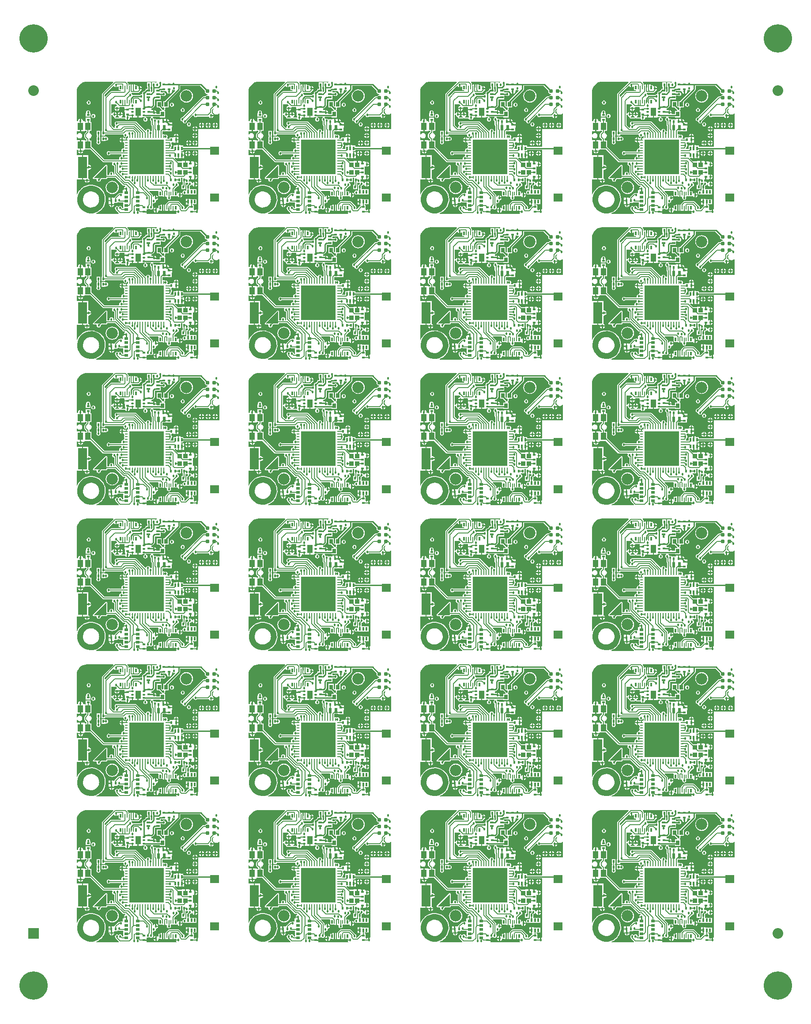
<source format=gtl>
G04 Layer_Physical_Order=1*
G04 Layer_Color=255*
%FSLAX25Y25*%
%MOIN*%
G70*
G01*
G75*
%ADD10C,0.08000*%
%ADD11R,0.08000X0.08000*%
%ADD12R,0.07087X0.05906*%
%ADD13R,0.01598X0.02551*%
%ADD14R,0.01575X0.02362*%
%ADD15R,0.02362X0.01575*%
%ADD16R,0.04134X0.05512*%
%ADD17R,0.01378X0.02598*%
%ADD18R,0.00906X0.02598*%
%ADD19R,0.25984X0.25984*%
%ADD20O,0.00984X0.02362*%
%ADD21O,0.02362X0.00984*%
%ADD22R,0.02551X0.01598*%
%ADD23O,0.02362X0.01181*%
%ADD24R,0.03937X0.06299*%
%ADD25R,0.01969X0.03937*%
%ADD26R,0.03347X0.03740*%
%ADD27R,0.03150X0.01969*%
%ADD28C,0.03100*%
%ADD29R,0.02756X0.03543*%
%ADD30R,0.01181X0.02953*%
%ADD31R,0.06693X0.16142*%
%ADD32R,0.03937X0.03937*%
%ADD33C,0.00800*%
%ADD34C,0.01000*%
%ADD35C,0.00600*%
%ADD36C,0.00846*%
%ADD37C,0.00861*%
%ADD38C,0.21300*%
%ADD39C,0.01800*%
%ADD40C,0.02200*%
%ADD41C,0.02165*%
%ADD42C,0.08600*%
G36*
X529500Y728489D02*
X529054Y728400D01*
X528780Y728217D01*
X528454Y728391D01*
Y728391D01*
X525679D01*
Y724829D01*
X525945D01*
Y721846D01*
X525393Y721294D01*
X524931Y721485D01*
Y723568D01*
X524645D01*
Y724829D01*
X524911D01*
Y728391D01*
X522136D01*
Y724829D01*
X522402D01*
Y723568D01*
X521179D01*
Y723041D01*
X521061Y722962D01*
X521061Y722962D01*
X519725Y721626D01*
X519210Y721523D01*
X518714Y721192D01*
X518382Y720695D01*
X518266Y720110D01*
X518332Y719778D01*
X517928Y719374D01*
X517595Y719440D01*
X517010Y719323D01*
X516574Y719032D01*
X511774D01*
X511387Y718955D01*
X511338Y718950D01*
X510862Y719225D01*
X510808Y719495D01*
X510477Y719992D01*
X510279Y720124D01*
X510474Y720595D01*
X510495Y720591D01*
X515295D01*
X515686Y720668D01*
X516016Y720889D01*
X517016Y721889D01*
X517037Y721921D01*
X517665Y722340D01*
X518085Y722969D01*
X518153Y723310D01*
X516295D01*
Y723710D01*
X515895D01*
Y725568D01*
X515554Y725500D01*
X515391Y725391D01*
X514891Y725659D01*
Y726344D01*
X513185D01*
Y726744D01*
X512132D01*
Y724445D01*
X511332D01*
Y726744D01*
X510558D01*
Y724445D01*
X509758D01*
Y726744D01*
X508705D01*
Y726344D01*
X508028D01*
Y727298D01*
X507950Y727688D01*
X507729Y728019D01*
X507221Y728527D01*
X507412Y728989D01*
X529451D01*
X529500Y728489D01*
D02*
G37*
G36*
X399815D02*
X399369Y728400D01*
X399095Y728217D01*
X398769Y728391D01*
Y728391D01*
X395994D01*
Y724829D01*
X396260D01*
Y721846D01*
X395708Y721294D01*
X395246Y721485D01*
Y723568D01*
X394960D01*
Y724829D01*
X395226D01*
Y728391D01*
X392451D01*
Y724829D01*
X392717D01*
Y723568D01*
X391494D01*
Y723041D01*
X391376Y722962D01*
X391376Y722962D01*
X390039Y721626D01*
X389525Y721523D01*
X389029Y721192D01*
X388697Y720695D01*
X388581Y720110D01*
X388647Y719778D01*
X388243Y719374D01*
X387910Y719440D01*
X387325Y719323D01*
X386889Y719032D01*
X382089D01*
X381702Y718955D01*
X381653Y718950D01*
X381177Y719225D01*
X381123Y719495D01*
X380792Y719992D01*
X380594Y720124D01*
X380789Y720595D01*
X380810Y720591D01*
X385610D01*
X386000Y720668D01*
X386331Y720889D01*
X387331Y721889D01*
X387352Y721921D01*
X387980Y722340D01*
X388400Y722969D01*
X388468Y723310D01*
X386610D01*
Y723710D01*
X386210D01*
Y725568D01*
X385869Y725500D01*
X385706Y725391D01*
X385206Y725659D01*
Y726344D01*
X383500D01*
Y726744D01*
X382447D01*
Y724445D01*
X381647D01*
Y726744D01*
X380872D01*
Y724445D01*
X380072D01*
Y726744D01*
X379020D01*
Y726344D01*
X378342D01*
Y727298D01*
X378265Y727688D01*
X378044Y728019D01*
X377536Y728527D01*
X377727Y728989D01*
X399765D01*
X399815Y728489D01*
D02*
G37*
G36*
X270130D02*
X269684Y728400D01*
X269410Y728217D01*
X269084Y728391D01*
Y728391D01*
X266309D01*
Y724829D01*
X266575D01*
Y721846D01*
X266023Y721294D01*
X265561Y721485D01*
Y723568D01*
X265275D01*
Y724829D01*
X265541D01*
Y728391D01*
X262766D01*
Y724829D01*
X263032D01*
Y723568D01*
X261809D01*
Y723041D01*
X261691Y722962D01*
X261691Y722962D01*
X260354Y721626D01*
X259840Y721523D01*
X259344Y721192D01*
X259012Y720695D01*
X258896Y720110D01*
X258962Y719778D01*
X258558Y719374D01*
X258225Y719440D01*
X257640Y719323D01*
X257204Y719032D01*
X252404D01*
X252017Y718955D01*
X251968Y718950D01*
X251492Y719225D01*
X251438Y719495D01*
X251107Y719992D01*
X250909Y720124D01*
X251104Y720595D01*
X251125Y720591D01*
X255925D01*
X256315Y720668D01*
X256646Y720889D01*
X257646Y721889D01*
X257667Y721921D01*
X258295Y722340D01*
X258715Y722969D01*
X258783Y723310D01*
X256925D01*
Y723710D01*
X256525D01*
Y725568D01*
X256184Y725500D01*
X256021Y725391D01*
X255521Y725659D01*
Y726344D01*
X253815D01*
Y726744D01*
X252762D01*
Y724445D01*
X251962D01*
Y726744D01*
X251187D01*
Y724445D01*
X250387D01*
Y726744D01*
X249335D01*
Y726344D01*
X248657D01*
Y727298D01*
X248580Y727688D01*
X248359Y728019D01*
X247851Y728527D01*
X248042Y728989D01*
X270080D01*
X270130Y728489D01*
D02*
G37*
G36*
X140445D02*
X139999Y728400D01*
X139725Y728217D01*
X139399Y728391D01*
Y728391D01*
X136624D01*
Y724829D01*
X136890D01*
Y721846D01*
X136337Y721294D01*
X135876Y721485D01*
Y723568D01*
X135590D01*
Y724829D01*
X135856D01*
Y728391D01*
X133081D01*
Y724829D01*
X133347D01*
Y723568D01*
X132124D01*
Y723041D01*
X132006Y722962D01*
X132006Y722962D01*
X130669Y721626D01*
X130155Y721523D01*
X129659Y721192D01*
X129327Y720695D01*
X129211Y720110D01*
X129277Y719778D01*
X128873Y719374D01*
X128540Y719440D01*
X127955Y719323D01*
X127519Y719032D01*
X122719D01*
X122332Y718955D01*
X122283Y718950D01*
X121807Y719225D01*
X121753Y719495D01*
X121422Y719992D01*
X121224Y720124D01*
X121419Y720595D01*
X121440Y720591D01*
X126240D01*
X126630Y720668D01*
X126961Y720889D01*
X127961Y721889D01*
X127982Y721921D01*
X128610Y722340D01*
X129030Y722969D01*
X129098Y723310D01*
X127240D01*
Y723710D01*
X126840D01*
Y725568D01*
X126499Y725500D01*
X126336Y725391D01*
X125836Y725659D01*
Y726344D01*
X124130D01*
Y726744D01*
X123077D01*
Y724445D01*
X122277D01*
Y726744D01*
X121502D01*
Y724445D01*
X120702D01*
Y726744D01*
X119650D01*
Y726344D01*
X118972D01*
Y727298D01*
X118895Y727688D01*
X118674Y728019D01*
X118166Y728527D01*
X118357Y728989D01*
X140395D01*
X140445Y728489D01*
D02*
G37*
G36*
X499195Y724653D02*
X499537Y724720D01*
X500165Y725140D01*
X500199Y725191D01*
X500699Y725040D01*
Y722546D01*
X502161D01*
X502300Y722189D01*
X502020Y721730D01*
X495095D01*
X494705Y721652D01*
X494374Y721431D01*
X490587Y717643D01*
X490144Y717784D01*
X490087Y717828D01*
Y719047D01*
X496580Y725540D01*
X497210Y725463D01*
X497426Y725140D01*
X498054Y724720D01*
X498395Y724653D01*
Y726510D01*
X499195D01*
Y724653D01*
D02*
G37*
G36*
X369510D02*
X369852Y724720D01*
X370480Y725140D01*
X370514Y725191D01*
X371014Y725040D01*
Y722546D01*
X372476D01*
X372615Y722189D01*
X372335Y721730D01*
X365410D01*
X365020Y721652D01*
X364689Y721431D01*
X360901Y717643D01*
X360459Y717784D01*
X360402Y717828D01*
Y719047D01*
X366895Y725540D01*
X367525Y725463D01*
X367740Y725140D01*
X368369Y724720D01*
X368710Y724653D01*
Y726510D01*
X369510D01*
Y724653D01*
D02*
G37*
G36*
X239825D02*
X240166Y724720D01*
X240795Y725140D01*
X240829Y725191D01*
X241329Y725040D01*
Y722546D01*
X242791D01*
X242930Y722189D01*
X242649Y721730D01*
X235725D01*
X235335Y721652D01*
X235004Y721431D01*
X231216Y717643D01*
X230774Y717784D01*
X230716Y717828D01*
Y719047D01*
X237210Y725540D01*
X237840Y725463D01*
X238055Y725140D01*
X238684Y724720D01*
X239025Y724653D01*
Y726510D01*
X239825D01*
Y724653D01*
D02*
G37*
G36*
X110140D02*
X110482Y724720D01*
X111110Y725140D01*
X111144Y725191D01*
X111644Y725040D01*
Y722546D01*
X113105D01*
X113245Y722189D01*
X112964Y721730D01*
X106040D01*
X105650Y721652D01*
X105319Y721431D01*
X101531Y717643D01*
X101089Y717784D01*
X101031Y717828D01*
Y719047D01*
X107525Y725540D01*
X108155Y725463D01*
X108370Y725140D01*
X108999Y724720D01*
X109340Y724653D01*
Y726510D01*
X110140D01*
Y724653D01*
D02*
G37*
G36*
X541910Y722597D02*
X542495Y722481D01*
X543081Y722597D01*
X543106Y722614D01*
X543425Y722226D01*
X535561Y714362D01*
X535467Y714222D01*
X534376D01*
Y710303D01*
X533876Y710115D01*
X533214Y710778D01*
Y714222D01*
X529258D01*
Y709479D01*
X531341D01*
X532879Y707940D01*
X532882Y707925D01*
X533214Y707429D01*
X533494Y707242D01*
X533342Y706742D01*
X531817D01*
Y704673D01*
X529510D01*
X529145Y705173D01*
X529153Y705210D01*
X527295D01*
Y705610D01*
X526895D01*
Y707468D01*
X526712Y707431D01*
X526567Y707460D01*
X526567Y707460D01*
X525476D01*
Y708126D01*
X525476D01*
X525446Y708626D01*
X525507Y708760D01*
X525567D01*
X525567Y708760D01*
X525996Y708846D01*
X526360Y709089D01*
X527588Y710317D01*
X527832Y710681D01*
X527917Y711110D01*
X527917Y711110D01*
Y715433D01*
X528166Y715638D01*
X528660Y715652D01*
Y715652D01*
X532411D01*
Y718489D01*
X533774D01*
X534210Y718197D01*
X534795Y718081D01*
X535381Y718197D01*
X535877Y718529D01*
X536208Y719025D01*
X536325Y719610D01*
X536208Y720195D01*
X535877Y720692D01*
X535381Y721023D01*
X534795Y721140D01*
X534210Y721023D01*
X533774Y720732D01*
X532411D01*
Y722217D01*
X533014D01*
Y721951D01*
X536373Y721951D01*
X536614Y721551D01*
X536818Y721551D01*
X536960Y721098D01*
X537006Y720869D01*
X537426Y720240D01*
X538054Y719820D01*
X538395Y719753D01*
Y721610D01*
X539195D01*
Y719753D01*
X539537Y719820D01*
X540165Y720240D01*
X540585Y720869D01*
X540721Y721551D01*
X540976D01*
Y722683D01*
X541212Y722816D01*
X541476Y722887D01*
X541910Y722597D01*
D02*
G37*
G36*
X412225D02*
X412810Y722481D01*
X413396Y722597D01*
X413421Y722614D01*
X413740Y722226D01*
X405876Y714362D01*
X405783Y714222D01*
X404691D01*
Y710303D01*
X404191Y710115D01*
X403529Y710778D01*
Y714222D01*
X399573D01*
Y709479D01*
X401656D01*
X403194Y707940D01*
X403197Y707925D01*
X403529Y707429D01*
X403809Y707242D01*
X403657Y706742D01*
X402132D01*
Y704673D01*
X399825D01*
X399460Y705173D01*
X399468Y705210D01*
X397610D01*
Y705610D01*
X397210D01*
Y707468D01*
X397027Y707431D01*
X396882Y707460D01*
X396882Y707460D01*
X395791D01*
Y708126D01*
X395791D01*
X395761Y708626D01*
X395822Y708760D01*
X395882D01*
X395882Y708760D01*
X396311Y708846D01*
X396675Y709089D01*
X397903Y710317D01*
X398146Y710681D01*
X398232Y711110D01*
X398232Y711110D01*
Y715433D01*
X398481Y715638D01*
X398975Y715652D01*
Y715652D01*
X402726D01*
Y718489D01*
X404089D01*
X404525Y718197D01*
X405110Y718081D01*
X405695Y718197D01*
X406192Y718529D01*
X406523Y719025D01*
X406640Y719610D01*
X406523Y720195D01*
X406192Y720692D01*
X405695Y721023D01*
X405110Y721140D01*
X404525Y721023D01*
X404089Y720732D01*
X402726D01*
Y722217D01*
X403329D01*
Y721951D01*
X406688Y721951D01*
X406929Y721551D01*
X407133Y721551D01*
X407275Y721098D01*
X407320Y720869D01*
X407740Y720240D01*
X408369Y719820D01*
X408710Y719753D01*
Y721610D01*
X409510D01*
Y719753D01*
X409852Y719820D01*
X410480Y720240D01*
X410900Y720869D01*
X411036Y721551D01*
X411291D01*
Y722683D01*
X411527Y722816D01*
X411791Y722887D01*
X412225Y722597D01*
D02*
G37*
G36*
X282540D02*
X283125Y722481D01*
X283711Y722597D01*
X283736Y722614D01*
X284055Y722226D01*
X276191Y714362D01*
X276097Y714222D01*
X275006D01*
Y710303D01*
X274506Y710115D01*
X273844Y710778D01*
Y714222D01*
X269888D01*
Y709479D01*
X271971D01*
X273509Y707940D01*
X273512Y707925D01*
X273844Y707429D01*
X274124Y707242D01*
X273972Y706742D01*
X272447D01*
Y704673D01*
X270140D01*
X269775Y705173D01*
X269783Y705210D01*
X267925D01*
Y705610D01*
X267525D01*
Y707468D01*
X267342Y707431D01*
X267197Y707460D01*
X267197Y707460D01*
X266106D01*
Y708126D01*
X266106D01*
X266076Y708626D01*
X266137Y708760D01*
X266197D01*
X266197Y708760D01*
X266626Y708846D01*
X266990Y709089D01*
X268218Y710317D01*
X268461Y710681D01*
X268547Y711110D01*
X268547Y711110D01*
Y715433D01*
X268795Y715638D01*
X269290Y715652D01*
Y715652D01*
X273041D01*
Y718489D01*
X274404D01*
X274840Y718197D01*
X275425Y718081D01*
X276010Y718197D01*
X276507Y718529D01*
X276838Y719025D01*
X276955Y719610D01*
X276838Y720195D01*
X276507Y720692D01*
X276010Y721023D01*
X275425Y721140D01*
X274840Y721023D01*
X274404Y720732D01*
X273041D01*
Y722217D01*
X273644D01*
Y721951D01*
X277003Y721951D01*
X277244Y721551D01*
X277448Y721551D01*
X277590Y721098D01*
X277635Y720869D01*
X278055Y720240D01*
X278684Y719820D01*
X279025Y719753D01*
Y721610D01*
X279825D01*
Y719753D01*
X280167Y719820D01*
X280795Y720240D01*
X281215Y720869D01*
X281351Y721551D01*
X281606D01*
Y722683D01*
X281842Y722816D01*
X282106Y722887D01*
X282540Y722597D01*
D02*
G37*
G36*
X152855D02*
X153440Y722481D01*
X154025Y722597D01*
X154051Y722614D01*
X154370Y722226D01*
X146506Y714362D01*
X146412Y714222D01*
X145321D01*
Y710303D01*
X144821Y710115D01*
X144159Y710778D01*
Y714222D01*
X140203D01*
Y709479D01*
X142286D01*
X143824Y707940D01*
X143827Y707925D01*
X144159Y707429D01*
X144439Y707242D01*
X144287Y706742D01*
X142762D01*
Y704673D01*
X140454D01*
X140090Y705173D01*
X140098Y705210D01*
X138240D01*
Y705610D01*
X137840D01*
Y707468D01*
X137656Y707431D01*
X137512Y707460D01*
X137512Y707460D01*
X136421D01*
Y708126D01*
X136421D01*
X136391Y708626D01*
X136452Y708760D01*
X136512D01*
X136512Y708760D01*
X136941Y708846D01*
X137305Y709089D01*
X138533Y710317D01*
X138776Y710681D01*
X138862Y711110D01*
X138862Y711110D01*
Y715433D01*
X139110Y715638D01*
X139605Y715652D01*
Y715652D01*
X143356D01*
Y718489D01*
X144719D01*
X145155Y718197D01*
X145740Y718081D01*
X146325Y718197D01*
X146822Y718529D01*
X147153Y719025D01*
X147270Y719610D01*
X147153Y720195D01*
X146822Y720692D01*
X146325Y721023D01*
X145740Y721140D01*
X145155Y721023D01*
X144719Y720732D01*
X143356D01*
Y722217D01*
X143959D01*
Y721951D01*
X147318Y721951D01*
X147559Y721551D01*
X147763Y721551D01*
X147905Y721098D01*
X147950Y720869D01*
X148370Y720240D01*
X148999Y719820D01*
X149340Y719753D01*
Y721610D01*
X150140D01*
Y719753D01*
X150481Y719820D01*
X151110Y720240D01*
X151530Y720869D01*
X151666Y721551D01*
X151921D01*
Y722683D01*
X152157Y722816D01*
X152421Y722887D01*
X152855Y722597D01*
D02*
G37*
G36*
X565704Y722216D02*
X565603Y721710D01*
X565770Y720871D01*
X566245Y720160D01*
X566956Y719685D01*
X567795Y719518D01*
Y718902D01*
X566956Y718736D01*
X566245Y718260D01*
X565891Y717730D01*
X564895D01*
X564505Y717652D01*
X564174Y717431D01*
X548868Y702125D01*
X548795Y702140D01*
X548210Y702023D01*
X547714Y701692D01*
X547382Y701195D01*
X547266Y700610D01*
X547382Y700025D01*
X547714Y699529D01*
X548210Y699197D01*
X548795Y699081D01*
X549140Y698640D01*
X549182Y698425D01*
X549514Y697929D01*
X550010Y697597D01*
X550595Y697481D01*
X551181Y697597D01*
X551677Y697929D01*
X552008Y698425D01*
X552125Y699010D01*
X552110Y699083D01*
X556684Y703657D01*
X557212Y703478D01*
X557282Y703125D01*
X557614Y702629D01*
X558110Y702297D01*
X558695Y702181D01*
X559281Y702297D01*
X559777Y702629D01*
X559818Y702691D01*
X567995D01*
X568386Y702768D01*
X568416Y702789D01*
X568706Y702669D01*
X569126Y702040D01*
X569754Y701620D01*
X570095Y701553D01*
Y703410D01*
X570495D01*
Y703810D01*
X572353D01*
X572285Y704152D01*
X571865Y704780D01*
X571237Y705200D01*
X571119Y705224D01*
X571037Y705420D01*
X571115Y705810D01*
Y707888D01*
X572016Y708789D01*
X572405Y708471D01*
X571893Y707705D01*
X571695Y706710D01*
X571893Y705715D01*
X572457Y704872D01*
X573300Y704308D01*
X574295Y704110D01*
X575290Y704308D01*
X576134Y704872D01*
X576195Y704964D01*
X576674Y704819D01*
Y693210D01*
X560895D01*
Y679720D01*
X549545D01*
Y680746D01*
X547386D01*
Y681146D01*
X546195D01*
Y678669D01*
X545395D01*
Y681146D01*
X544205D01*
Y680746D01*
X542046D01*
Y678051D01*
X539885D01*
X539678Y678551D01*
X540158Y679031D01*
X540379Y679362D01*
X540457Y679752D01*
Y679846D01*
X540519Y679887D01*
X540850Y680383D01*
X540966Y680969D01*
X540850Y681554D01*
X540519Y682050D01*
X540457Y682091D01*
Y682469D01*
X540385Y682829D01*
X540385Y682868D01*
X540666Y683329D01*
X541780D01*
X541911Y683329D01*
X542279Y683012D01*
Y682929D01*
X543667D01*
Y685110D01*
X544067D01*
Y685510D01*
X545854D01*
Y687100D01*
X545896Y687310D01*
X542181D01*
X542188Y687277D01*
X541754Y686891D01*
X539136D01*
Y685925D01*
X538278D01*
X538265Y685934D01*
X537839Y686019D01*
X537543D01*
X537496Y686074D01*
X537322Y686519D01*
X537563Y686879D01*
X537679Y687465D01*
X537563Y688050D01*
X537231Y688546D01*
X536735Y688878D01*
X536150Y688994D01*
X535564Y688878D01*
X535465Y688811D01*
X535378Y688941D01*
X535017Y689182D01*
X534590Y689267D01*
X534164Y689182D01*
X534142Y689167D01*
X533642Y689434D01*
Y691349D01*
X533834Y691542D01*
X536545D01*
Y691542D01*
X537014Y691468D01*
Y691451D01*
X540576D01*
Y694226D01*
X540894Y694594D01*
X540976D01*
Y695982D01*
X538795D01*
Y696782D01*
X540976D01*
Y698169D01*
X539122D01*
X538881Y698410D01*
X536895D01*
Y698810D01*
X536495D01*
Y700716D01*
X536054Y700991D01*
Y700991D01*
X534667D01*
Y698810D01*
X533867D01*
Y700991D01*
X532479D01*
Y700909D01*
X532111Y700591D01*
X529336D01*
X529336Y700591D01*
Y700591D01*
X529336Y700591D01*
X528878Y700692D01*
X528681Y700823D01*
X528095Y700940D01*
X527510Y700823D01*
X527196Y701215D01*
X526877Y701692D01*
X526521Y701930D01*
X526672Y702430D01*
X531817D01*
Y701998D01*
X535773D01*
Y706742D01*
X535248D01*
X535097Y707242D01*
X535377Y707429D01*
X535708Y707925D01*
X535825Y708510D01*
X535732Y708979D01*
X536008Y709479D01*
X538332D01*
Y713961D01*
X546888Y722517D01*
X547131Y722881D01*
X547217Y723310D01*
X547217Y723310D01*
Y725760D01*
X562159D01*
X565704Y722216D01*
D02*
G37*
G36*
X436019D02*
X435918Y721710D01*
X436085Y720871D01*
X436560Y720160D01*
X437271Y719685D01*
X438110Y719518D01*
Y718902D01*
X437271Y718736D01*
X436560Y718260D01*
X436206Y717730D01*
X435210D01*
X434820Y717652D01*
X434489Y717431D01*
X419183Y702125D01*
X419110Y702140D01*
X418525Y702023D01*
X418029Y701692D01*
X417697Y701195D01*
X417581Y700610D01*
X417697Y700025D01*
X418029Y699529D01*
X418525Y699197D01*
X419110Y699081D01*
X419455Y698640D01*
X419497Y698425D01*
X419829Y697929D01*
X420325Y697597D01*
X420910Y697481D01*
X421495Y697597D01*
X421992Y697929D01*
X422323Y698425D01*
X422440Y699010D01*
X422425Y699083D01*
X426999Y703657D01*
X427527Y703478D01*
X427597Y703125D01*
X427929Y702629D01*
X428425Y702297D01*
X429010Y702181D01*
X429596Y702297D01*
X430092Y702629D01*
X430133Y702691D01*
X438310D01*
X438700Y702768D01*
X438731Y702789D01*
X439020Y702669D01*
X439440Y702040D01*
X440069Y701620D01*
X440410Y701553D01*
Y703410D01*
X440810D01*
Y703810D01*
X442668D01*
X442600Y704152D01*
X442180Y704780D01*
X441552Y705200D01*
X441434Y705224D01*
X441352Y705420D01*
X441430Y705810D01*
Y707888D01*
X442331Y708789D01*
X442720Y708471D01*
X442208Y707705D01*
X442010Y706710D01*
X442208Y705715D01*
X442772Y704872D01*
X443615Y704308D01*
X444610Y704110D01*
X445605Y704308D01*
X446449Y704872D01*
X446510Y704964D01*
X446989Y704819D01*
Y693210D01*
X431210D01*
Y679720D01*
X419860D01*
Y680746D01*
X417701D01*
Y681146D01*
X416510D01*
Y678669D01*
X415710D01*
Y681146D01*
X414520D01*
Y680746D01*
X412361D01*
Y678051D01*
X410200D01*
X409993Y678551D01*
X410473Y679031D01*
X410694Y679362D01*
X410772Y679752D01*
Y679846D01*
X410833Y679887D01*
X411165Y680383D01*
X411281Y680969D01*
X411165Y681554D01*
X410833Y682050D01*
X410772Y682091D01*
Y682469D01*
X410700Y682829D01*
X410700Y682868D01*
X410981Y683329D01*
X412094D01*
X412226Y683329D01*
X412595Y683012D01*
Y682929D01*
X413982D01*
Y685110D01*
X414382D01*
Y685510D01*
X416169D01*
Y687100D01*
X416211Y687310D01*
X412496D01*
X412502Y687277D01*
X412069Y686891D01*
X409451D01*
Y685925D01*
X408593D01*
X408580Y685934D01*
X408153Y686019D01*
X407858D01*
X407811Y686074D01*
X407637Y686519D01*
X407877Y686879D01*
X407994Y687465D01*
X407877Y688050D01*
X407546Y688546D01*
X407050Y688878D01*
X406465Y688994D01*
X405879Y688878D01*
X405780Y688811D01*
X405693Y688941D01*
X405332Y689182D01*
X404906Y689267D01*
X404479Y689182D01*
X404457Y689167D01*
X403957Y689434D01*
Y691349D01*
X404149Y691542D01*
X406860D01*
Y691542D01*
X407329Y691468D01*
Y691451D01*
X410891D01*
Y694226D01*
X411209Y694594D01*
X411291D01*
Y695982D01*
X409110D01*
Y696782D01*
X411291D01*
Y698169D01*
X409437D01*
X409196Y698410D01*
X407210D01*
Y698810D01*
X406810D01*
Y700716D01*
X406369Y700991D01*
Y700991D01*
X404982D01*
Y698810D01*
X404182D01*
Y700991D01*
X402795D01*
Y700909D01*
X402426Y700591D01*
X399651D01*
X399651Y700591D01*
Y700591D01*
X399651Y700591D01*
X399193Y700692D01*
X398995Y700823D01*
X398410Y700940D01*
X397825Y700823D01*
X397511Y701215D01*
X397192Y701692D01*
X396836Y701930D01*
X396987Y702430D01*
X402132D01*
Y701998D01*
X406088D01*
Y706742D01*
X405563D01*
X405412Y707242D01*
X405692Y707429D01*
X406023Y707925D01*
X406140Y708510D01*
X406046Y708979D01*
X406323Y709479D01*
X408647D01*
Y713961D01*
X417203Y722517D01*
X417446Y722881D01*
X417532Y723310D01*
X417532Y723310D01*
Y725760D01*
X432474D01*
X436019Y722216D01*
D02*
G37*
G36*
X306334D02*
X306233Y721710D01*
X306400Y720871D01*
X306875Y720160D01*
X307586Y719685D01*
X308425Y719518D01*
Y718902D01*
X307586Y718736D01*
X306875Y718260D01*
X306521Y717730D01*
X305525D01*
X305135Y717652D01*
X304804Y717431D01*
X289498Y702125D01*
X289425Y702140D01*
X288840Y702023D01*
X288344Y701692D01*
X288012Y701195D01*
X287896Y700610D01*
X288012Y700025D01*
X288344Y699529D01*
X288840Y699197D01*
X289425Y699081D01*
X289770Y698640D01*
X289812Y698425D01*
X290144Y697929D01*
X290640Y697597D01*
X291225Y697481D01*
X291810Y697597D01*
X292307Y697929D01*
X292638Y698425D01*
X292755Y699010D01*
X292740Y699083D01*
X297314Y703657D01*
X297842Y703478D01*
X297912Y703125D01*
X298244Y702629D01*
X298740Y702297D01*
X299325Y702181D01*
X299910Y702297D01*
X300407Y702629D01*
X300448Y702691D01*
X308625D01*
X309015Y702768D01*
X309046Y702789D01*
X309335Y702669D01*
X309755Y702040D01*
X310384Y701620D01*
X310725Y701553D01*
Y703410D01*
X311125D01*
Y703810D01*
X312983D01*
X312915Y704152D01*
X312495Y704780D01*
X311866Y705200D01*
X311749Y705224D01*
X311667Y705420D01*
X311745Y705810D01*
Y707888D01*
X312646Y708789D01*
X313035Y708471D01*
X312523Y707705D01*
X312325Y706710D01*
X312523Y705715D01*
X313087Y704872D01*
X313930Y704308D01*
X314925Y704110D01*
X315920Y704308D01*
X316764Y704872D01*
X316825Y704964D01*
X317304Y704819D01*
Y693210D01*
X301525D01*
Y679720D01*
X290175D01*
Y680746D01*
X288016D01*
Y681146D01*
X286825D01*
Y678669D01*
X286025D01*
Y681146D01*
X284835D01*
Y680746D01*
X282676D01*
Y678051D01*
X280515D01*
X280308Y678551D01*
X280788Y679031D01*
X281009Y679362D01*
X281086Y679752D01*
Y679846D01*
X281148Y679887D01*
X281480Y680383D01*
X281596Y680969D01*
X281480Y681554D01*
X281148Y682050D01*
X281086Y682091D01*
Y682469D01*
X281015Y682829D01*
X281014Y682868D01*
X281296Y683329D01*
X282409D01*
X282541Y683329D01*
X282909Y683012D01*
Y682929D01*
X284297D01*
Y685110D01*
X284697D01*
Y685510D01*
X286484D01*
Y687100D01*
X286526Y687310D01*
X282811D01*
X282818Y687277D01*
X282384Y686891D01*
X279766D01*
Y685925D01*
X278908D01*
X278895Y685934D01*
X278468Y686019D01*
X278173D01*
X278126Y686074D01*
X277952Y686519D01*
X278192Y686879D01*
X278309Y687465D01*
X278192Y688050D01*
X277861Y688546D01*
X277365Y688878D01*
X276780Y688994D01*
X276194Y688878D01*
X276095Y688811D01*
X276008Y688941D01*
X275647Y689182D01*
X275220Y689267D01*
X274794Y689182D01*
X274772Y689167D01*
X274272Y689434D01*
Y691349D01*
X274464Y691542D01*
X277175D01*
Y691542D01*
X277644Y691468D01*
Y691451D01*
X281206D01*
Y694226D01*
X281524Y694594D01*
X281606D01*
Y695982D01*
X279425D01*
Y696782D01*
X281606D01*
Y698169D01*
X279752D01*
X279511Y698410D01*
X277525D01*
Y698810D01*
X277125D01*
Y700716D01*
X276684Y700991D01*
Y700991D01*
X275297D01*
Y698810D01*
X274497D01*
Y700991D01*
X273110D01*
Y700909D01*
X272741Y700591D01*
X269966D01*
X269966Y700591D01*
Y700591D01*
X269966Y700591D01*
X269508Y700692D01*
X269310Y700823D01*
X268725Y700940D01*
X268140Y700823D01*
X267826Y701215D01*
X267507Y701692D01*
X267150Y701930D01*
X267302Y702430D01*
X272447D01*
Y701998D01*
X276403D01*
Y706742D01*
X275878D01*
X275727Y707242D01*
X276007Y707429D01*
X276338Y707925D01*
X276455Y708510D01*
X276361Y708979D01*
X276638Y709479D01*
X278962D01*
Y713961D01*
X287518Y722517D01*
X287761Y722881D01*
X287847Y723310D01*
X287847Y723310D01*
Y725760D01*
X302789D01*
X306334Y722216D01*
D02*
G37*
G36*
X176649D02*
X176548Y721710D01*
X176715Y720871D01*
X177190Y720160D01*
X177901Y719685D01*
X178740Y719518D01*
Y718902D01*
X177901Y718736D01*
X177190Y718260D01*
X176836Y717730D01*
X175840D01*
X175450Y717652D01*
X175119Y717431D01*
X159813Y702125D01*
X159740Y702140D01*
X159155Y702023D01*
X158659Y701692D01*
X158327Y701195D01*
X158211Y700610D01*
X158327Y700025D01*
X158659Y699529D01*
X159155Y699197D01*
X159740Y699081D01*
X160084Y698640D01*
X160127Y698425D01*
X160459Y697929D01*
X160955Y697597D01*
X161540Y697481D01*
X162125Y697597D01*
X162622Y697929D01*
X162953Y698425D01*
X163070Y699010D01*
X163055Y699083D01*
X167629Y703657D01*
X168157Y703478D01*
X168227Y703125D01*
X168559Y702629D01*
X169055Y702297D01*
X169640Y702181D01*
X170225Y702297D01*
X170722Y702629D01*
X170763Y702691D01*
X178940D01*
X179330Y702768D01*
X179361Y702789D01*
X179650Y702669D01*
X180070Y702040D01*
X180699Y701620D01*
X181040Y701553D01*
Y703410D01*
X181440D01*
Y703810D01*
X183298D01*
X183230Y704152D01*
X182810Y704780D01*
X182182Y705200D01*
X182064Y705224D01*
X181982Y705420D01*
X182060Y705810D01*
Y707888D01*
X182961Y708789D01*
X183350Y708471D01*
X182838Y707705D01*
X182640Y706710D01*
X182838Y705715D01*
X183402Y704872D01*
X184245Y704308D01*
X185240Y704110D01*
X186235Y704308D01*
X187079Y704872D01*
X187140Y704964D01*
X187619Y704819D01*
Y693210D01*
X171840D01*
Y679720D01*
X160490D01*
Y680746D01*
X158331D01*
Y681146D01*
X157140D01*
Y678669D01*
X156340D01*
Y681146D01*
X155150D01*
Y680746D01*
X152991D01*
Y678051D01*
X150830D01*
X150623Y678551D01*
X151103Y679031D01*
X151324Y679362D01*
X151401Y679752D01*
Y679846D01*
X151463Y679887D01*
X151795Y680383D01*
X151911Y680969D01*
X151795Y681554D01*
X151463Y682050D01*
X151401Y682091D01*
Y682469D01*
X151330Y682829D01*
X151330Y682868D01*
X151611Y683329D01*
X152724D01*
X152856Y683329D01*
X153224Y683012D01*
Y682929D01*
X154612D01*
Y685110D01*
X155012D01*
Y685510D01*
X156799D01*
Y687100D01*
X156841Y687310D01*
X153126D01*
X153132Y687277D01*
X152699Y686891D01*
X150081D01*
Y685925D01*
X149223D01*
X149210Y685934D01*
X148784Y686019D01*
X148488D01*
X148441Y686074D01*
X148267Y686519D01*
X148507Y686879D01*
X148624Y687465D01*
X148507Y688050D01*
X148176Y688546D01*
X147680Y688878D01*
X147095Y688994D01*
X146509Y688878D01*
X146410Y688811D01*
X146323Y688941D01*
X145962Y689182D01*
X145535Y689267D01*
X145109Y689182D01*
X145087Y689167D01*
X144587Y689434D01*
Y691349D01*
X144779Y691542D01*
X147490D01*
Y691542D01*
X147959Y691468D01*
Y691451D01*
X151521D01*
Y694226D01*
X151839Y694594D01*
X151921D01*
Y695982D01*
X149740D01*
Y696782D01*
X151921D01*
Y698169D01*
X150067D01*
X149826Y698410D01*
X147840D01*
Y698810D01*
X147440D01*
Y700716D01*
X146999Y700991D01*
Y700991D01*
X145612D01*
Y698810D01*
X144812D01*
Y700991D01*
X143424D01*
Y700909D01*
X143056Y700591D01*
X140281D01*
X140281Y700591D01*
Y700591D01*
X140281Y700591D01*
X139823Y700692D01*
X139625Y700823D01*
X139040Y700940D01*
X138455Y700823D01*
X138140Y701215D01*
X137822Y701692D01*
X137466Y701930D01*
X137617Y702430D01*
X142762D01*
Y701998D01*
X146718D01*
Y706742D01*
X146193D01*
X146042Y707242D01*
X146322Y707429D01*
X146653Y707925D01*
X146770Y708510D01*
X146676Y708979D01*
X146953Y709479D01*
X149277D01*
Y713961D01*
X157833Y722517D01*
X158076Y722881D01*
X158162Y723310D01*
X158162Y723310D01*
Y725760D01*
X173104D01*
X176649Y722216D01*
D02*
G37*
G36*
X515695Y701961D02*
X518264D01*
Y702079D01*
X518764Y702391D01*
X519035Y702337D01*
X520217D01*
X520301Y702354D01*
X520327Y702336D01*
X520318Y702083D01*
X520249Y701782D01*
X519814Y701492D01*
X519482Y700995D01*
X519366Y700410D01*
X519482Y699825D01*
X519814Y699329D01*
X520310Y698997D01*
X520895Y698881D01*
X521481Y698997D01*
X521977Y699329D01*
X522308Y699825D01*
X522425Y700410D01*
X522308Y700995D01*
X521977Y701492D01*
X521481Y701823D01*
X521287Y701862D01*
X520948Y701952D01*
X520995Y702430D01*
X524918D01*
X525070Y701930D01*
X524714Y701692D01*
X524382Y701195D01*
X524266Y700610D01*
X524382Y700025D01*
X524714Y699529D01*
X525176Y699220D01*
Y696610D01*
X525253Y696220D01*
X525474Y695889D01*
X525676Y695688D01*
Y691982D01*
X525176Y691664D01*
X524795Y691740D01*
X524545Y691690D01*
X524425Y691810D01*
X524308Y692395D01*
X523977Y692892D01*
X523481Y693223D01*
X522895Y693340D01*
X522310Y693223D01*
X521814Y692892D01*
X521482Y692395D01*
X521435Y692159D01*
X520893Y691994D01*
X514156Y698731D01*
X513825Y698952D01*
X513435Y699030D01*
X499595D01*
X499420Y698995D01*
X499195Y699040D01*
X498610Y698923D01*
X498114Y698592D01*
X497782Y698096D01*
X497666Y697510D01*
X497782Y696925D01*
X498114Y696429D01*
X498212Y696363D01*
X498213Y695891D01*
X497882Y695396D01*
X497766Y694810D01*
X497795Y694664D01*
X497449Y694186D01*
X497094Y694153D01*
X495115Y696133D01*
Y703902D01*
X495492Y704206D01*
X495868Y703919D01*
X495931Y703783D01*
X495982Y703525D01*
X496314Y703029D01*
X496810Y702697D01*
X497062Y702647D01*
X497067Y702645D01*
X497435Y702251D01*
X497453Y702098D01*
X497488Y701747D01*
X497591Y701553D01*
X497675Y701351D01*
X497706Y701338D01*
X497722Y701308D01*
X497932Y701245D01*
X498134Y701161D01*
X501156D01*
X501359Y701245D01*
X501568Y701308D01*
X501584Y701338D01*
X501615Y701351D01*
X501623Y701369D01*
X501663Y701385D01*
X502128D01*
X502168Y701369D01*
X502175Y701351D01*
X502206Y701338D01*
X502222Y701308D01*
X502432Y701245D01*
X502634Y701161D01*
X505511D01*
X505926Y700540D01*
X506554Y700120D01*
X506895Y700053D01*
Y701910D01*
X507695D01*
Y700053D01*
X508037Y700120D01*
X508665Y700540D01*
X509085Y701169D01*
X509213Y701813D01*
X509511Y702012D01*
X509708Y702083D01*
X509753Y702053D01*
X510374Y701930D01*
X510565D01*
Y703551D01*
X511365D01*
Y701930D01*
X511555D01*
X511827Y701983D01*
X512327Y701961D01*
X512327Y701961D01*
X512327Y701961D01*
X514895D01*
Y706110D01*
X515695D01*
Y701961D01*
D02*
G37*
G36*
X386010D02*
X388579D01*
Y702079D01*
X389079Y702391D01*
X389350Y702337D01*
X390531D01*
X390616Y702354D01*
X390641Y702336D01*
X390633Y702083D01*
X390563Y701782D01*
X390129Y701492D01*
X389797Y700995D01*
X389681Y700410D01*
X389797Y699825D01*
X390129Y699329D01*
X390625Y698997D01*
X391210Y698881D01*
X391795Y698997D01*
X392292Y699329D01*
X392623Y699825D01*
X392740Y700410D01*
X392623Y700995D01*
X392292Y701492D01*
X391795Y701823D01*
X391602Y701862D01*
X391263Y701952D01*
X391310Y702430D01*
X395233D01*
X395385Y701930D01*
X395029Y701692D01*
X394697Y701195D01*
X394581Y700610D01*
X394697Y700025D01*
X395029Y699529D01*
X395491Y699220D01*
Y696610D01*
X395568Y696220D01*
X395789Y695889D01*
X395991Y695688D01*
Y691982D01*
X395491Y691664D01*
X395110Y691740D01*
X394860Y691690D01*
X394740Y691810D01*
X394623Y692395D01*
X394292Y692892D01*
X393795Y693223D01*
X393210Y693340D01*
X392625Y693223D01*
X392129Y692892D01*
X391797Y692395D01*
X391750Y692159D01*
X391208Y691994D01*
X384471Y698731D01*
X384140Y698952D01*
X383750Y699030D01*
X369910D01*
X369735Y698995D01*
X369510Y699040D01*
X368925Y698923D01*
X368429Y698592D01*
X368097Y698096D01*
X367981Y697510D01*
X368097Y696925D01*
X368429Y696429D01*
X368527Y696363D01*
X368528Y695891D01*
X368197Y695396D01*
X368081Y694810D01*
X368110Y694664D01*
X367764Y694186D01*
X367409Y694153D01*
X365430Y696133D01*
Y703902D01*
X365807Y704206D01*
X366183Y703919D01*
X366246Y703783D01*
X366297Y703525D01*
X366629Y703029D01*
X367125Y702697D01*
X367377Y702647D01*
X367382Y702645D01*
X367750Y702251D01*
X367768Y702098D01*
X367803Y701747D01*
X367906Y701553D01*
X367990Y701351D01*
X368021Y701338D01*
X368037Y701308D01*
X368247Y701245D01*
X368449Y701161D01*
X371471D01*
X371673Y701245D01*
X371883Y701308D01*
X371899Y701338D01*
X371930Y701351D01*
X371938Y701369D01*
X371978Y701385D01*
X372443D01*
X372483Y701369D01*
X372490Y701351D01*
X372521Y701338D01*
X372537Y701308D01*
X372747Y701245D01*
X372949Y701161D01*
X375826D01*
X376240Y700540D01*
X376869Y700120D01*
X377210Y700053D01*
Y701910D01*
X378010D01*
Y700053D01*
X378352Y700120D01*
X378980Y700540D01*
X379400Y701169D01*
X379528Y701813D01*
X379826Y702012D01*
X380023Y702083D01*
X380068Y702053D01*
X380689Y701930D01*
X380879D01*
Y703551D01*
X381680D01*
Y701930D01*
X381870D01*
X382142Y701983D01*
X382642Y701961D01*
X382642Y701961D01*
X382642Y701961D01*
X385210D01*
Y706110D01*
X386010D01*
Y701961D01*
D02*
G37*
G36*
X256325D02*
X258894D01*
Y702079D01*
X259394Y702391D01*
X259665Y702337D01*
X260846D01*
X260931Y702354D01*
X260956Y702336D01*
X260948Y702083D01*
X260878Y701782D01*
X260444Y701492D01*
X260112Y700995D01*
X259996Y700410D01*
X260112Y699825D01*
X260444Y699329D01*
X260940Y698997D01*
X261525Y698881D01*
X262110Y698997D01*
X262607Y699329D01*
X262938Y699825D01*
X263055Y700410D01*
X262938Y700995D01*
X262607Y701492D01*
X262110Y701823D01*
X261917Y701862D01*
X261578Y701952D01*
X261625Y702430D01*
X265548D01*
X265700Y701930D01*
X265344Y701692D01*
X265012Y701195D01*
X264896Y700610D01*
X265012Y700025D01*
X265344Y699529D01*
X265806Y699220D01*
Y696610D01*
X265883Y696220D01*
X266104Y695889D01*
X266306Y695688D01*
Y691982D01*
X265806Y691664D01*
X265425Y691740D01*
X265175Y691690D01*
X265055Y691810D01*
X264938Y692395D01*
X264607Y692892D01*
X264110Y693223D01*
X263525Y693340D01*
X262940Y693223D01*
X262444Y692892D01*
X262112Y692395D01*
X262065Y692159D01*
X261523Y691994D01*
X254786Y698731D01*
X254455Y698952D01*
X254065Y699030D01*
X240225D01*
X240050Y698995D01*
X239825Y699040D01*
X239240Y698923D01*
X238744Y698592D01*
X238412Y698096D01*
X238296Y697510D01*
X238412Y696925D01*
X238744Y696429D01*
X238842Y696363D01*
X238843Y695891D01*
X238512Y695396D01*
X238396Y694810D01*
X238425Y694664D01*
X238079Y694186D01*
X237724Y694153D01*
X235745Y696133D01*
Y703902D01*
X236122Y704206D01*
X236498Y703919D01*
X236561Y703783D01*
X236612Y703525D01*
X236944Y703029D01*
X237440Y702697D01*
X237691Y702647D01*
X237697Y702645D01*
X238065Y702251D01*
X238083Y702098D01*
X238118Y701747D01*
X238221Y701553D01*
X238305Y701351D01*
X238336Y701338D01*
X238352Y701308D01*
X238562Y701245D01*
X238764Y701161D01*
X241786D01*
X241988Y701245D01*
X242198Y701308D01*
X242214Y701338D01*
X242245Y701351D01*
X242253Y701369D01*
X242293Y701385D01*
X242758D01*
X242798Y701369D01*
X242805Y701351D01*
X242836Y701338D01*
X242852Y701308D01*
X243062Y701245D01*
X243264Y701161D01*
X246141D01*
X246555Y700540D01*
X247184Y700120D01*
X247525Y700053D01*
Y701910D01*
X248325D01*
Y700053D01*
X248667Y700120D01*
X249295Y700540D01*
X249715Y701169D01*
X249843Y701813D01*
X250141Y702012D01*
X250338Y702083D01*
X250383Y702053D01*
X251004Y701930D01*
X251195D01*
Y703551D01*
X251994D01*
Y701930D01*
X252185D01*
X252457Y701983D01*
X252957Y701961D01*
X252957Y701961D01*
X252957Y701961D01*
X255525D01*
Y706110D01*
X256325D01*
Y701961D01*
D02*
G37*
G36*
X126640D02*
X129209D01*
Y702079D01*
X129709Y702391D01*
X129980Y702337D01*
X131161D01*
X131246Y702354D01*
X131271Y702336D01*
X131263Y702083D01*
X131193Y701782D01*
X130759Y701492D01*
X130427Y700995D01*
X130311Y700410D01*
X130427Y699825D01*
X130759Y699329D01*
X131255Y698997D01*
X131840Y698881D01*
X132425Y698997D01*
X132922Y699329D01*
X133253Y699825D01*
X133370Y700410D01*
X133253Y700995D01*
X132922Y701492D01*
X132425Y701823D01*
X132232Y701862D01*
X131893Y701952D01*
X131940Y702430D01*
X135863D01*
X136015Y701930D01*
X135659Y701692D01*
X135327Y701195D01*
X135211Y700610D01*
X135327Y700025D01*
X135659Y699529D01*
X136121Y699220D01*
Y696610D01*
X136198Y696220D01*
X136419Y695889D01*
X136621Y695688D01*
Y691982D01*
X136121Y691664D01*
X135740Y691740D01*
X135490Y691690D01*
X135370Y691810D01*
X135253Y692395D01*
X134922Y692892D01*
X134425Y693223D01*
X133840Y693340D01*
X133255Y693223D01*
X132759Y692892D01*
X132427Y692395D01*
X132380Y692159D01*
X131838Y691994D01*
X125101Y698731D01*
X124770Y698952D01*
X124380Y699030D01*
X110540D01*
X110365Y698995D01*
X110140Y699040D01*
X109555Y698923D01*
X109059Y698592D01*
X108727Y698096D01*
X108611Y697510D01*
X108727Y696925D01*
X109059Y696429D01*
X109157Y696363D01*
X109158Y695891D01*
X108827Y695396D01*
X108711Y694810D01*
X108740Y694664D01*
X108394Y694186D01*
X108039Y694153D01*
X106060Y696133D01*
Y703902D01*
X106437Y704206D01*
X106813Y703919D01*
X106876Y703783D01*
X106927Y703525D01*
X107259Y703029D01*
X107755Y702697D01*
X108007Y702647D01*
X108012Y702645D01*
X108380Y702251D01*
X108398Y702098D01*
X108433Y701747D01*
X108536Y701553D01*
X108620Y701351D01*
X108651Y701338D01*
X108667Y701308D01*
X108877Y701245D01*
X109079Y701161D01*
X112101D01*
X112303Y701245D01*
X112513Y701308D01*
X112529Y701338D01*
X112560Y701351D01*
X112568Y701369D01*
X112608Y701385D01*
X113073D01*
X113113Y701369D01*
X113120Y701351D01*
X113151Y701338D01*
X113167Y701308D01*
X113377Y701245D01*
X113579Y701161D01*
X116456D01*
X116870Y700540D01*
X117499Y700120D01*
X117840Y700053D01*
Y701910D01*
X118640D01*
Y700053D01*
X118982Y700120D01*
X119610Y700540D01*
X120030Y701169D01*
X120158Y701813D01*
X120456Y702012D01*
X120653Y702083D01*
X120698Y702053D01*
X121319Y701930D01*
X121510D01*
Y703551D01*
X122310D01*
Y701930D01*
X122500D01*
X122772Y701983D01*
X123272Y701961D01*
X123272Y701961D01*
X123272Y701961D01*
X125840D01*
Y706110D01*
X126640D01*
Y701961D01*
D02*
G37*
G36*
X498595Y711981D02*
X498668Y711995D01*
X499458Y711206D01*
X499240Y710717D01*
X498654Y710600D01*
X498026Y710180D01*
X497606Y709552D01*
X497538Y709210D01*
X501253D01*
X501234Y709307D01*
X501235Y709322D01*
X501561Y709764D01*
X501609Y709791D01*
X504664D01*
X505114Y709669D01*
Y708282D01*
X507295D01*
Y707482D01*
X505114D01*
Y706095D01*
X505197D01*
X505514Y705726D01*
Y702951D01*
X505795D01*
Y702058D01*
X505766Y701910D01*
X505684Y701810D01*
X502634D01*
X502585Y702310D01*
X502637Y702320D01*
X503265Y702740D01*
X503685Y703369D01*
X503753Y703710D01*
X500038D01*
X500105Y703369D01*
X500526Y702740D01*
X501154Y702320D01*
X501205Y702310D01*
X501156Y701810D01*
X498134D01*
X498085Y702310D01*
X498137Y702320D01*
X498765Y702740D01*
X499185Y703369D01*
X499253Y703710D01*
X497395D01*
Y704110D01*
X496995D01*
Y705968D01*
X496654Y705900D01*
X496026Y705480D01*
X495606Y704852D01*
X495115Y704948D01*
Y712010D01*
X498448D01*
X498595Y711981D01*
D02*
G37*
G36*
X368910D02*
X368983Y711995D01*
X369773Y711206D01*
X369555Y710717D01*
X368969Y710600D01*
X368340Y710180D01*
X367920Y709552D01*
X367853Y709210D01*
X371568D01*
X371549Y709307D01*
X371550Y709322D01*
X371876Y709764D01*
X371923Y709791D01*
X374979D01*
X375429Y709669D01*
Y708282D01*
X377610D01*
Y707482D01*
X375429D01*
Y706095D01*
X375512D01*
X375829Y705726D01*
Y702951D01*
X376110D01*
Y702058D01*
X376081Y701910D01*
X375999Y701810D01*
X372949D01*
X372900Y702310D01*
X372952Y702320D01*
X373580Y702740D01*
X374000Y703369D01*
X374068Y703710D01*
X370353D01*
X370421Y703369D01*
X370840Y702740D01*
X371469Y702320D01*
X371520Y702310D01*
X371471Y701810D01*
X368449D01*
X368400Y702310D01*
X368452Y702320D01*
X369080Y702740D01*
X369500Y703369D01*
X369568Y703710D01*
X367710D01*
Y704110D01*
X367310D01*
Y705968D01*
X366969Y705900D01*
X366340Y705480D01*
X365920Y704852D01*
X365430Y704948D01*
Y712010D01*
X368762D01*
X368910Y711981D01*
D02*
G37*
G36*
X239225D02*
X239298Y711995D01*
X240087Y711206D01*
X239870Y710717D01*
X239284Y710600D01*
X238655Y710180D01*
X238235Y709552D01*
X238168Y709210D01*
X241883D01*
X241863Y709307D01*
X241865Y709322D01*
X242191Y709764D01*
X242238Y709791D01*
X245294D01*
X245744Y709669D01*
Y708282D01*
X247925D01*
Y707482D01*
X245744D01*
Y706095D01*
X245827D01*
X246144Y705726D01*
Y702951D01*
X246425D01*
Y702058D01*
X246396Y701910D01*
X246314Y701810D01*
X243264D01*
X243215Y702310D01*
X243267Y702320D01*
X243895Y702740D01*
X244315Y703369D01*
X244383Y703710D01*
X240668D01*
X240735Y703369D01*
X241155Y702740D01*
X241784Y702320D01*
X241835Y702310D01*
X241786Y701810D01*
X238764D01*
X238715Y702310D01*
X238767Y702320D01*
X239395Y702740D01*
X239815Y703369D01*
X239883Y703710D01*
X238025D01*
Y704110D01*
X237625D01*
Y705968D01*
X237284Y705900D01*
X236655Y705480D01*
X236235Y704852D01*
X235745Y704948D01*
Y712010D01*
X239077D01*
X239225Y711981D01*
D02*
G37*
G36*
X109540D02*
X109613Y711995D01*
X110402Y711206D01*
X110185Y710717D01*
X109599Y710600D01*
X108970Y710180D01*
X108550Y709552D01*
X108483Y709210D01*
X112198D01*
X112179Y709307D01*
X112180Y709322D01*
X112506Y709764D01*
X112553Y709791D01*
X115609D01*
X116059Y709669D01*
Y708282D01*
X118240D01*
Y707482D01*
X116059D01*
Y706095D01*
X116142D01*
X116459Y705726D01*
Y702951D01*
X116740D01*
Y702058D01*
X116711Y701910D01*
X116629Y701810D01*
X113579D01*
X113530Y702310D01*
X113582Y702320D01*
X114210Y702740D01*
X114630Y703369D01*
X114698Y703710D01*
X110983D01*
X111050Y703369D01*
X111470Y702740D01*
X112099Y702320D01*
X112150Y702310D01*
X112101Y701810D01*
X109079D01*
X109030Y702310D01*
X109081Y702320D01*
X109710Y702740D01*
X110130Y703369D01*
X110198Y703710D01*
X108340D01*
Y704110D01*
X107940D01*
Y705968D01*
X107599Y705900D01*
X106970Y705480D01*
X106550Y704852D01*
X106060Y704948D01*
Y712010D01*
X109392D01*
X109540Y711981D01*
D02*
G37*
G36*
X476795Y728989D02*
X496491D01*
X496683Y728527D01*
X488346Y720190D01*
X488125Y719859D01*
X488047Y719469D01*
Y691891D01*
X487579D01*
Y688329D01*
X490354D01*
Y689091D01*
X503971D01*
X504382Y688591D01*
X504366Y688510D01*
X504482Y687925D01*
X504814Y687429D01*
X505310Y687097D01*
X505895Y686981D01*
X506481Y687097D01*
X506977Y687429D01*
X507216Y687786D01*
X507693Y687949D01*
X507824Y687957D01*
X507887Y687911D01*
Y686776D01*
X507892Y686746D01*
X507459Y686361D01*
X507130Y686427D01*
X506841D01*
Y684905D01*
X506041D01*
Y686427D01*
X505752D01*
X505170Y686311D01*
X504853Y686099D01*
X504665Y686380D01*
X504037Y686800D01*
X503695Y686868D01*
Y685010D01*
Y683153D01*
X504037Y683220D01*
X504208Y683335D01*
X504658Y683034D01*
X504638Y682937D01*
X504723Y682511D01*
X504869Y682293D01*
X504929Y681953D01*
X504869Y681612D01*
X504723Y681395D01*
X504638Y680969D01*
X504723Y680542D01*
X504869Y680325D01*
X504929Y679984D01*
X504869Y679644D01*
X504723Y679426D01*
X504638Y679000D01*
X504639Y678998D01*
X504274Y678561D01*
X503689Y678444D01*
X503193Y678113D01*
X502861Y677617D01*
X502745Y677032D01*
X502834Y676583D01*
X502548Y676083D01*
X494183D01*
X494177Y676092D01*
X493681Y676423D01*
X493095Y676540D01*
X492510Y676423D01*
X492014Y676092D01*
X491682Y675596D01*
X491566Y675010D01*
X491682Y674425D01*
X492014Y673929D01*
X492510Y673597D01*
X493095Y673481D01*
X493681Y673597D01*
X494177Y673929D01*
X494253Y674043D01*
X502674D01*
X502786Y673834D01*
X502892Y673543D01*
X502809Y673126D01*
X502611Y672655D01*
X502026Y672539D01*
X501530Y672207D01*
X501198Y671711D01*
X501082Y671126D01*
X501171Y670677D01*
X500885Y670177D01*
X489938D01*
X480217Y679899D01*
Y684480D01*
X478569D01*
Y685536D01*
X478492Y685926D01*
X478635Y686272D01*
X479010Y686347D01*
X479665Y686784D01*
X480102Y687438D01*
X480255Y688210D01*
X480102Y688982D01*
X479665Y689636D01*
X479010Y690073D01*
X478635Y690148D01*
X478492Y690494D01*
X478569Y690884D01*
Y691941D01*
X480217D01*
Y698653D01*
X479753D01*
X479376Y698951D01*
Y701726D01*
X475814D01*
Y698951D01*
X475438Y698653D01*
X474908D01*
Y699053D01*
X473945D01*
X473778Y699256D01*
X473631Y699997D01*
X473211Y700626D01*
X472582Y701046D01*
X472241Y701114D01*
Y699256D01*
X471441D01*
Y701114D01*
X471100Y701046D01*
X470471Y700626D01*
X470051Y699997D01*
X469904Y699256D01*
X469737Y699053D01*
X468917D01*
Y721110D01*
X468911Y721142D01*
X469059Y722649D01*
X469508Y724129D01*
X470237Y725493D01*
X471218Y726688D01*
X472413Y727669D01*
X473777Y728398D01*
X475256Y728847D01*
X476763Y728995D01*
X476795Y728989D01*
D02*
G37*
G36*
X347110D02*
X366807D01*
X366998Y728527D01*
X358661Y720190D01*
X358440Y719859D01*
X358362Y719469D01*
Y691891D01*
X357894D01*
Y688329D01*
X360669D01*
Y689091D01*
X374287D01*
X374697Y688591D01*
X374681Y688510D01*
X374797Y687925D01*
X375129Y687429D01*
X375625Y687097D01*
X376210Y686981D01*
X376796Y687097D01*
X377292Y687429D01*
X377531Y687786D01*
X378008Y687949D01*
X378139Y687957D01*
X378201Y687911D01*
Y686776D01*
X378207Y686746D01*
X377774Y686361D01*
X377445Y686427D01*
X377156D01*
Y684905D01*
X376356D01*
Y686427D01*
X376067D01*
X375485Y686311D01*
X375168Y686099D01*
X374980Y686380D01*
X374352Y686800D01*
X374010Y686868D01*
Y685010D01*
Y683153D01*
X374352Y683220D01*
X374523Y683335D01*
X374973Y683034D01*
X374953Y682937D01*
X375038Y682511D01*
X375184Y682293D01*
X375244Y681953D01*
X375184Y681612D01*
X375038Y681395D01*
X374953Y680969D01*
X375038Y680542D01*
X375184Y680325D01*
X375244Y679984D01*
X375184Y679644D01*
X375038Y679426D01*
X374953Y679000D01*
X374954Y678998D01*
X374589Y678561D01*
X374004Y678444D01*
X373507Y678113D01*
X373176Y677617D01*
X373060Y677032D01*
X373149Y676583D01*
X372863Y676083D01*
X364498D01*
X364492Y676092D01*
X363996Y676423D01*
X363410Y676540D01*
X362825Y676423D01*
X362329Y676092D01*
X361997Y675596D01*
X361881Y675010D01*
X361997Y674425D01*
X362329Y673929D01*
X362825Y673597D01*
X363410Y673481D01*
X363996Y673597D01*
X364492Y673929D01*
X364568Y674043D01*
X372989D01*
X373101Y673834D01*
X373207Y673543D01*
X373124Y673126D01*
X372926Y672655D01*
X372341Y672539D01*
X371845Y672207D01*
X371513Y671711D01*
X371397Y671126D01*
X371486Y670677D01*
X371200Y670177D01*
X360253D01*
X350532Y679899D01*
Y684480D01*
X348884D01*
Y685536D01*
X348807Y685926D01*
X348950Y686272D01*
X349325Y686347D01*
X349980Y686784D01*
X350417Y687438D01*
X350570Y688210D01*
X350417Y688982D01*
X349980Y689636D01*
X349325Y690073D01*
X348950Y690148D01*
X348807Y690494D01*
X348884Y690884D01*
Y691941D01*
X350532D01*
Y698653D01*
X350068D01*
X349691Y698951D01*
Y701726D01*
X346129D01*
Y698951D01*
X345753Y698653D01*
X345223D01*
Y699053D01*
X344260D01*
X344093Y699256D01*
X343946Y699997D01*
X343526Y700626D01*
X342897Y701046D01*
X342556Y701114D01*
Y699256D01*
X341756D01*
Y701114D01*
X341415Y701046D01*
X340786Y700626D01*
X340366Y699997D01*
X340219Y699256D01*
X340052Y699053D01*
X339232D01*
Y721110D01*
X339225Y721142D01*
X339374Y722649D01*
X339823Y724129D01*
X340552Y725493D01*
X341533Y726688D01*
X342728Y727669D01*
X344092Y728398D01*
X345571Y728847D01*
X347078Y728995D01*
X347110Y728989D01*
D02*
G37*
G36*
X217425D02*
X237121D01*
X237313Y728527D01*
X228976Y720190D01*
X228755Y719859D01*
X228677Y719469D01*
Y691891D01*
X228209D01*
Y688329D01*
X230984D01*
Y689091D01*
X244601D01*
X245012Y688591D01*
X244996Y688510D01*
X245112Y687925D01*
X245444Y687429D01*
X245940Y687097D01*
X246525Y686981D01*
X247111Y687097D01*
X247607Y687429D01*
X247846Y687786D01*
X248323Y687949D01*
X248454Y687957D01*
X248516Y687911D01*
Y686776D01*
X248522Y686746D01*
X248089Y686361D01*
X247760Y686427D01*
X247471D01*
Y684905D01*
X246671D01*
Y686427D01*
X246382D01*
X245800Y686311D01*
X245483Y686099D01*
X245295Y686380D01*
X244667Y686800D01*
X244325Y686868D01*
Y685010D01*
Y683153D01*
X244667Y683220D01*
X244838Y683335D01*
X245288Y683034D01*
X245268Y682937D01*
X245353Y682511D01*
X245499Y682293D01*
X245559Y681953D01*
X245499Y681612D01*
X245353Y681395D01*
X245268Y680969D01*
X245353Y680542D01*
X245499Y680325D01*
X245559Y679984D01*
X245499Y679644D01*
X245353Y679426D01*
X245268Y679000D01*
X245269Y678998D01*
X244904Y678561D01*
X244319Y678444D01*
X243823Y678113D01*
X243491Y677617D01*
X243374Y677032D01*
X243464Y676583D01*
X243178Y676083D01*
X234813D01*
X234807Y676092D01*
X234311Y676423D01*
X233725Y676540D01*
X233140Y676423D01*
X232644Y676092D01*
X232312Y675596D01*
X232196Y675010D01*
X232312Y674425D01*
X232644Y673929D01*
X233140Y673597D01*
X233725Y673481D01*
X234311Y673597D01*
X234807Y673929D01*
X234883Y674043D01*
X243304D01*
X243416Y673834D01*
X243521Y673543D01*
X243439Y673126D01*
X243241Y672655D01*
X242656Y672539D01*
X242160Y672207D01*
X241828Y671711D01*
X241712Y671126D01*
X241801Y670677D01*
X241515Y670177D01*
X230568D01*
X220847Y679899D01*
Y684480D01*
X219199D01*
Y685536D01*
X219122Y685926D01*
X219265Y686272D01*
X219640Y686347D01*
X220294Y686784D01*
X220732Y687438D01*
X220885Y688210D01*
X220732Y688982D01*
X220294Y689636D01*
X219640Y690073D01*
X219265Y690148D01*
X219122Y690494D01*
X219199Y690884D01*
Y691941D01*
X220847D01*
Y698653D01*
X220383D01*
X220006Y698951D01*
Y701726D01*
X216444D01*
Y698951D01*
X216068Y698653D01*
X215538D01*
Y699053D01*
X214575D01*
X214408Y699256D01*
X214261Y699997D01*
X213841Y700626D01*
X213212Y701046D01*
X212871Y701114D01*
Y699256D01*
X212071D01*
Y701114D01*
X211730Y701046D01*
X211101Y700626D01*
X210681Y699997D01*
X210534Y699256D01*
X210367Y699053D01*
X209547D01*
Y721110D01*
X209540Y721142D01*
X209689Y722649D01*
X210138Y724129D01*
X210867Y725493D01*
X211848Y726688D01*
X213043Y727669D01*
X214407Y728398D01*
X215886Y728847D01*
X217393Y728995D01*
X217425Y728989D01*
D02*
G37*
G36*
X87740D02*
X107436D01*
X107628Y728527D01*
X99291Y720190D01*
X99070Y719859D01*
X98992Y719469D01*
Y691891D01*
X98524D01*
Y688329D01*
X101299D01*
Y689091D01*
X114916D01*
X115327Y688591D01*
X115311Y688510D01*
X115427Y687925D01*
X115759Y687429D01*
X116255Y687097D01*
X116840Y686981D01*
X117425Y687097D01*
X117922Y687429D01*
X118160Y687786D01*
X118638Y687949D01*
X118769Y687957D01*
X118831Y687911D01*
Y686776D01*
X118837Y686746D01*
X118404Y686361D01*
X118075Y686427D01*
X117786D01*
Y684905D01*
X116986D01*
Y686427D01*
X116697D01*
X116115Y686311D01*
X115798Y686099D01*
X115610Y686380D01*
X114981Y686800D01*
X114640Y686868D01*
Y685010D01*
Y683153D01*
X114981Y683220D01*
X115153Y683335D01*
X115603Y683034D01*
X115583Y682937D01*
X115668Y682511D01*
X115814Y682293D01*
X115874Y681953D01*
X115814Y681612D01*
X115668Y681395D01*
X115583Y680969D01*
X115668Y680542D01*
X115814Y680325D01*
X115874Y679984D01*
X115814Y679644D01*
X115668Y679426D01*
X115583Y679000D01*
X115584Y678998D01*
X115219Y678561D01*
X114634Y678444D01*
X114137Y678113D01*
X113806Y677617D01*
X113689Y677032D01*
X113779Y676583D01*
X113493Y676083D01*
X105128D01*
X105122Y676092D01*
X104625Y676423D01*
X104040Y676540D01*
X103455Y676423D01*
X102959Y676092D01*
X102627Y675596D01*
X102511Y675010D01*
X102627Y674425D01*
X102959Y673929D01*
X103455Y673597D01*
X104040Y673481D01*
X104625Y673597D01*
X105122Y673929D01*
X105198Y674043D01*
X113619D01*
X113731Y673834D01*
X113837Y673543D01*
X113753Y673126D01*
X113556Y672655D01*
X112971Y672539D01*
X112475Y672207D01*
X112143Y671711D01*
X112027Y671126D01*
X112116Y670677D01*
X111830Y670177D01*
X100883D01*
X91161Y679899D01*
Y684480D01*
X89514D01*
Y685536D01*
X89437Y685926D01*
X89580Y686272D01*
X89955Y686347D01*
X90610Y686784D01*
X91047Y687438D01*
X91200Y688210D01*
X91047Y688982D01*
X90610Y689636D01*
X89955Y690073D01*
X89580Y690148D01*
X89437Y690494D01*
X89514Y690884D01*
Y691941D01*
X91161D01*
Y698653D01*
X90698D01*
X90321Y698951D01*
Y701726D01*
X86759D01*
Y698951D01*
X86383Y698653D01*
X85853D01*
Y699053D01*
X84890D01*
X84723Y699256D01*
X84576Y699997D01*
X84156Y700626D01*
X83527Y701046D01*
X83186Y701114D01*
Y699256D01*
X82386D01*
Y701114D01*
X82045Y701046D01*
X81416Y700626D01*
X80996Y699997D01*
X80849Y699256D01*
X80682Y699053D01*
X79862D01*
Y721110D01*
X79855Y721142D01*
X80004Y722649D01*
X80453Y724129D01*
X81182Y725493D01*
X82162Y726688D01*
X83358Y727669D01*
X84722Y728398D01*
X86201Y728847D01*
X87708Y728995D01*
X87740Y728989D01*
D02*
G37*
G36*
X472241Y691541D02*
X474908D01*
Y691941D01*
X476530D01*
Y691306D01*
X475140Y689916D01*
X474919Y689585D01*
X474841Y689195D01*
Y687225D01*
X474919Y686835D01*
X475140Y686504D01*
X476530Y685114D01*
Y684480D01*
X474908D01*
Y684879D01*
X472241D01*
Y681124D01*
X471441D01*
Y684879D01*
X468917D01*
Y687095D01*
X469417Y687247D01*
X469726Y686784D01*
X470380Y686347D01*
X471152Y686194D01*
X471924Y686347D01*
X472578Y686784D01*
X473015Y687438D01*
X473169Y688210D01*
X473015Y688982D01*
X472578Y689636D01*
X471924Y690073D01*
X471152Y690227D01*
X470380Y690073D01*
X469726Y689636D01*
X469417Y689174D01*
X468917Y689325D01*
Y691541D01*
X471441D01*
Y695297D01*
X472241D01*
Y691541D01*
D02*
G37*
G36*
X342556D02*
X345223D01*
Y691941D01*
X346845D01*
Y691306D01*
X345455Y689916D01*
X345234Y689585D01*
X345156Y689195D01*
Y687225D01*
X345234Y686835D01*
X345455Y686504D01*
X346845Y685114D01*
Y684480D01*
X345223D01*
Y684879D01*
X342556D01*
Y681124D01*
X341756D01*
Y684879D01*
X339232D01*
Y687095D01*
X339732Y687247D01*
X340041Y686784D01*
X340695Y686347D01*
X341467Y686194D01*
X342239Y686347D01*
X342893Y686784D01*
X343330Y687438D01*
X343484Y688210D01*
X343330Y688982D01*
X342893Y689636D01*
X342239Y690073D01*
X341467Y690227D01*
X340695Y690073D01*
X340041Y689636D01*
X339732Y689174D01*
X339232Y689325D01*
Y691541D01*
X341756D01*
Y695297D01*
X342556D01*
Y691541D01*
D02*
G37*
G36*
X212871D02*
X215538D01*
Y691941D01*
X217160D01*
Y691306D01*
X215770Y689916D01*
X215549Y689585D01*
X215471Y689195D01*
Y687225D01*
X215549Y686835D01*
X215770Y686504D01*
X217160Y685114D01*
Y684480D01*
X215538D01*
Y684879D01*
X212871D01*
Y681124D01*
X212071D01*
Y684879D01*
X209547D01*
Y687095D01*
X210047Y687247D01*
X210356Y686784D01*
X211010Y686347D01*
X211782Y686194D01*
X212554Y686347D01*
X213208Y686784D01*
X213645Y687438D01*
X213799Y688210D01*
X213645Y688982D01*
X213208Y689636D01*
X212554Y690073D01*
X211782Y690227D01*
X211010Y690073D01*
X210356Y689636D01*
X210047Y689174D01*
X209547Y689325D01*
Y691541D01*
X212071D01*
Y695297D01*
X212871D01*
Y691541D01*
D02*
G37*
G36*
X83186D02*
X85853D01*
Y691941D01*
X87475D01*
Y691306D01*
X86085Y689916D01*
X85864Y689585D01*
X85786Y689195D01*
Y687225D01*
X85864Y686835D01*
X86085Y686504D01*
X87475Y685114D01*
Y684480D01*
X85853D01*
Y684879D01*
X83186D01*
Y681124D01*
X82386D01*
Y684879D01*
X79862D01*
Y687095D01*
X80362Y687247D01*
X80671Y686784D01*
X81325Y686347D01*
X82097Y686194D01*
X82869Y686347D01*
X83523Y686784D01*
X83960Y687438D01*
X84114Y688210D01*
X83960Y688982D01*
X83523Y689636D01*
X82869Y690073D01*
X82097Y690227D01*
X81325Y690073D01*
X80671Y689636D01*
X80362Y689174D01*
X79862Y689325D01*
Y691541D01*
X82386D01*
Y695297D01*
X83186D01*
Y691541D01*
D02*
G37*
G36*
X488795Y668436D02*
X489126Y668216D01*
X489516Y668138D01*
X495777D01*
X496044Y667638D01*
X495882Y667395D01*
X495766Y666810D01*
X495882Y666225D01*
X496214Y665729D01*
X496710Y665397D01*
X497276Y665285D01*
Y659810D01*
X497353Y659420D01*
X497518Y659174D01*
X497337Y658714D01*
X496922Y658700D01*
X496649Y659130D01*
X496725Y659510D01*
X496608Y660096D01*
X496277Y660592D01*
X495781Y660923D01*
X495195Y661040D01*
X494610Y660923D01*
X494114Y660592D01*
X493782Y660096D01*
X493666Y659510D01*
X493742Y659130D01*
X493424Y658630D01*
X491975D01*
Y665729D01*
X491784Y666188D01*
X491325Y666379D01*
X490866Y666188D01*
X481417Y656740D01*
X481227Y656280D01*
X481417Y655821D01*
X481876Y655631D01*
X483717D01*
X484110Y655131D01*
X484066Y654910D01*
X484182Y654325D01*
X484514Y653829D01*
X485010Y653497D01*
X485595Y653381D01*
X486181Y653497D01*
X486677Y653829D01*
X487008Y654325D01*
X487125Y654910D01*
X487110Y654983D01*
X487758Y655631D01*
X491325D01*
X491784Y655821D01*
X491975Y656280D01*
Y656591D01*
X498073D01*
X503874Y650789D01*
X504205Y650568D01*
X504595Y650491D01*
X505558D01*
X505654Y650000D01*
X505025Y649580D01*
X504605Y648952D01*
X504538Y648610D01*
X506395D01*
Y647810D01*
X504538D01*
X504581Y647594D01*
X504301Y647094D01*
X503790D01*
Y645051D01*
X503290Y644783D01*
X503081Y644923D01*
X502495Y645040D01*
X501910Y644923D01*
X501621Y644730D01*
X500995D01*
X500605Y644652D01*
X500274Y644431D01*
X497746Y641903D01*
X497525Y641572D01*
X497463Y641258D01*
X497196Y641143D01*
X497139Y641135D01*
X496711Y641391D01*
Y641391D01*
X495324D01*
Y639210D01*
X494924D01*
Y638810D01*
X493136D01*
Y637029D01*
X493136D01*
X493459Y636610D01*
X497253D01*
X497190Y636929D01*
X497188Y636956D01*
X497467Y637429D01*
X499854D01*
Y637834D01*
X500354Y638101D01*
X500510Y637997D01*
X500940Y637912D01*
X501005Y637868D01*
X501395Y637791D01*
X504190D01*
Y633531D01*
X503617D01*
X503297Y633851D01*
X503208Y634296D01*
X502877Y634792D01*
X502381Y635123D01*
X501795Y635240D01*
X501210Y635123D01*
X500919Y634929D01*
X500477Y634692D01*
X499981Y635023D01*
X499395Y635140D01*
X498810Y635023D01*
X498314Y634692D01*
X497982Y634196D01*
X497866Y633610D01*
X497982Y633025D01*
X498314Y632529D01*
X498384Y632482D01*
X498453Y632133D01*
X498674Y631802D01*
X500745Y629732D01*
X500538Y629232D01*
X483816D01*
X483713Y629732D01*
X485098Y630326D01*
X485144Y630373D01*
X485209Y630386D01*
X486887Y631534D01*
X486923Y631589D01*
X486984Y631614D01*
X488410Y633064D01*
X488434Y633125D01*
X488489Y633162D01*
X489608Y634860D01*
X489620Y634924D01*
X489667Y634971D01*
X490437Y636853D01*
X490437Y636918D01*
X490473Y636973D01*
X490866Y638968D01*
X490853Y639033D01*
X490878Y639094D01*
X490878Y640197D01*
X490876Y640203D01*
X490878Y640208D01*
X490875Y640381D01*
X490872Y640387D01*
X490874Y640392D01*
X490869Y640566D01*
X490866Y640571D01*
X490868Y640577D01*
X490860Y640750D01*
X490857Y640755D01*
X490859Y640761D01*
X490853Y640847D01*
X490853Y640847D01*
X490853Y640847D01*
X490853Y640847D01*
X490853Y640847D01*
X490853Y640847D01*
X490786Y641862D01*
X490756Y641921D01*
X490765Y641986D01*
X490241Y643951D01*
X490201Y644003D01*
X490197Y644068D01*
X489303Y645895D01*
X489254Y645938D01*
X489237Y646002D01*
X488007Y647621D01*
X487951Y647655D01*
X487922Y647714D01*
X486403Y649065D01*
X486341Y649087D01*
X486301Y649140D01*
X484550Y650173D01*
X484484Y650182D01*
X484436Y650226D01*
X482518Y650901D01*
X482452Y650898D01*
X482395Y650931D01*
X480383Y651224D01*
X480319Y651207D01*
X480258Y651230D01*
X478227Y651128D01*
X478167Y651100D01*
X478102Y651110D01*
X476129Y650618D01*
X476076Y650579D01*
X476011Y650576D01*
X474170Y649713D01*
X474125Y649664D01*
X474061Y649649D01*
X472422Y648446D01*
X472388Y648390D01*
X472328Y648362D01*
X470951Y646866D01*
X470929Y646804D01*
X470875Y646765D01*
X469813Y645031D01*
X469803Y644966D01*
X469758Y644918D01*
X469417Y643997D01*
X468917Y644087D01*
Y654842D01*
X469065Y655280D01*
X469417Y655280D01*
X473012D01*
Y664351D01*
Y673422D01*
X469417D01*
X469065Y673422D01*
X468917Y673861D01*
Y677368D01*
X469699D01*
X469992Y677010D01*
X473998D01*
X474292Y677368D01*
X474908D01*
Y677768D01*
X479464D01*
X488795Y668436D01*
D02*
G37*
G36*
X359110D02*
X359440Y668216D01*
X359831Y668138D01*
X366092D01*
X366359Y667638D01*
X366197Y667395D01*
X366081Y666810D01*
X366197Y666225D01*
X366529Y665729D01*
X367025Y665397D01*
X367591Y665285D01*
Y659810D01*
X367668Y659420D01*
X367833Y659174D01*
X367652Y658714D01*
X367237Y658700D01*
X366964Y659130D01*
X367040Y659510D01*
X366923Y660096D01*
X366592Y660592D01*
X366095Y660923D01*
X365510Y661040D01*
X364925Y660923D01*
X364429Y660592D01*
X364097Y660096D01*
X363981Y659510D01*
X364056Y659130D01*
X363739Y658630D01*
X362290D01*
Y665729D01*
X362099Y666188D01*
X361640Y666379D01*
X361181Y666188D01*
X351732Y656740D01*
X351542Y656280D01*
X351732Y655821D01*
X352191Y655631D01*
X354032D01*
X354425Y655131D01*
X354381Y654910D01*
X354497Y654325D01*
X354829Y653829D01*
X355325Y653497D01*
X355910Y653381D01*
X356495Y653497D01*
X356992Y653829D01*
X357323Y654325D01*
X357440Y654910D01*
X357425Y654983D01*
X358073Y655631D01*
X361640D01*
X362099Y655821D01*
X362290Y656280D01*
Y656591D01*
X368388D01*
X374189Y650789D01*
X374520Y650568D01*
X374910Y650491D01*
X375873D01*
X375969Y650000D01*
X375340Y649580D01*
X374921Y648952D01*
X374853Y648610D01*
X376710D01*
Y647810D01*
X374853D01*
X374896Y647594D01*
X374616Y647094D01*
X374105D01*
Y645051D01*
X373605Y644783D01*
X373395Y644923D01*
X372810Y645040D01*
X372225Y644923D01*
X371936Y644730D01*
X371310D01*
X370920Y644652D01*
X370589Y644431D01*
X368061Y641903D01*
X367840Y641572D01*
X367777Y641258D01*
X367511Y641143D01*
X367454Y641135D01*
X367026Y641391D01*
Y641391D01*
X365639D01*
Y639210D01*
X365239D01*
Y638810D01*
X363451D01*
Y637029D01*
X363451D01*
X363774Y636610D01*
X367568D01*
X367505Y636929D01*
X367502Y636956D01*
X367782Y637429D01*
X370169D01*
Y637834D01*
X370669Y638101D01*
X370825Y637997D01*
X371255Y637912D01*
X371320Y637868D01*
X371710Y637791D01*
X374505D01*
Y633531D01*
X373932D01*
X373612Y633851D01*
X373523Y634296D01*
X373192Y634792D01*
X372695Y635123D01*
X372110Y635240D01*
X371525Y635123D01*
X371234Y634929D01*
X370792Y634692D01*
X370296Y635023D01*
X369710Y635140D01*
X369125Y635023D01*
X368629Y634692D01*
X368297Y634196D01*
X368181Y633610D01*
X368297Y633025D01*
X368629Y632529D01*
X368699Y632482D01*
X368768Y632133D01*
X368989Y631802D01*
X371060Y629732D01*
X370853Y629232D01*
X354131D01*
X354028Y629732D01*
X355413Y630326D01*
X355459Y630373D01*
X355523Y630386D01*
X357202Y631534D01*
X357238Y631589D01*
X357299Y631614D01*
X358725Y633064D01*
X358749Y633125D01*
X358804Y633162D01*
X359923Y634860D01*
X359935Y634924D01*
X359982Y634971D01*
X360752Y636853D01*
X360752Y636918D01*
X360788Y636973D01*
X361180Y638968D01*
X361168Y639033D01*
X361193Y639094D01*
X361193Y640197D01*
X361191Y640203D01*
X361193Y640208D01*
X361190Y640381D01*
X361187Y640387D01*
X361190Y640392D01*
X361184Y640566D01*
X361181Y640571D01*
X361183Y640577D01*
X361175Y640750D01*
X361172Y640755D01*
X361174Y640761D01*
X361168Y640847D01*
X361168Y640847D01*
X361168Y640847D01*
X361168Y640847D01*
X361168Y640847D01*
X361168Y640847D01*
X361101Y641862D01*
X361071Y641921D01*
X361080Y641986D01*
X360556Y643951D01*
X360516Y644003D01*
X360511Y644068D01*
X359618Y645895D01*
X359568Y645938D01*
X359552Y646002D01*
X358322Y647621D01*
X358265Y647655D01*
X358237Y647714D01*
X356718Y649065D01*
X356656Y649087D01*
X356616Y649140D01*
X354865Y650173D01*
X354800Y650182D01*
X354750Y650226D01*
X352833Y650901D01*
X352767Y650898D01*
X352710Y650931D01*
X350698Y651224D01*
X350635Y651207D01*
X350572Y651230D01*
X348542Y651128D01*
X348482Y651100D01*
X348417Y651110D01*
X346444Y650618D01*
X346391Y650579D01*
X346326Y650576D01*
X344485Y649713D01*
X344440Y649664D01*
X344376Y649649D01*
X342737Y648446D01*
X342703Y648390D01*
X342643Y648362D01*
X341266Y646866D01*
X341244Y646804D01*
X341190Y646765D01*
X340128Y645031D01*
X340118Y644966D01*
X340073Y644918D01*
X339732Y643997D01*
X339232Y644087D01*
Y654842D01*
X339380Y655280D01*
X339732Y655280D01*
X343327D01*
Y664351D01*
Y673422D01*
X339732D01*
X339380Y673422D01*
X339232Y673861D01*
Y677368D01*
X340014D01*
X340307Y677010D01*
X344313D01*
X344607Y677368D01*
X345223D01*
Y677768D01*
X349779D01*
X359110Y668436D01*
D02*
G37*
G36*
X229425D02*
X229755Y668216D01*
X230146Y668138D01*
X236407D01*
X236674Y667638D01*
X236512Y667395D01*
X236396Y666810D01*
X236512Y666225D01*
X236844Y665729D01*
X237340Y665397D01*
X237906Y665285D01*
Y659810D01*
X237983Y659420D01*
X238147Y659174D01*
X237967Y658714D01*
X237552Y658700D01*
X237279Y659130D01*
X237355Y659510D01*
X237238Y660096D01*
X236907Y660592D01*
X236410Y660923D01*
X235825Y661040D01*
X235240Y660923D01*
X234744Y660592D01*
X234412Y660096D01*
X234296Y659510D01*
X234371Y659130D01*
X234054Y658630D01*
X232605D01*
Y665729D01*
X232414Y666188D01*
X231955Y666379D01*
X231496Y666188D01*
X222047Y656740D01*
X221857Y656280D01*
X222047Y655821D01*
X222506Y655631D01*
X224347D01*
X224740Y655131D01*
X224696Y654910D01*
X224812Y654325D01*
X225144Y653829D01*
X225640Y653497D01*
X226225Y653381D01*
X226811Y653497D01*
X227307Y653829D01*
X227638Y654325D01*
X227755Y654910D01*
X227740Y654983D01*
X228388Y655631D01*
X231955D01*
X232414Y655821D01*
X232605Y656280D01*
Y656591D01*
X238703D01*
X244504Y650789D01*
X244835Y650568D01*
X245225Y650491D01*
X246188D01*
X246284Y650000D01*
X245655Y649580D01*
X245235Y648952D01*
X245167Y648610D01*
X247025D01*
Y647810D01*
X245167D01*
X245211Y647594D01*
X244931Y647094D01*
X244420D01*
Y645051D01*
X243920Y644783D01*
X243710Y644923D01*
X243125Y645040D01*
X242540Y644923D01*
X242250Y644730D01*
X241625D01*
X241235Y644652D01*
X240904Y644431D01*
X238376Y641903D01*
X238155Y641572D01*
X238092Y641258D01*
X237826Y641143D01*
X237769Y641135D01*
X237341Y641391D01*
Y641391D01*
X235953D01*
Y639210D01*
X235554D01*
Y638810D01*
X233766D01*
Y637029D01*
X233766D01*
X234089Y636610D01*
X237883D01*
X237819Y636929D01*
X237817Y636956D01*
X238097Y637429D01*
X240484D01*
Y637834D01*
X240984Y638101D01*
X241140Y637997D01*
X241570Y637912D01*
X241635Y637868D01*
X242025Y637791D01*
X244820D01*
Y633531D01*
X244247D01*
X243927Y633851D01*
X243838Y634296D01*
X243507Y634792D01*
X243010Y635123D01*
X242425Y635240D01*
X241840Y635123D01*
X241549Y634929D01*
X241107Y634692D01*
X240611Y635023D01*
X240025Y635140D01*
X239440Y635023D01*
X238944Y634692D01*
X238612Y634196D01*
X238496Y633610D01*
X238612Y633025D01*
X238944Y632529D01*
X239014Y632482D01*
X239083Y632133D01*
X239304Y631802D01*
X241375Y629732D01*
X241168Y629232D01*
X224446D01*
X224343Y629732D01*
X225728Y630326D01*
X225774Y630373D01*
X225838Y630386D01*
X227517Y631534D01*
X227553Y631589D01*
X227614Y631614D01*
X229040Y633064D01*
X229064Y633125D01*
X229119Y633162D01*
X230238Y634860D01*
X230250Y634924D01*
X230296Y634971D01*
X231067Y636853D01*
X231066Y636918D01*
X231103Y636973D01*
X231495Y638968D01*
X231483Y639033D01*
X231508Y639094D01*
X231508Y640197D01*
X231505Y640203D01*
X231508Y640208D01*
X231505Y640381D01*
X231502Y640387D01*
X231504Y640392D01*
X231499Y640566D01*
X231496Y640571D01*
X231498Y640577D01*
X231490Y640750D01*
X231487Y640755D01*
X231489Y640761D01*
X231483Y640847D01*
X231483Y640847D01*
X231483Y640847D01*
X231483Y640847D01*
X231483Y640847D01*
X231483Y640847D01*
X231416Y641862D01*
X231386Y641921D01*
X231395Y641986D01*
X230871Y643951D01*
X230831Y644003D01*
X230826Y644068D01*
X229933Y645895D01*
X229883Y645938D01*
X229867Y646002D01*
X228637Y647621D01*
X228580Y647655D01*
X228552Y647714D01*
X227033Y649065D01*
X226971Y649087D01*
X226931Y649140D01*
X225180Y650173D01*
X225114Y650182D01*
X225065Y650226D01*
X223148Y650901D01*
X223082Y650898D01*
X223025Y650931D01*
X221013Y651224D01*
X220949Y651207D01*
X220887Y651230D01*
X218857Y651128D01*
X218797Y651100D01*
X218732Y651110D01*
X216759Y650618D01*
X216706Y650579D01*
X216640Y650576D01*
X214800Y649713D01*
X214755Y649664D01*
X214691Y649649D01*
X213052Y648446D01*
X213018Y648390D01*
X212958Y648362D01*
X211581Y646866D01*
X211559Y646804D01*
X211505Y646765D01*
X210443Y645031D01*
X210433Y644966D01*
X210388Y644918D01*
X210047Y643997D01*
X209547Y644087D01*
Y654842D01*
X209695Y655280D01*
X210047Y655280D01*
X213642D01*
Y664351D01*
Y673422D01*
X210047D01*
X209695Y673422D01*
X209547Y673861D01*
Y677368D01*
X210329D01*
X210622Y677010D01*
X214628D01*
X214921Y677368D01*
X215538D01*
Y677768D01*
X220093D01*
X229425Y668436D01*
D02*
G37*
G36*
X99740D02*
X100070Y668216D01*
X100461Y668138D01*
X106722D01*
X106989Y667638D01*
X106827Y667395D01*
X106711Y666810D01*
X106827Y666225D01*
X107159Y665729D01*
X107655Y665397D01*
X108221Y665285D01*
Y659810D01*
X108298Y659420D01*
X108463Y659174D01*
X108282Y658714D01*
X107867Y658700D01*
X107594Y659130D01*
X107670Y659510D01*
X107553Y660096D01*
X107222Y660592D01*
X106725Y660923D01*
X106140Y661040D01*
X105555Y660923D01*
X105059Y660592D01*
X104727Y660096D01*
X104611Y659510D01*
X104686Y659130D01*
X104369Y658630D01*
X102919D01*
Y665729D01*
X102729Y666188D01*
X102270Y666379D01*
X101811Y666188D01*
X92362Y656740D01*
X92172Y656280D01*
X92362Y655821D01*
X92821Y655631D01*
X94662D01*
X95055Y655131D01*
X95011Y654910D01*
X95127Y654325D01*
X95459Y653829D01*
X95955Y653497D01*
X96540Y653381D01*
X97125Y653497D01*
X97622Y653829D01*
X97953Y654325D01*
X98070Y654910D01*
X98055Y654983D01*
X98703Y655631D01*
X102270D01*
X102729Y655821D01*
X102919Y656280D01*
Y656591D01*
X109018D01*
X114819Y650789D01*
X115150Y650568D01*
X115540Y650491D01*
X116503D01*
X116599Y650000D01*
X115970Y649580D01*
X115550Y648952D01*
X115482Y648610D01*
X117340D01*
Y647810D01*
X115482D01*
X115526Y647594D01*
X115245Y647094D01*
X114735D01*
Y645051D01*
X114235Y644783D01*
X114025Y644923D01*
X113440Y645040D01*
X112855Y644923D01*
X112566Y644730D01*
X111940D01*
X111550Y644652D01*
X111219Y644431D01*
X108691Y641903D01*
X108470Y641572D01*
X108407Y641258D01*
X108141Y641143D01*
X108084Y641135D01*
X107656Y641391D01*
Y641391D01*
X106269D01*
Y639210D01*
X105868D01*
Y638810D01*
X104081D01*
Y637029D01*
X104081D01*
X104404Y636610D01*
X108198D01*
X108134Y636929D01*
X108132Y636956D01*
X108412Y637429D01*
X110799D01*
Y637834D01*
X111299Y638101D01*
X111455Y637997D01*
X111885Y637912D01*
X111950Y637868D01*
X112340Y637791D01*
X115135D01*
Y633531D01*
X114562D01*
X114242Y633851D01*
X114153Y634296D01*
X113822Y634792D01*
X113325Y635123D01*
X112740Y635240D01*
X112155Y635123D01*
X111864Y634929D01*
X111422Y634692D01*
X110925Y635023D01*
X110340Y635140D01*
X109755Y635023D01*
X109259Y634692D01*
X108927Y634196D01*
X108811Y633610D01*
X108927Y633025D01*
X109259Y632529D01*
X109329Y632482D01*
X109398Y632133D01*
X109619Y631802D01*
X111690Y629732D01*
X111483Y629232D01*
X94761D01*
X94658Y629732D01*
X96043Y630326D01*
X96089Y630373D01*
X96153Y630386D01*
X97832Y631534D01*
X97868Y631589D01*
X97929Y631614D01*
X99354Y633064D01*
X99379Y633125D01*
X99434Y633162D01*
X100553Y634860D01*
X100565Y634924D01*
X100611Y634971D01*
X101382Y636853D01*
X101382Y636918D01*
X101418Y636973D01*
X101811Y638968D01*
X101797Y639033D01*
X101823Y639094D01*
X101823Y640197D01*
X101820Y640203D01*
X101823Y640208D01*
X101820Y640381D01*
X101817Y640387D01*
X101819Y640392D01*
X101814Y640566D01*
X101811Y640571D01*
X101813Y640577D01*
X101804Y640750D01*
X101802Y640755D01*
X101804Y640761D01*
X101798Y640847D01*
X101798Y640847D01*
X101798Y640847D01*
X101798Y640847D01*
X101798Y640847D01*
X101798Y640847D01*
X101731Y641862D01*
X101701Y641921D01*
X101710Y641986D01*
X101186Y643951D01*
X101146Y644003D01*
X101142Y644068D01*
X100248Y645895D01*
X100198Y645938D01*
X100182Y646002D01*
X98952Y647621D01*
X98895Y647655D01*
X98867Y647714D01*
X97348Y649065D01*
X97285Y649087D01*
X97246Y649140D01*
X95495Y650173D01*
X95429Y650182D01*
X95380Y650226D01*
X93463Y650901D01*
X93397Y650898D01*
X93340Y650931D01*
X91328Y651224D01*
X91264Y651207D01*
X91202Y651230D01*
X89172Y651128D01*
X89112Y651100D01*
X89047Y651110D01*
X87074Y650618D01*
X87021Y650579D01*
X86955Y650576D01*
X85115Y649713D01*
X85070Y649664D01*
X85006Y649649D01*
X83367Y648446D01*
X83333Y648390D01*
X83273Y648362D01*
X81896Y646866D01*
X81874Y646804D01*
X81820Y646765D01*
X80758Y645031D01*
X80748Y644966D01*
X80703Y644918D01*
X80362Y643997D01*
X79862Y644087D01*
Y654842D01*
X80010Y655280D01*
X80362Y655280D01*
X83957D01*
Y664351D01*
Y673422D01*
X80362D01*
X80010Y673422D01*
X79862Y673861D01*
Y677368D01*
X80644D01*
X80937Y677010D01*
X84943D01*
X85237Y677368D01*
X85853D01*
Y677768D01*
X90408D01*
X99740Y668436D01*
D02*
G37*
G36*
X560895Y632983D02*
X560395Y632648D01*
X560295Y632668D01*
Y630810D01*
X559495D01*
Y632668D01*
X559154Y632600D01*
X558526Y632180D01*
X558310Y631858D01*
X557776D01*
Y632626D01*
X557694D01*
X557376Y632995D01*
Y635769D01*
X556615D01*
Y636494D01*
X559553D01*
Y640246D01*
X554835D01*
Y640646D01*
X553436D01*
Y638370D01*
Y635965D01*
X553691Y635695D01*
X553648Y635338D01*
X553577Y635324D01*
X553246Y635103D01*
X550871Y632728D01*
X550367Y632773D01*
X550152Y633192D01*
X550308Y633425D01*
X550425Y634010D01*
X550308Y634595D01*
X549977Y635092D01*
X549552Y635376D01*
X546296Y638631D01*
X545965Y638852D01*
X545575Y638930D01*
X538825D01*
X538435Y638852D01*
X538104Y638631D01*
X536287Y636814D01*
X536066Y636483D01*
X535988Y636093D01*
Y636075D01*
X535833D01*
Y633776D01*
Y631476D01*
X536886D01*
Y631476D01*
X537130D01*
Y631476D01*
X538183D01*
Y633776D01*
X538983D01*
Y631476D01*
X540035D01*
Y631476D01*
X540280D01*
Y631476D01*
X541332D01*
Y633776D01*
X542132D01*
Y631476D01*
X543185D01*
Y631876D01*
X543667D01*
X543971Y631376D01*
X543938Y631210D01*
X545795D01*
Y630410D01*
X543938D01*
X544005Y630069D01*
X544231Y629732D01*
X543963Y629232D01*
X521876D01*
Y630339D01*
X519695D01*
Y631139D01*
X521876D01*
Y632473D01*
X521909Y632532D01*
X522233Y632873D01*
X522695Y632781D01*
X523281Y632897D01*
X523777Y633229D01*
X524195Y632955D01*
X524580Y632697D01*
X525165Y632581D01*
X525751Y632697D01*
X526247Y633029D01*
X526578Y633525D01*
X526695Y634110D01*
X526578Y634695D01*
X526315Y635090D01*
Y637056D01*
X526815Y637373D01*
X527195Y637298D01*
X527780Y637414D01*
X528277Y637746D01*
X528608Y638242D01*
X528725Y638827D01*
X528684Y639030D01*
X528962Y639446D01*
X529337Y639521D01*
X529965Y639940D01*
X530385Y640569D01*
X530453Y640910D01*
X528595D01*
Y641310D01*
X528195D01*
Y643168D01*
X527854Y643100D01*
X527225Y642680D01*
X526805Y642052D01*
X526315Y642148D01*
Y643270D01*
X526237Y643660D01*
X526016Y643991D01*
X523817Y646191D01*
X524024Y646691D01*
X530343D01*
X530699Y646344D01*
Y642546D01*
X533980D01*
Y642146D01*
X535033D01*
Y644445D01*
X535833D01*
Y642146D01*
X536794D01*
X537133Y641646D01*
X537066Y641310D01*
X537182Y640725D01*
X537514Y640229D01*
X538010Y639897D01*
X538595Y639781D01*
X539181Y639897D01*
X539677Y640229D01*
X540008Y640725D01*
X540125Y641310D01*
X540008Y641895D01*
X539908Y642046D01*
X540175Y642546D01*
X544679D01*
X544891Y642546D01*
X545339Y642419D01*
X545526Y642140D01*
X546154Y641720D01*
X546495Y641653D01*
Y643510D01*
Y645368D01*
X546154Y645300D01*
X545526Y644880D01*
X545391Y644679D01*
X544891Y644831D01*
Y646344D01*
X542752D01*
Y647738D01*
X544744Y649730D01*
X545081Y649797D01*
X545577Y650129D01*
X545908Y650625D01*
X546025Y651210D01*
X545908Y651795D01*
X545577Y652292D01*
X545081Y652623D01*
X545051Y652629D01*
X545100Y653129D01*
X547811D01*
Y656593D01*
X548580D01*
Y653129D01*
X548947D01*
Y651291D01*
X548136D01*
Y647729D01*
X550911D01*
Y649574D01*
X550986Y649954D01*
Y652546D01*
X551486Y652813D01*
X551510Y652797D01*
X552095Y652681D01*
X552650Y652791D01*
X552678Y652779D01*
X552774Y652708D01*
X553052Y652444D01*
X552966Y652010D01*
X552980Y651937D01*
X552346Y651303D01*
X552338Y651291D01*
X551680D01*
Y647729D01*
X551637Y647726D01*
Y646886D01*
X551137Y646619D01*
X550981Y646723D01*
X550395Y646840D01*
X549810Y646723D01*
X549314Y646392D01*
X548982Y645895D01*
X548866Y645310D01*
X548982Y644725D01*
X549314Y644229D01*
X549810Y643897D01*
X550395Y643781D01*
X550981Y643897D01*
X551137Y644002D01*
X551637Y643975D01*
X551637Y643975D01*
X551637Y643975D01*
X559553D01*
Y647726D01*
X554953D01*
X554454Y647729D01*
Y650447D01*
X554495Y650481D01*
X555081Y650597D01*
X555577Y650929D01*
X555906Y651421D01*
X555924Y651425D01*
X556416Y651417D01*
X556505Y650969D01*
X556925Y650340D01*
X557554Y649921D01*
X557895Y649853D01*
Y651710D01*
Y653568D01*
X557554Y653500D01*
X556925Y653080D01*
X556505Y652452D01*
X556476Y652304D01*
X555966D01*
X555908Y652596D01*
X555577Y653092D01*
X555081Y653423D01*
X554495Y653540D01*
X553940Y653429D01*
X553912Y653442D01*
X553816Y653512D01*
X553538Y653776D01*
X553625Y654210D01*
X553517Y654751D01*
X553534Y654877D01*
X553734Y655251D01*
X554495D01*
Y657039D01*
X555295D01*
Y655251D01*
X557076D01*
Y655251D01*
X557408Y655429D01*
X557576Y655416D01*
X557895Y655353D01*
Y657210D01*
Y659068D01*
X557554Y659000D01*
X557518Y658976D01*
X557076Y658826D01*
X556712Y659153D01*
X556676Y659195D01*
Y661969D01*
X556676D01*
Y662251D01*
X556676D01*
Y664806D01*
X557150Y665091D01*
X557554Y664820D01*
X557895Y664753D01*
Y666610D01*
Y668468D01*
X557576Y668404D01*
X557488Y668398D01*
X557076Y668657D01*
Y668969D01*
X555295D01*
Y667182D01*
X554495D01*
Y668969D01*
X553832D01*
Y669235D01*
X551559D01*
Y666365D01*
X550759D01*
Y669235D01*
X548486D01*
Y668835D01*
X545159D01*
X542981Y671013D01*
X543172Y671475D01*
X544205D01*
Y671075D01*
X545395D01*
Y673551D01*
X546195D01*
Y671075D01*
X547954D01*
Y673551D01*
Y676233D01*
X547720Y676487D01*
X547739Y676593D01*
X549545D01*
Y677619D01*
X560895D01*
Y632983D01*
D02*
G37*
G36*
X431210D02*
X430710Y632648D01*
X430610Y632668D01*
Y630810D01*
X429810D01*
Y632668D01*
X429469Y632600D01*
X428840Y632180D01*
X428625Y631858D01*
X428091D01*
Y632626D01*
X428009D01*
X427691Y632995D01*
Y635769D01*
X426930D01*
Y636494D01*
X429869D01*
Y640246D01*
X425150D01*
Y640646D01*
X423751D01*
Y638370D01*
Y635965D01*
X424007Y635695D01*
X423963Y635338D01*
X423892Y635324D01*
X423561Y635103D01*
X421186Y632728D01*
X420682Y632773D01*
X420468Y633192D01*
X420623Y633425D01*
X420740Y634010D01*
X420623Y634595D01*
X420292Y635092D01*
X419867Y635376D01*
X416611Y638631D01*
X416280Y638852D01*
X415890Y638930D01*
X409140D01*
X408750Y638852D01*
X408419Y638631D01*
X406602Y636814D01*
X406381Y636483D01*
X406303Y636093D01*
Y636075D01*
X406148D01*
Y633776D01*
Y631476D01*
X407201D01*
Y631476D01*
X407445D01*
Y631476D01*
X408498D01*
Y633776D01*
X409298D01*
Y631476D01*
X410350D01*
Y631476D01*
X410595D01*
Y631476D01*
X411647D01*
Y633776D01*
X412447D01*
Y631476D01*
X413500D01*
Y631876D01*
X413982D01*
X414286Y631376D01*
X414253Y631210D01*
X416110D01*
Y630410D01*
X414253D01*
X414321Y630069D01*
X414546Y629732D01*
X414279Y629232D01*
X392191D01*
Y630339D01*
X390010D01*
Y631139D01*
X392191D01*
Y632473D01*
X392224Y632532D01*
X392548Y632873D01*
X393010Y632781D01*
X393596Y632897D01*
X394092Y633229D01*
X394510Y632955D01*
X394895Y632697D01*
X395480Y632581D01*
X396066Y632697D01*
X396562Y633029D01*
X396893Y633525D01*
X397010Y634110D01*
X396893Y634695D01*
X396630Y635090D01*
Y637056D01*
X397130Y637373D01*
X397510Y637298D01*
X398095Y637414D01*
X398592Y637746D01*
X398923Y638242D01*
X399040Y638827D01*
X398999Y639030D01*
X399277Y639446D01*
X399652Y639521D01*
X400280Y639940D01*
X400700Y640569D01*
X400768Y640910D01*
X398910D01*
Y641310D01*
X398510D01*
Y643168D01*
X398169Y643100D01*
X397540Y642680D01*
X397120Y642052D01*
X396630Y642148D01*
Y643270D01*
X396552Y643660D01*
X396331Y643991D01*
X394131Y646191D01*
X394339Y646691D01*
X400658D01*
X401014Y646344D01*
Y642546D01*
X404295D01*
Y642146D01*
X405348D01*
Y644445D01*
X406148D01*
Y642146D01*
X407109D01*
X407448Y641646D01*
X407381Y641310D01*
X407497Y640725D01*
X407829Y640229D01*
X408325Y639897D01*
X408910Y639781D01*
X409495Y639897D01*
X409992Y640229D01*
X410323Y640725D01*
X410440Y641310D01*
X410323Y641895D01*
X410223Y642046D01*
X410490Y642546D01*
X414994D01*
X415206Y642546D01*
X415654Y642419D01*
X415840Y642140D01*
X416469Y641720D01*
X416810Y641653D01*
Y643510D01*
Y645368D01*
X416469Y645300D01*
X415840Y644880D01*
X415706Y644679D01*
X415206Y644831D01*
Y646344D01*
X413067D01*
Y647738D01*
X415059Y649730D01*
X415395Y649797D01*
X415892Y650129D01*
X416223Y650625D01*
X416340Y651210D01*
X416223Y651795D01*
X415892Y652292D01*
X415395Y652623D01*
X415366Y652629D01*
X415415Y653129D01*
X418126D01*
Y656593D01*
X418894D01*
Y653129D01*
X419262D01*
Y651291D01*
X418451D01*
Y647729D01*
X421226D01*
Y649574D01*
X421302Y649954D01*
Y652546D01*
X421802Y652813D01*
X421825Y652797D01*
X422410Y652681D01*
X422965Y652791D01*
X422993Y652779D01*
X423089Y652708D01*
X423367Y652444D01*
X423281Y652010D01*
X423295Y651937D01*
X422661Y651303D01*
X422653Y651291D01*
X421994D01*
Y647729D01*
X421952Y647726D01*
Y646886D01*
X421452Y646619D01*
X421295Y646723D01*
X420710Y646840D01*
X420125Y646723D01*
X419629Y646392D01*
X419297Y645895D01*
X419181Y645310D01*
X419297Y644725D01*
X419629Y644229D01*
X420125Y643897D01*
X420710Y643781D01*
X421295Y643897D01*
X421452Y644002D01*
X421952Y643975D01*
X421952Y643975D01*
X421952Y643975D01*
X429869D01*
Y647726D01*
X425268D01*
X424769Y647729D01*
Y650447D01*
X424810Y650481D01*
X425395Y650597D01*
X425892Y650929D01*
X426221Y651421D01*
X426239Y651425D01*
X426731Y651417D01*
X426821Y650969D01*
X427240Y650340D01*
X427869Y649921D01*
X428210Y649853D01*
Y651710D01*
Y653568D01*
X427869Y653500D01*
X427240Y653080D01*
X426821Y652452D01*
X426791Y652304D01*
X426281D01*
X426223Y652596D01*
X425892Y653092D01*
X425395Y653423D01*
X424810Y653540D01*
X424255Y653429D01*
X424227Y653442D01*
X424131Y653512D01*
X423853Y653776D01*
X423940Y654210D01*
X423832Y654751D01*
X423849Y654877D01*
X424049Y655251D01*
X424810D01*
Y657039D01*
X425610D01*
Y655251D01*
X427391D01*
Y655251D01*
X427723Y655429D01*
X427891Y655416D01*
X428210Y655353D01*
Y657210D01*
Y659068D01*
X427869Y659000D01*
X427833Y658976D01*
X427391Y658826D01*
X427027Y659153D01*
X426991Y659195D01*
Y661969D01*
X426991D01*
Y662251D01*
X426991D01*
Y664806D01*
X427465Y665091D01*
X427869Y664820D01*
X428210Y664753D01*
Y666610D01*
Y668468D01*
X427891Y668404D01*
X427803Y668398D01*
X427391Y668657D01*
Y668969D01*
X425610D01*
Y667182D01*
X424810D01*
Y668969D01*
X424147D01*
Y669235D01*
X421874D01*
Y666365D01*
X421074D01*
Y669235D01*
X418801D01*
Y668835D01*
X415474D01*
X413296Y671013D01*
X413487Y671475D01*
X414520D01*
Y671075D01*
X415710D01*
Y673551D01*
X416510D01*
Y671075D01*
X418269D01*
Y673551D01*
Y676233D01*
X418035Y676487D01*
X418054Y676593D01*
X419860D01*
Y677619D01*
X431210D01*
Y632983D01*
D02*
G37*
G36*
X301525D02*
X301025Y632648D01*
X300925Y632668D01*
Y630810D01*
X300125D01*
Y632668D01*
X299784Y632600D01*
X299155Y632180D01*
X298940Y631858D01*
X298406D01*
Y632626D01*
X298324D01*
X298006Y632995D01*
Y635769D01*
X297245D01*
Y636494D01*
X300184D01*
Y640246D01*
X295465D01*
Y640646D01*
X294066D01*
Y638370D01*
Y635965D01*
X294321Y635695D01*
X294278Y635338D01*
X294207Y635324D01*
X293876Y635103D01*
X291501Y632728D01*
X290997Y632773D01*
X290782Y633192D01*
X290938Y633425D01*
X291055Y634010D01*
X290938Y634595D01*
X290607Y635092D01*
X290181Y635376D01*
X286926Y638631D01*
X286595Y638852D01*
X286205Y638930D01*
X279455D01*
X279065Y638852D01*
X278734Y638631D01*
X276917Y636814D01*
X276696Y636483D01*
X276618Y636093D01*
Y636075D01*
X276463D01*
Y633776D01*
Y631476D01*
X277516D01*
Y631476D01*
X277760D01*
Y631476D01*
X278813D01*
Y633776D01*
X279613D01*
Y631476D01*
X280665D01*
Y631476D01*
X280909D01*
Y631476D01*
X281962D01*
Y633776D01*
X282762D01*
Y631476D01*
X283815D01*
Y631876D01*
X284297D01*
X284601Y631376D01*
X284567Y631210D01*
X286425D01*
Y630410D01*
X284567D01*
X284635Y630069D01*
X284861Y629732D01*
X284593Y629232D01*
X262506D01*
Y630339D01*
X260325D01*
Y631139D01*
X262506D01*
Y632473D01*
X262539Y632532D01*
X262863Y632873D01*
X263325Y632781D01*
X263911Y632897D01*
X264407Y633229D01*
X264825Y632955D01*
X265210Y632697D01*
X265795Y632581D01*
X266381Y632697D01*
X266877Y633029D01*
X267208Y633525D01*
X267325Y634110D01*
X267208Y634695D01*
X266945Y635090D01*
Y637056D01*
X267445Y637373D01*
X267825Y637298D01*
X268410Y637414D01*
X268907Y637746D01*
X269238Y638242D01*
X269355Y638827D01*
X269314Y639030D01*
X269592Y639446D01*
X269967Y639521D01*
X270595Y639940D01*
X271015Y640569D01*
X271083Y640910D01*
X269225D01*
Y641310D01*
X268825D01*
Y643168D01*
X268484Y643100D01*
X267855Y642680D01*
X267435Y642052D01*
X266945Y642148D01*
Y643270D01*
X266867Y643660D01*
X266646Y643991D01*
X264446Y646191D01*
X264654Y646691D01*
X270973D01*
X271329Y646344D01*
Y642546D01*
X274610D01*
Y642146D01*
X275663D01*
Y644445D01*
X276463D01*
Y642146D01*
X277424D01*
X277763Y641646D01*
X277696Y641310D01*
X277812Y640725D01*
X278144Y640229D01*
X278640Y639897D01*
X279225Y639781D01*
X279811Y639897D01*
X280307Y640229D01*
X280638Y640725D01*
X280755Y641310D01*
X280638Y641895D01*
X280538Y642046D01*
X280805Y642546D01*
X285309D01*
X285521Y642546D01*
X285969Y642419D01*
X286155Y642140D01*
X286784Y641720D01*
X287125Y641653D01*
Y643510D01*
Y645368D01*
X286784Y645300D01*
X286155Y644880D01*
X286021Y644679D01*
X285521Y644831D01*
Y646344D01*
X283382D01*
Y647738D01*
X285374Y649730D01*
X285711Y649797D01*
X286207Y650129D01*
X286538Y650625D01*
X286655Y651210D01*
X286538Y651795D01*
X286207Y652292D01*
X285711Y652623D01*
X285681Y652629D01*
X285730Y653129D01*
X288441D01*
Y656593D01*
X289210D01*
Y653129D01*
X289577D01*
Y651291D01*
X288766D01*
Y647729D01*
X291541D01*
Y649574D01*
X291616Y649954D01*
Y652546D01*
X292116Y652813D01*
X292140Y652797D01*
X292725Y652681D01*
X293280Y652791D01*
X293308Y652779D01*
X293404Y652708D01*
X293682Y652444D01*
X293596Y652010D01*
X293610Y651937D01*
X292976Y651303D01*
X292968Y651291D01*
X292309D01*
Y647729D01*
X292267Y647726D01*
Y646886D01*
X291767Y646619D01*
X291611Y646723D01*
X291025Y646840D01*
X290440Y646723D01*
X289944Y646392D01*
X289612Y645895D01*
X289496Y645310D01*
X289612Y644725D01*
X289944Y644229D01*
X290440Y643897D01*
X291025Y643781D01*
X291611Y643897D01*
X291767Y644002D01*
X292267Y643975D01*
X292267Y643975D01*
X292267Y643975D01*
X300184D01*
Y647726D01*
X295583D01*
X295084Y647729D01*
Y650447D01*
X295125Y650481D01*
X295710Y650597D01*
X296207Y650929D01*
X296536Y651421D01*
X296554Y651425D01*
X297046Y651417D01*
X297135Y650969D01*
X297555Y650340D01*
X298184Y649921D01*
X298525Y649853D01*
Y651710D01*
Y653568D01*
X298184Y653500D01*
X297555Y653080D01*
X297135Y652452D01*
X297106Y652304D01*
X296596D01*
X296538Y652596D01*
X296207Y653092D01*
X295710Y653423D01*
X295125Y653540D01*
X294570Y653429D01*
X294542Y653442D01*
X294446Y653512D01*
X294168Y653776D01*
X294255Y654210D01*
X294147Y654751D01*
X294164Y654877D01*
X294364Y655251D01*
X295125D01*
Y657039D01*
X295925D01*
Y655251D01*
X297706D01*
Y655251D01*
X298038Y655429D01*
X298206Y655416D01*
X298525Y655353D01*
Y657210D01*
Y659068D01*
X298184Y659000D01*
X298148Y658976D01*
X297706Y658826D01*
X297342Y659153D01*
X297306Y659195D01*
Y661969D01*
X297306D01*
Y662251D01*
X297306D01*
Y664806D01*
X297779Y665091D01*
X298184Y664820D01*
X298525Y664753D01*
Y666610D01*
Y668468D01*
X298206Y668404D01*
X298118Y668398D01*
X297706Y668657D01*
Y668969D01*
X295925D01*
Y667182D01*
X295125D01*
Y668969D01*
X294462D01*
Y669235D01*
X292189D01*
Y666365D01*
X291389D01*
Y669235D01*
X289116D01*
Y668835D01*
X285789D01*
X283611Y671013D01*
X283802Y671475D01*
X284835D01*
Y671075D01*
X286025D01*
Y673551D01*
X286825D01*
Y671075D01*
X288584D01*
Y673551D01*
Y676233D01*
X288350Y676487D01*
X288369Y676593D01*
X290175D01*
Y677619D01*
X301525D01*
Y632983D01*
D02*
G37*
G36*
X171840D02*
X171340Y632648D01*
X171240Y632668D01*
Y630810D01*
X170440D01*
Y632668D01*
X170099Y632600D01*
X169470Y632180D01*
X169255Y631858D01*
X168721D01*
Y632626D01*
X168639D01*
X168321Y632995D01*
Y635769D01*
X167560D01*
Y636494D01*
X170498D01*
Y640246D01*
X165780D01*
Y640646D01*
X164381D01*
Y638370D01*
Y635965D01*
X164636Y635695D01*
X164593Y635338D01*
X164522Y635324D01*
X164191Y635103D01*
X161816Y632728D01*
X161312Y632773D01*
X161097Y633192D01*
X161253Y633425D01*
X161370Y634010D01*
X161253Y634595D01*
X160922Y635092D01*
X160496Y635376D01*
X157241Y638631D01*
X156910Y638852D01*
X156520Y638930D01*
X149770D01*
X149380Y638852D01*
X149049Y638631D01*
X147232Y636814D01*
X147011Y636483D01*
X146933Y636093D01*
Y636075D01*
X146778D01*
Y633776D01*
Y631476D01*
X147831D01*
Y631476D01*
X148075D01*
Y631476D01*
X149128D01*
Y633776D01*
X149928D01*
Y631476D01*
X150980D01*
Y631476D01*
X151224D01*
Y631476D01*
X152277D01*
Y633776D01*
X153077D01*
Y631476D01*
X154130D01*
Y631876D01*
X154612D01*
X154916Y631376D01*
X154883Y631210D01*
X156740D01*
Y630410D01*
X154883D01*
X154950Y630069D01*
X155176Y629732D01*
X154908Y629232D01*
X132821D01*
Y630339D01*
X130640D01*
Y631139D01*
X132821D01*
Y632473D01*
X132854Y632532D01*
X133178Y632873D01*
X133640Y632781D01*
X134225Y632897D01*
X134722Y633229D01*
X135140Y632955D01*
X135525Y632697D01*
X136110Y632581D01*
X136696Y632697D01*
X137192Y633029D01*
X137523Y633525D01*
X137640Y634110D01*
X137523Y634695D01*
X137260Y635090D01*
Y637056D01*
X137760Y637373D01*
X138140Y637298D01*
X138725Y637414D01*
X139222Y637746D01*
X139553Y638242D01*
X139670Y638827D01*
X139629Y639030D01*
X139907Y639446D01*
X140281Y639521D01*
X140910Y639940D01*
X141330Y640569D01*
X141398Y640910D01*
X139540D01*
Y641310D01*
X139140D01*
Y643168D01*
X138799Y643100D01*
X138170Y642680D01*
X137750Y642052D01*
X137260Y642148D01*
Y643270D01*
X137182Y643660D01*
X136961Y643991D01*
X134761Y646191D01*
X134969Y646691D01*
X141288D01*
X141644Y646344D01*
Y642546D01*
X144925D01*
Y642146D01*
X145978D01*
Y644445D01*
X146778D01*
Y642146D01*
X147739D01*
X148077Y641646D01*
X148011Y641310D01*
X148127Y640725D01*
X148459Y640229D01*
X148955Y639897D01*
X149540Y639781D01*
X150125Y639897D01*
X150622Y640229D01*
X150953Y640725D01*
X151070Y641310D01*
X150953Y641895D01*
X150853Y642046D01*
X151120Y642546D01*
X155624D01*
X155836Y642546D01*
X156284Y642419D01*
X156470Y642140D01*
X157099Y641720D01*
X157440Y641653D01*
Y643510D01*
Y645368D01*
X157099Y645300D01*
X156470Y644880D01*
X156336Y644679D01*
X155836Y644831D01*
Y646344D01*
X153697D01*
Y647738D01*
X155689Y649730D01*
X156025Y649797D01*
X156522Y650129D01*
X156853Y650625D01*
X156970Y651210D01*
X156853Y651795D01*
X156522Y652292D01*
X156025Y652623D01*
X155996Y652629D01*
X156045Y653129D01*
X158756D01*
Y656593D01*
X159524D01*
Y653129D01*
X159892D01*
Y651291D01*
X159081D01*
Y647729D01*
X161856D01*
Y649574D01*
X161931Y649954D01*
Y652546D01*
X162431Y652813D01*
X162455Y652797D01*
X163040Y652681D01*
X163595Y652791D01*
X163623Y652779D01*
X163719Y652708D01*
X163997Y652444D01*
X163911Y652010D01*
X163925Y651937D01*
X163291Y651303D01*
X163283Y651291D01*
X162624D01*
Y647729D01*
X162582Y647726D01*
Y646886D01*
X162082Y646619D01*
X161925Y646723D01*
X161340Y646840D01*
X160755Y646723D01*
X160259Y646392D01*
X159927Y645895D01*
X159811Y645310D01*
X159927Y644725D01*
X160259Y644229D01*
X160755Y643897D01*
X161340Y643781D01*
X161925Y643897D01*
X162082Y644002D01*
X162582Y643975D01*
X162582Y643975D01*
X162582Y643975D01*
X170498D01*
Y647726D01*
X165898D01*
X165399Y647729D01*
Y650447D01*
X165440Y650481D01*
X166025Y650597D01*
X166522Y650929D01*
X166851Y651421D01*
X166869Y651425D01*
X167361Y651417D01*
X167450Y650969D01*
X167870Y650340D01*
X168499Y649921D01*
X168840Y649853D01*
Y651710D01*
Y653568D01*
X168499Y653500D01*
X167870Y653080D01*
X167450Y652452D01*
X167421Y652304D01*
X166911D01*
X166853Y652596D01*
X166522Y653092D01*
X166025Y653423D01*
X165440Y653540D01*
X164885Y653429D01*
X164857Y653442D01*
X164761Y653512D01*
X164483Y653776D01*
X164570Y654210D01*
X164462Y654751D01*
X164479Y654877D01*
X164679Y655251D01*
X165440D01*
Y657039D01*
X166240D01*
Y655251D01*
X168021D01*
Y655251D01*
X168353Y655429D01*
X168521Y655416D01*
X168840Y655353D01*
Y657210D01*
Y659068D01*
X168499Y659000D01*
X168463Y658976D01*
X168021Y658826D01*
X167657Y659153D01*
X167621Y659195D01*
Y661969D01*
X167621D01*
Y662251D01*
X167621D01*
Y664806D01*
X168095Y665091D01*
X168499Y664820D01*
X168840Y664753D01*
Y666610D01*
Y668468D01*
X168521Y668404D01*
X168433Y668398D01*
X168021Y668657D01*
Y668969D01*
X166240D01*
Y667182D01*
X165440D01*
Y668969D01*
X164777D01*
Y669235D01*
X162504D01*
Y666365D01*
X161704D01*
Y669235D01*
X159431D01*
Y668835D01*
X156104D01*
X153926Y671013D01*
X154117Y671475D01*
X155150D01*
Y671075D01*
X156340D01*
Y673551D01*
X157140D01*
Y671075D01*
X158899D01*
Y673551D01*
Y676233D01*
X158665Y676487D01*
X158684Y676593D01*
X160490D01*
Y677619D01*
X171840D01*
Y632983D01*
D02*
G37*
G36*
X491325Y656280D02*
X481876D01*
X491325Y665729D01*
Y656280D01*
D02*
G37*
G36*
X361640D02*
X352191D01*
X361640Y665729D01*
Y656280D01*
D02*
G37*
G36*
X231955D02*
X222506D01*
X231955Y665729D01*
Y656280D01*
D02*
G37*
G36*
X102270D02*
X92821D01*
X102270Y665729D01*
Y656280D01*
D02*
G37*
G36*
X482302Y650289D02*
X484220Y649613D01*
X485971Y648580D01*
X487490Y647229D01*
X488720Y645609D01*
X489613Y643783D01*
X490138Y641819D01*
X490205Y640804D01*
X490130Y640799D01*
X490205Y640804D01*
X490211Y640718D01*
X490220Y640544D01*
X490226Y640371D01*
X490228Y640197D01*
Y640110D01*
X490228Y639094D01*
X489836Y637099D01*
X489066Y635217D01*
X487947Y633519D01*
X486521Y632070D01*
X484842Y630923D01*
X482974Y630121D01*
X480985Y629696D01*
X478953Y629662D01*
X476951Y630021D01*
X475057Y630760D01*
X473341Y631850D01*
X471868Y633252D01*
X470693Y634911D01*
X469861Y636766D01*
X469402Y638747D01*
X469334Y640779D01*
X469660Y642786D01*
X470367Y644692D01*
X471429Y646426D01*
X472806Y647922D01*
X474445Y649125D01*
X476286Y649988D01*
X478259Y650480D01*
X480290Y650581D01*
X482302Y650289D01*
D02*
G37*
G36*
X352617D02*
X354535Y649613D01*
X356286Y648580D01*
X357805Y647229D01*
X359034Y645609D01*
X359928Y643783D01*
X360453Y641819D01*
X360520Y640804D01*
X360445Y640799D01*
X360520Y640804D01*
X360526Y640718D01*
X360535Y640544D01*
X360540Y640371D01*
X360543Y640197D01*
Y640110D01*
X360543Y639094D01*
X360151Y637099D01*
X359381Y635217D01*
X358261Y633519D01*
X356836Y632070D01*
X355157Y630923D01*
X353289Y630121D01*
X351300Y629696D01*
X349267Y629662D01*
X347266Y630021D01*
X345372Y630760D01*
X343656Y631850D01*
X342183Y633252D01*
X341008Y634911D01*
X340176Y636766D01*
X339717Y638747D01*
X339649Y640779D01*
X339975Y642786D01*
X340682Y644692D01*
X341744Y646426D01*
X343121Y647922D01*
X344760Y649125D01*
X346601Y649988D01*
X348574Y650480D01*
X350605Y650581D01*
X352617Y650289D01*
D02*
G37*
G36*
X222932D02*
X224850Y649613D01*
X226601Y648580D01*
X228120Y647229D01*
X229349Y645609D01*
X230243Y643783D01*
X230767Y641819D01*
X230835Y640804D01*
X230760Y640799D01*
X230835Y640804D01*
X230841Y640718D01*
X230850Y640544D01*
X230855Y640371D01*
X230858Y640197D01*
Y640110D01*
X230858Y639094D01*
X230466Y637099D01*
X229696Y635217D01*
X228576Y633519D01*
X227151Y632070D01*
X225472Y630923D01*
X223604Y630121D01*
X221615Y629696D01*
X219582Y629662D01*
X217581Y630021D01*
X215687Y630760D01*
X213971Y631850D01*
X212498Y633252D01*
X211323Y634911D01*
X210490Y636766D01*
X210032Y638747D01*
X209964Y640779D01*
X210290Y642786D01*
X210997Y644692D01*
X212059Y646426D01*
X213436Y647922D01*
X215075Y649125D01*
X216916Y649988D01*
X218889Y650480D01*
X220920Y650581D01*
X222932Y650289D01*
D02*
G37*
G36*
X93247D02*
X95165Y649613D01*
X96916Y648580D01*
X98435Y647229D01*
X99664Y645609D01*
X100558Y643783D01*
X101083Y641819D01*
X101150Y640804D01*
X101075Y640799D01*
X101150Y640804D01*
X101156Y640718D01*
X101165Y640544D01*
X101170Y640371D01*
X101173Y640197D01*
Y640110D01*
X101173Y639094D01*
X100781Y637099D01*
X100011Y635217D01*
X98891Y633519D01*
X97466Y632070D01*
X95787Y630923D01*
X93918Y630121D01*
X91930Y629696D01*
X89897Y629662D01*
X87896Y630021D01*
X86002Y630760D01*
X84286Y631850D01*
X82813Y633252D01*
X81638Y634911D01*
X80805Y636766D01*
X80347Y638747D01*
X80279Y640779D01*
X80605Y642786D01*
X81312Y644692D01*
X82374Y646426D01*
X83751Y647922D01*
X85390Y649125D01*
X87231Y649988D01*
X89204Y650480D01*
X91235Y650581D01*
X93247Y650289D01*
D02*
G37*
G36*
X529500Y618615D02*
X529054Y618526D01*
X528780Y618343D01*
X528454Y618517D01*
Y618517D01*
X525679D01*
Y614955D01*
X525945D01*
Y611973D01*
X525393Y611420D01*
X524931Y611611D01*
Y613694D01*
X524645D01*
Y614955D01*
X524911D01*
Y618517D01*
X522136D01*
Y614955D01*
X522402D01*
Y613694D01*
X521179D01*
Y613167D01*
X521061Y613088D01*
X521061Y613088D01*
X519725Y611752D01*
X519210Y611649D01*
X518714Y611318D01*
X518382Y610821D01*
X518266Y610236D01*
X518332Y609903D01*
X517928Y609499D01*
X517595Y609566D01*
X517010Y609449D01*
X516574Y609158D01*
X511774D01*
X511387Y609081D01*
X511338Y609076D01*
X510862Y609351D01*
X510808Y609621D01*
X510477Y610118D01*
X510279Y610250D01*
X510474Y610721D01*
X510495Y610717D01*
X515295D01*
X515686Y610794D01*
X516016Y611015D01*
X517016Y612015D01*
X517037Y612047D01*
X517665Y612466D01*
X518085Y613095D01*
X518153Y613436D01*
X516295D01*
Y613836D01*
X515895D01*
Y615694D01*
X515554Y615626D01*
X515391Y615517D01*
X514891Y615785D01*
Y616470D01*
X513185D01*
Y616870D01*
X512132D01*
Y614571D01*
X511332D01*
Y616870D01*
X510558D01*
Y614571D01*
X509758D01*
Y616870D01*
X508705D01*
Y616470D01*
X508028D01*
Y617424D01*
X507950Y617814D01*
X507729Y618145D01*
X507221Y618653D01*
X507412Y619115D01*
X529451D01*
X529500Y618615D01*
D02*
G37*
G36*
X399815D02*
X399369Y618526D01*
X399095Y618343D01*
X398769Y618517D01*
Y618517D01*
X395994D01*
Y614955D01*
X396260D01*
Y611973D01*
X395708Y611420D01*
X395246Y611611D01*
Y613694D01*
X394960D01*
Y614955D01*
X395226D01*
Y618517D01*
X392451D01*
Y614955D01*
X392717D01*
Y613694D01*
X391494D01*
Y613167D01*
X391376Y613088D01*
X391376Y613088D01*
X390039Y611752D01*
X389525Y611649D01*
X389029Y611318D01*
X388697Y610821D01*
X388581Y610236D01*
X388647Y609903D01*
X388243Y609499D01*
X387910Y609566D01*
X387325Y609449D01*
X386889Y609158D01*
X382089D01*
X381702Y609081D01*
X381653Y609076D01*
X381177Y609351D01*
X381123Y609621D01*
X380792Y610118D01*
X380594Y610250D01*
X380789Y610721D01*
X380810Y610717D01*
X385610D01*
X386000Y610794D01*
X386331Y611015D01*
X387331Y612015D01*
X387352Y612047D01*
X387980Y612466D01*
X388400Y613095D01*
X388468Y613436D01*
X386610D01*
Y613836D01*
X386210D01*
Y615694D01*
X385869Y615626D01*
X385706Y615517D01*
X385206Y615785D01*
Y616470D01*
X383500D01*
Y616870D01*
X382447D01*
Y614571D01*
X381647D01*
Y616870D01*
X380872D01*
Y614571D01*
X380072D01*
Y616870D01*
X379020D01*
Y616470D01*
X378342D01*
Y617424D01*
X378265Y617814D01*
X378044Y618145D01*
X377536Y618653D01*
X377727Y619115D01*
X399765D01*
X399815Y618615D01*
D02*
G37*
G36*
X270130D02*
X269684Y618526D01*
X269410Y618343D01*
X269084Y618517D01*
Y618517D01*
X266309D01*
Y614955D01*
X266575D01*
Y611973D01*
X266023Y611420D01*
X265561Y611611D01*
Y613694D01*
X265275D01*
Y614955D01*
X265541D01*
Y618517D01*
X262766D01*
Y614955D01*
X263032D01*
Y613694D01*
X261809D01*
Y613167D01*
X261691Y613088D01*
X261691Y613088D01*
X260354Y611752D01*
X259840Y611649D01*
X259344Y611318D01*
X259012Y610821D01*
X258896Y610236D01*
X258962Y609903D01*
X258558Y609499D01*
X258225Y609566D01*
X257640Y609449D01*
X257204Y609158D01*
X252404D01*
X252017Y609081D01*
X251968Y609076D01*
X251492Y609351D01*
X251438Y609621D01*
X251107Y610118D01*
X250909Y610250D01*
X251104Y610721D01*
X251125Y610717D01*
X255925D01*
X256315Y610794D01*
X256646Y611015D01*
X257646Y612015D01*
X257667Y612047D01*
X258295Y612466D01*
X258715Y613095D01*
X258783Y613436D01*
X256925D01*
Y613836D01*
X256525D01*
Y615694D01*
X256184Y615626D01*
X256021Y615517D01*
X255521Y615785D01*
Y616470D01*
X253815D01*
Y616870D01*
X252762D01*
Y614571D01*
X251962D01*
Y616870D01*
X251187D01*
Y614571D01*
X250387D01*
Y616870D01*
X249335D01*
Y616470D01*
X248657D01*
Y617424D01*
X248580Y617814D01*
X248359Y618145D01*
X247851Y618653D01*
X248042Y619115D01*
X270080D01*
X270130Y618615D01*
D02*
G37*
G36*
X140445D02*
X139999Y618526D01*
X139725Y618343D01*
X139399Y618517D01*
Y618517D01*
X136624D01*
Y614955D01*
X136890D01*
Y611973D01*
X136337Y611420D01*
X135876Y611611D01*
Y613694D01*
X135590D01*
Y614955D01*
X135856D01*
Y618517D01*
X133081D01*
Y614955D01*
X133347D01*
Y613694D01*
X132124D01*
Y613167D01*
X132006Y613088D01*
X132006Y613088D01*
X130669Y611752D01*
X130155Y611649D01*
X129659Y611318D01*
X129327Y610821D01*
X129211Y610236D01*
X129277Y609903D01*
X128873Y609499D01*
X128540Y609566D01*
X127955Y609449D01*
X127519Y609158D01*
X122719D01*
X122332Y609081D01*
X122283Y609076D01*
X121807Y609351D01*
X121753Y609621D01*
X121422Y610118D01*
X121224Y610250D01*
X121419Y610721D01*
X121440Y610717D01*
X126240D01*
X126630Y610794D01*
X126961Y611015D01*
X127961Y612015D01*
X127982Y612047D01*
X128610Y612466D01*
X129030Y613095D01*
X129098Y613436D01*
X127240D01*
Y613836D01*
X126840D01*
Y615694D01*
X126499Y615626D01*
X126336Y615517D01*
X125836Y615785D01*
Y616470D01*
X124130D01*
Y616870D01*
X123077D01*
Y614571D01*
X122277D01*
Y616870D01*
X121502D01*
Y614571D01*
X120702D01*
Y616870D01*
X119650D01*
Y616470D01*
X118972D01*
Y617424D01*
X118895Y617814D01*
X118674Y618145D01*
X118166Y618653D01*
X118357Y619115D01*
X140395D01*
X140445Y618615D01*
D02*
G37*
G36*
X499195Y614779D02*
X499537Y614847D01*
X500165Y615266D01*
X500199Y615317D01*
X500699Y615166D01*
Y612672D01*
X502161D01*
X502300Y612315D01*
X502020Y611856D01*
X495095D01*
X494705Y611778D01*
X494374Y611557D01*
X490587Y607769D01*
X490144Y607910D01*
X490087Y607954D01*
Y609173D01*
X496580Y615666D01*
X497210Y615589D01*
X497426Y615266D01*
X498054Y614847D01*
X498395Y614779D01*
Y616636D01*
X499195D01*
Y614779D01*
D02*
G37*
G36*
X369510D02*
X369852Y614847D01*
X370480Y615266D01*
X370514Y615317D01*
X371014Y615166D01*
Y612672D01*
X372476D01*
X372615Y612315D01*
X372335Y611856D01*
X365410D01*
X365020Y611778D01*
X364689Y611557D01*
X360901Y607769D01*
X360459Y607910D01*
X360402Y607954D01*
Y609173D01*
X366895Y615666D01*
X367525Y615589D01*
X367740Y615266D01*
X368369Y614847D01*
X368710Y614779D01*
Y616636D01*
X369510D01*
Y614779D01*
D02*
G37*
G36*
X239825D02*
X240166Y614847D01*
X240795Y615266D01*
X240829Y615317D01*
X241329Y615166D01*
Y612672D01*
X242791D01*
X242930Y612315D01*
X242649Y611856D01*
X235725D01*
X235335Y611778D01*
X235004Y611557D01*
X231216Y607769D01*
X230774Y607910D01*
X230716Y607954D01*
Y609173D01*
X237210Y615666D01*
X237840Y615589D01*
X238055Y615266D01*
X238684Y614847D01*
X239025Y614779D01*
Y616636D01*
X239825D01*
Y614779D01*
D02*
G37*
G36*
X110140D02*
X110482Y614847D01*
X111110Y615266D01*
X111144Y615317D01*
X111644Y615166D01*
Y612672D01*
X113105D01*
X113245Y612315D01*
X112964Y611856D01*
X106040D01*
X105650Y611778D01*
X105319Y611557D01*
X101531Y607769D01*
X101089Y607910D01*
X101031Y607954D01*
Y609173D01*
X107525Y615666D01*
X108155Y615589D01*
X108370Y615266D01*
X108999Y614847D01*
X109340Y614779D01*
Y616636D01*
X110140D01*
Y614779D01*
D02*
G37*
G36*
X541910Y612723D02*
X542495Y612607D01*
X543081Y612723D01*
X543106Y612740D01*
X543425Y612352D01*
X535561Y604488D01*
X535467Y604348D01*
X534376D01*
Y600429D01*
X533876Y600241D01*
X533214Y600904D01*
Y604348D01*
X529258D01*
Y599605D01*
X531341D01*
X532879Y598066D01*
X532882Y598051D01*
X533214Y597555D01*
X533494Y597368D01*
X533342Y596868D01*
X531817D01*
Y594799D01*
X529510D01*
X529145Y595299D01*
X529153Y595336D01*
X527295D01*
Y595736D01*
X526895D01*
Y597594D01*
X526712Y597557D01*
X526567Y597586D01*
X526567Y597586D01*
X525476D01*
Y598252D01*
X525476D01*
X525446Y598752D01*
X525507Y598886D01*
X525567D01*
X525567Y598886D01*
X525996Y598972D01*
X526360Y599215D01*
X527588Y600443D01*
X527832Y600807D01*
X527917Y601236D01*
X527917Y601236D01*
Y605559D01*
X528166Y605764D01*
X528660Y605778D01*
Y605778D01*
X532411D01*
Y608615D01*
X533774D01*
X534210Y608323D01*
X534795Y608207D01*
X535381Y608323D01*
X535877Y608655D01*
X536208Y609151D01*
X536325Y609736D01*
X536208Y610322D01*
X535877Y610818D01*
X535381Y611149D01*
X534795Y611266D01*
X534210Y611149D01*
X533774Y610858D01*
X532411D01*
Y612343D01*
X533014D01*
Y612077D01*
X536373Y612077D01*
X536614Y611677D01*
X536818Y611677D01*
X536960Y611224D01*
X537006Y610995D01*
X537426Y610366D01*
X538054Y609946D01*
X538395Y609879D01*
Y611736D01*
X539195D01*
Y609879D01*
X539537Y609946D01*
X540165Y610366D01*
X540585Y610995D01*
X540721Y611677D01*
X540976D01*
Y612810D01*
X541212Y612942D01*
X541476Y613013D01*
X541910Y612723D01*
D02*
G37*
G36*
X412225D02*
X412810Y612607D01*
X413396Y612723D01*
X413421Y612740D01*
X413740Y612352D01*
X405876Y604488D01*
X405783Y604348D01*
X404691D01*
Y600429D01*
X404191Y600241D01*
X403529Y600904D01*
Y604348D01*
X399573D01*
Y599605D01*
X401656D01*
X403194Y598066D01*
X403197Y598051D01*
X403529Y597555D01*
X403809Y597368D01*
X403657Y596868D01*
X402132D01*
Y594799D01*
X399825D01*
X399460Y595299D01*
X399468Y595336D01*
X397610D01*
Y595736D01*
X397210D01*
Y597594D01*
X397027Y597557D01*
X396882Y597586D01*
X396882Y597586D01*
X395791D01*
Y598252D01*
X395791D01*
X395761Y598752D01*
X395822Y598886D01*
X395882D01*
X395882Y598886D01*
X396311Y598972D01*
X396675Y599215D01*
X397903Y600443D01*
X398146Y600807D01*
X398232Y601236D01*
X398232Y601236D01*
Y605559D01*
X398481Y605764D01*
X398975Y605778D01*
Y605778D01*
X402726D01*
Y608615D01*
X404089D01*
X404525Y608323D01*
X405110Y608207D01*
X405695Y608323D01*
X406192Y608655D01*
X406523Y609151D01*
X406640Y609736D01*
X406523Y610322D01*
X406192Y610818D01*
X405695Y611149D01*
X405110Y611266D01*
X404525Y611149D01*
X404089Y610858D01*
X402726D01*
Y612343D01*
X403329D01*
Y612077D01*
X406688Y612077D01*
X406929Y611677D01*
X407133Y611677D01*
X407275Y611224D01*
X407320Y610995D01*
X407740Y610366D01*
X408369Y609946D01*
X408710Y609879D01*
Y611736D01*
X409510D01*
Y609879D01*
X409852Y609946D01*
X410480Y610366D01*
X410900Y610995D01*
X411036Y611677D01*
X411291D01*
Y612810D01*
X411527Y612942D01*
X411791Y613013D01*
X412225Y612723D01*
D02*
G37*
G36*
X282540D02*
X283125Y612607D01*
X283711Y612723D01*
X283736Y612740D01*
X284055Y612352D01*
X276191Y604488D01*
X276097Y604348D01*
X275006D01*
Y600429D01*
X274506Y600241D01*
X273844Y600904D01*
Y604348D01*
X269888D01*
Y599605D01*
X271971D01*
X273509Y598066D01*
X273512Y598051D01*
X273844Y597555D01*
X274124Y597368D01*
X273972Y596868D01*
X272447D01*
Y594799D01*
X270140D01*
X269775Y595299D01*
X269783Y595336D01*
X267925D01*
Y595736D01*
X267525D01*
Y597594D01*
X267342Y597557D01*
X267197Y597586D01*
X267197Y597586D01*
X266106D01*
Y598252D01*
X266106D01*
X266076Y598752D01*
X266137Y598886D01*
X266197D01*
X266197Y598886D01*
X266626Y598972D01*
X266990Y599215D01*
X268218Y600443D01*
X268461Y600807D01*
X268547Y601236D01*
X268547Y601236D01*
Y605559D01*
X268795Y605764D01*
X269290Y605778D01*
Y605778D01*
X273041D01*
Y608615D01*
X274404D01*
X274840Y608323D01*
X275425Y608207D01*
X276010Y608323D01*
X276507Y608655D01*
X276838Y609151D01*
X276955Y609736D01*
X276838Y610322D01*
X276507Y610818D01*
X276010Y611149D01*
X275425Y611266D01*
X274840Y611149D01*
X274404Y610858D01*
X273041D01*
Y612343D01*
X273644D01*
Y612077D01*
X277003Y612077D01*
X277244Y611677D01*
X277448Y611677D01*
X277590Y611224D01*
X277635Y610995D01*
X278055Y610366D01*
X278684Y609946D01*
X279025Y609879D01*
Y611736D01*
X279825D01*
Y609879D01*
X280167Y609946D01*
X280795Y610366D01*
X281215Y610995D01*
X281351Y611677D01*
X281606D01*
Y612810D01*
X281842Y612942D01*
X282106Y613013D01*
X282540Y612723D01*
D02*
G37*
G36*
X152855D02*
X153440Y612607D01*
X154025Y612723D01*
X154051Y612740D01*
X154370Y612352D01*
X146506Y604488D01*
X146412Y604348D01*
X145321D01*
Y600429D01*
X144821Y600241D01*
X144159Y600904D01*
Y604348D01*
X140203D01*
Y599605D01*
X142286D01*
X143824Y598066D01*
X143827Y598051D01*
X144159Y597555D01*
X144439Y597368D01*
X144287Y596868D01*
X142762D01*
Y594799D01*
X140454D01*
X140090Y595299D01*
X140098Y595336D01*
X138240D01*
Y595736D01*
X137840D01*
Y597594D01*
X137656Y597557D01*
X137512Y597586D01*
X137512Y597586D01*
X136421D01*
Y598252D01*
X136421D01*
X136391Y598752D01*
X136452Y598886D01*
X136512D01*
X136512Y598886D01*
X136941Y598972D01*
X137305Y599215D01*
X138533Y600443D01*
X138776Y600807D01*
X138862Y601236D01*
X138862Y601236D01*
Y605559D01*
X139110Y605764D01*
X139605Y605778D01*
Y605778D01*
X143356D01*
Y608615D01*
X144719D01*
X145155Y608323D01*
X145740Y608207D01*
X146325Y608323D01*
X146822Y608655D01*
X147153Y609151D01*
X147270Y609736D01*
X147153Y610322D01*
X146822Y610818D01*
X146325Y611149D01*
X145740Y611266D01*
X145155Y611149D01*
X144719Y610858D01*
X143356D01*
Y612343D01*
X143959D01*
Y612077D01*
X147318Y612077D01*
X147559Y611677D01*
X147763Y611677D01*
X147905Y611224D01*
X147950Y610995D01*
X148370Y610366D01*
X148999Y609946D01*
X149340Y609879D01*
Y611736D01*
X150140D01*
Y609879D01*
X150481Y609946D01*
X151110Y610366D01*
X151530Y610995D01*
X151666Y611677D01*
X151921D01*
Y612810D01*
X152157Y612942D01*
X152421Y613013D01*
X152855Y612723D01*
D02*
G37*
G36*
X565704Y612342D02*
X565603Y611836D01*
X565770Y610997D01*
X566245Y610286D01*
X566956Y609811D01*
X567795Y609644D01*
Y609028D01*
X566956Y608861D01*
X566245Y608386D01*
X565891Y607856D01*
X564895D01*
X564505Y607778D01*
X564174Y607557D01*
X548868Y592251D01*
X548795Y592266D01*
X548210Y592149D01*
X547714Y591818D01*
X547382Y591322D01*
X547266Y590736D01*
X547382Y590151D01*
X547714Y589655D01*
X548210Y589323D01*
X548795Y589207D01*
X549140Y588765D01*
X549182Y588551D01*
X549514Y588055D01*
X550010Y587723D01*
X550595Y587607D01*
X551181Y587723D01*
X551677Y588055D01*
X552008Y588551D01*
X552125Y589136D01*
X552110Y589209D01*
X556684Y593783D01*
X557212Y593604D01*
X557282Y593251D01*
X557614Y592755D01*
X558110Y592423D01*
X558695Y592307D01*
X559281Y592423D01*
X559777Y592755D01*
X559818Y592817D01*
X567995D01*
X568386Y592894D01*
X568416Y592915D01*
X568706Y592795D01*
X569126Y592166D01*
X569754Y591747D01*
X570095Y591679D01*
Y593536D01*
X570495D01*
Y593936D01*
X572353D01*
X572285Y594278D01*
X571865Y594906D01*
X571237Y595326D01*
X571119Y595350D01*
X571037Y595546D01*
X571115Y595936D01*
Y598014D01*
X572016Y598915D01*
X572405Y598597D01*
X571893Y597831D01*
X571695Y596836D01*
X571893Y595841D01*
X572457Y594998D01*
X573300Y594434D01*
X574295Y594236D01*
X575290Y594434D01*
X576134Y594998D01*
X576195Y595090D01*
X576674Y594945D01*
Y583336D01*
X560895D01*
Y569846D01*
X549545D01*
Y570872D01*
X547386D01*
Y571272D01*
X546195D01*
Y568795D01*
X545395D01*
Y571272D01*
X544205D01*
Y570872D01*
X542046D01*
Y568177D01*
X539885D01*
X539678Y568677D01*
X540158Y569157D01*
X540379Y569488D01*
X540457Y569878D01*
Y569972D01*
X540519Y570013D01*
X540850Y570509D01*
X540966Y571095D01*
X540850Y571680D01*
X540519Y572176D01*
X540457Y572217D01*
Y572594D01*
X540385Y572955D01*
X540385Y572994D01*
X540666Y573455D01*
X541780D01*
X541911Y573455D01*
X542279Y573138D01*
Y573055D01*
X543667D01*
Y575236D01*
X544067D01*
Y575636D01*
X545854D01*
Y577226D01*
X545896Y577436D01*
X542181D01*
X542188Y577403D01*
X541754Y577017D01*
X539136D01*
Y576051D01*
X538278D01*
X538265Y576060D01*
X537839Y576145D01*
X537543D01*
X537496Y576200D01*
X537322Y576645D01*
X537563Y577005D01*
X537679Y577591D01*
X537563Y578176D01*
X537231Y578672D01*
X536735Y579003D01*
X536150Y579120D01*
X535564Y579003D01*
X535465Y578937D01*
X535378Y579067D01*
X535017Y579308D01*
X534590Y579393D01*
X534164Y579308D01*
X534142Y579293D01*
X533642Y579560D01*
Y581475D01*
X533834Y581668D01*
X536545D01*
Y581668D01*
X537014Y581594D01*
Y581577D01*
X540576D01*
Y584352D01*
X540894Y584721D01*
X540976D01*
Y586108D01*
X538795D01*
Y586908D01*
X540976D01*
Y588295D01*
X539122D01*
X538881Y588536D01*
X536895D01*
Y588936D01*
X536495D01*
Y590842D01*
X536054Y591117D01*
Y591117D01*
X534667D01*
Y588936D01*
X533867D01*
Y591117D01*
X532479D01*
Y591035D01*
X532111Y590717D01*
X529336D01*
X529336Y590717D01*
Y590717D01*
X529336Y590717D01*
X528878Y590817D01*
X528681Y590949D01*
X528095Y591066D01*
X527510Y590949D01*
X527196Y591340D01*
X526877Y591818D01*
X526521Y592056D01*
X526672Y592556D01*
X531817D01*
Y592124D01*
X535773D01*
Y596868D01*
X535248D01*
X535097Y597368D01*
X535377Y597555D01*
X535708Y598051D01*
X535825Y598636D01*
X535732Y599105D01*
X536008Y599605D01*
X538332D01*
Y604087D01*
X546888Y612643D01*
X547131Y613007D01*
X547217Y613436D01*
X547217Y613436D01*
Y615886D01*
X562159D01*
X565704Y612342D01*
D02*
G37*
G36*
X436019D02*
X435918Y611836D01*
X436085Y610997D01*
X436560Y610286D01*
X437271Y609811D01*
X438110Y609644D01*
Y609028D01*
X437271Y608861D01*
X436560Y608386D01*
X436206Y607856D01*
X435210D01*
X434820Y607778D01*
X434489Y607557D01*
X419183Y592251D01*
X419110Y592266D01*
X418525Y592149D01*
X418029Y591818D01*
X417697Y591322D01*
X417581Y590736D01*
X417697Y590151D01*
X418029Y589655D01*
X418525Y589323D01*
X419110Y589207D01*
X419455Y588765D01*
X419497Y588551D01*
X419829Y588055D01*
X420325Y587723D01*
X420910Y587607D01*
X421495Y587723D01*
X421992Y588055D01*
X422323Y588551D01*
X422440Y589136D01*
X422425Y589209D01*
X426999Y593783D01*
X427527Y593604D01*
X427597Y593251D01*
X427929Y592755D01*
X428425Y592423D01*
X429010Y592307D01*
X429596Y592423D01*
X430092Y592755D01*
X430133Y592817D01*
X438310D01*
X438700Y592894D01*
X438731Y592915D01*
X439020Y592795D01*
X439440Y592166D01*
X440069Y591747D01*
X440410Y591679D01*
Y593536D01*
X440810D01*
Y593936D01*
X442668D01*
X442600Y594278D01*
X442180Y594906D01*
X441552Y595326D01*
X441434Y595350D01*
X441352Y595546D01*
X441430Y595936D01*
Y598014D01*
X442331Y598915D01*
X442720Y598597D01*
X442208Y597831D01*
X442010Y596836D01*
X442208Y595841D01*
X442772Y594998D01*
X443615Y594434D01*
X444610Y594236D01*
X445605Y594434D01*
X446449Y594998D01*
X446510Y595090D01*
X446989Y594945D01*
Y583336D01*
X431210D01*
Y569846D01*
X419860D01*
Y570872D01*
X417701D01*
Y571272D01*
X416510D01*
Y568795D01*
X415710D01*
Y571272D01*
X414520D01*
Y570872D01*
X412361D01*
Y568177D01*
X410200D01*
X409993Y568677D01*
X410473Y569157D01*
X410694Y569488D01*
X410772Y569878D01*
Y569972D01*
X410833Y570013D01*
X411165Y570509D01*
X411281Y571095D01*
X411165Y571680D01*
X410833Y572176D01*
X410772Y572217D01*
Y572594D01*
X410700Y572955D01*
X410700Y572994D01*
X410981Y573455D01*
X412094D01*
X412226Y573455D01*
X412595Y573138D01*
Y573055D01*
X413982D01*
Y575236D01*
X414382D01*
Y575636D01*
X416169D01*
Y577226D01*
X416211Y577436D01*
X412496D01*
X412502Y577403D01*
X412069Y577017D01*
X409451D01*
Y576051D01*
X408593D01*
X408580Y576060D01*
X408153Y576145D01*
X407858D01*
X407811Y576200D01*
X407637Y576645D01*
X407877Y577005D01*
X407994Y577591D01*
X407877Y578176D01*
X407546Y578672D01*
X407050Y579003D01*
X406465Y579120D01*
X405879Y579003D01*
X405780Y578937D01*
X405693Y579067D01*
X405332Y579308D01*
X404906Y579393D01*
X404479Y579308D01*
X404457Y579293D01*
X403957Y579560D01*
Y581475D01*
X404149Y581668D01*
X406860D01*
Y581668D01*
X407329Y581594D01*
Y581577D01*
X410891D01*
Y584352D01*
X411209Y584721D01*
X411291D01*
Y586108D01*
X409110D01*
Y586908D01*
X411291D01*
Y588295D01*
X409437D01*
X409196Y588536D01*
X407210D01*
Y588936D01*
X406810D01*
Y590842D01*
X406369Y591117D01*
Y591117D01*
X404982D01*
Y588936D01*
X404182D01*
Y591117D01*
X402795D01*
Y591035D01*
X402426Y590717D01*
X399651D01*
X399651Y590717D01*
Y590717D01*
X399651Y590717D01*
X399193Y590817D01*
X398995Y590949D01*
X398410Y591066D01*
X397825Y590949D01*
X397511Y591340D01*
X397192Y591818D01*
X396836Y592056D01*
X396987Y592556D01*
X402132D01*
Y592124D01*
X406088D01*
Y596868D01*
X405563D01*
X405412Y597368D01*
X405692Y597555D01*
X406023Y598051D01*
X406140Y598636D01*
X406046Y599105D01*
X406323Y599605D01*
X408647D01*
Y604087D01*
X417203Y612643D01*
X417446Y613007D01*
X417532Y613436D01*
X417532Y613436D01*
Y615886D01*
X432474D01*
X436019Y612342D01*
D02*
G37*
G36*
X306334D02*
X306233Y611836D01*
X306400Y610997D01*
X306875Y610286D01*
X307586Y609811D01*
X308425Y609644D01*
Y609028D01*
X307586Y608861D01*
X306875Y608386D01*
X306521Y607856D01*
X305525D01*
X305135Y607778D01*
X304804Y607557D01*
X289498Y592251D01*
X289425Y592266D01*
X288840Y592149D01*
X288344Y591818D01*
X288012Y591322D01*
X287896Y590736D01*
X288012Y590151D01*
X288344Y589655D01*
X288840Y589323D01*
X289425Y589207D01*
X289770Y588765D01*
X289812Y588551D01*
X290144Y588055D01*
X290640Y587723D01*
X291225Y587607D01*
X291810Y587723D01*
X292307Y588055D01*
X292638Y588551D01*
X292755Y589136D01*
X292740Y589209D01*
X297314Y593783D01*
X297842Y593604D01*
X297912Y593251D01*
X298244Y592755D01*
X298740Y592423D01*
X299325Y592307D01*
X299910Y592423D01*
X300407Y592755D01*
X300448Y592817D01*
X308625D01*
X309015Y592894D01*
X309046Y592915D01*
X309335Y592795D01*
X309755Y592166D01*
X310384Y591747D01*
X310725Y591679D01*
Y593536D01*
X311125D01*
Y593936D01*
X312983D01*
X312915Y594278D01*
X312495Y594906D01*
X311866Y595326D01*
X311749Y595350D01*
X311667Y595546D01*
X311745Y595936D01*
Y598014D01*
X312646Y598915D01*
X313035Y598597D01*
X312523Y597831D01*
X312325Y596836D01*
X312523Y595841D01*
X313087Y594998D01*
X313930Y594434D01*
X314925Y594236D01*
X315920Y594434D01*
X316764Y594998D01*
X316825Y595090D01*
X317304Y594945D01*
Y583336D01*
X301525D01*
Y569846D01*
X290175D01*
Y570872D01*
X288016D01*
Y571272D01*
X286825D01*
Y568795D01*
X286025D01*
Y571272D01*
X284835D01*
Y570872D01*
X282676D01*
Y568177D01*
X280515D01*
X280308Y568677D01*
X280788Y569157D01*
X281009Y569488D01*
X281086Y569878D01*
Y569972D01*
X281148Y570013D01*
X281480Y570509D01*
X281596Y571095D01*
X281480Y571680D01*
X281148Y572176D01*
X281086Y572217D01*
Y572594D01*
X281015Y572955D01*
X281014Y572994D01*
X281296Y573455D01*
X282409D01*
X282541Y573455D01*
X282909Y573138D01*
Y573055D01*
X284297D01*
Y575236D01*
X284697D01*
Y575636D01*
X286484D01*
Y577226D01*
X286526Y577436D01*
X282811D01*
X282818Y577403D01*
X282384Y577017D01*
X279766D01*
Y576051D01*
X278908D01*
X278895Y576060D01*
X278468Y576145D01*
X278173D01*
X278126Y576200D01*
X277952Y576645D01*
X278192Y577005D01*
X278309Y577591D01*
X278192Y578176D01*
X277861Y578672D01*
X277365Y579003D01*
X276780Y579120D01*
X276194Y579003D01*
X276095Y578937D01*
X276008Y579067D01*
X275647Y579308D01*
X275220Y579393D01*
X274794Y579308D01*
X274772Y579293D01*
X274272Y579560D01*
Y581475D01*
X274464Y581668D01*
X277175D01*
Y581668D01*
X277644Y581594D01*
Y581577D01*
X281206D01*
Y584352D01*
X281524Y584721D01*
X281606D01*
Y586108D01*
X279425D01*
Y586908D01*
X281606D01*
Y588295D01*
X279752D01*
X279511Y588536D01*
X277525D01*
Y588936D01*
X277125D01*
Y590842D01*
X276684Y591117D01*
Y591117D01*
X275297D01*
Y588936D01*
X274497D01*
Y591117D01*
X273110D01*
Y591035D01*
X272741Y590717D01*
X269966D01*
X269966Y590717D01*
Y590717D01*
X269966Y590717D01*
X269508Y590817D01*
X269310Y590949D01*
X268725Y591066D01*
X268140Y590949D01*
X267826Y591340D01*
X267507Y591818D01*
X267150Y592056D01*
X267302Y592556D01*
X272447D01*
Y592124D01*
X276403D01*
Y596868D01*
X275878D01*
X275727Y597368D01*
X276007Y597555D01*
X276338Y598051D01*
X276455Y598636D01*
X276361Y599105D01*
X276638Y599605D01*
X278962D01*
Y604087D01*
X287518Y612643D01*
X287761Y613007D01*
X287847Y613436D01*
X287847Y613436D01*
Y615886D01*
X302789D01*
X306334Y612342D01*
D02*
G37*
G36*
X176649D02*
X176548Y611836D01*
X176715Y610997D01*
X177190Y610286D01*
X177901Y609811D01*
X178740Y609644D01*
Y609028D01*
X177901Y608861D01*
X177190Y608386D01*
X176836Y607856D01*
X175840D01*
X175450Y607778D01*
X175119Y607557D01*
X159813Y592251D01*
X159740Y592266D01*
X159155Y592149D01*
X158659Y591818D01*
X158327Y591322D01*
X158211Y590736D01*
X158327Y590151D01*
X158659Y589655D01*
X159155Y589323D01*
X159740Y589207D01*
X160084Y588765D01*
X160127Y588551D01*
X160459Y588055D01*
X160955Y587723D01*
X161540Y587607D01*
X162125Y587723D01*
X162622Y588055D01*
X162953Y588551D01*
X163070Y589136D01*
X163055Y589209D01*
X167629Y593783D01*
X168157Y593604D01*
X168227Y593251D01*
X168559Y592755D01*
X169055Y592423D01*
X169640Y592307D01*
X170225Y592423D01*
X170722Y592755D01*
X170763Y592817D01*
X178940D01*
X179330Y592894D01*
X179361Y592915D01*
X179650Y592795D01*
X180070Y592166D01*
X180699Y591747D01*
X181040Y591679D01*
Y593536D01*
X181440D01*
Y593936D01*
X183298D01*
X183230Y594278D01*
X182810Y594906D01*
X182182Y595326D01*
X182064Y595350D01*
X181982Y595546D01*
X182060Y595936D01*
Y598014D01*
X182961Y598915D01*
X183350Y598597D01*
X182838Y597831D01*
X182640Y596836D01*
X182838Y595841D01*
X183402Y594998D01*
X184245Y594434D01*
X185240Y594236D01*
X186235Y594434D01*
X187079Y594998D01*
X187140Y595090D01*
X187619Y594945D01*
Y583336D01*
X171840D01*
Y569846D01*
X160490D01*
Y570872D01*
X158331D01*
Y571272D01*
X157140D01*
Y568795D01*
X156340D01*
Y571272D01*
X155150D01*
Y570872D01*
X152991D01*
Y568177D01*
X150830D01*
X150623Y568677D01*
X151103Y569157D01*
X151324Y569488D01*
X151401Y569878D01*
Y569972D01*
X151463Y570013D01*
X151795Y570509D01*
X151911Y571095D01*
X151795Y571680D01*
X151463Y572176D01*
X151401Y572217D01*
Y572594D01*
X151330Y572955D01*
X151330Y572994D01*
X151611Y573455D01*
X152724D01*
X152856Y573455D01*
X153224Y573138D01*
Y573055D01*
X154612D01*
Y575236D01*
X155012D01*
Y575636D01*
X156799D01*
Y577226D01*
X156841Y577436D01*
X153126D01*
X153132Y577403D01*
X152699Y577017D01*
X150081D01*
Y576051D01*
X149223D01*
X149210Y576060D01*
X148784Y576145D01*
X148488D01*
X148441Y576200D01*
X148267Y576645D01*
X148507Y577005D01*
X148624Y577591D01*
X148507Y578176D01*
X148176Y578672D01*
X147680Y579003D01*
X147095Y579120D01*
X146509Y579003D01*
X146410Y578937D01*
X146323Y579067D01*
X145962Y579308D01*
X145535Y579393D01*
X145109Y579308D01*
X145087Y579293D01*
X144587Y579560D01*
Y581475D01*
X144779Y581668D01*
X147490D01*
Y581668D01*
X147959Y581594D01*
Y581577D01*
X151521D01*
Y584352D01*
X151839Y584721D01*
X151921D01*
Y586108D01*
X149740D01*
Y586908D01*
X151921D01*
Y588295D01*
X150067D01*
X149826Y588536D01*
X147840D01*
Y588936D01*
X147440D01*
Y590842D01*
X146999Y591117D01*
Y591117D01*
X145612D01*
Y588936D01*
X144812D01*
Y591117D01*
X143424D01*
Y591035D01*
X143056Y590717D01*
X140281D01*
X140281Y590717D01*
Y590717D01*
X140281Y590717D01*
X139823Y590817D01*
X139625Y590949D01*
X139040Y591066D01*
X138455Y590949D01*
X138140Y591340D01*
X137822Y591818D01*
X137466Y592056D01*
X137617Y592556D01*
X142762D01*
Y592124D01*
X146718D01*
Y596868D01*
X146193D01*
X146042Y597368D01*
X146322Y597555D01*
X146653Y598051D01*
X146770Y598636D01*
X146676Y599105D01*
X146953Y599605D01*
X149277D01*
Y604087D01*
X157833Y612643D01*
X158076Y613007D01*
X158162Y613436D01*
X158162Y613436D01*
Y615886D01*
X173104D01*
X176649Y612342D01*
D02*
G37*
G36*
X515695Y592087D02*
X518264D01*
Y592205D01*
X518764Y592517D01*
X519035Y592463D01*
X520217D01*
X520301Y592480D01*
X520327Y592462D01*
X520318Y592209D01*
X520249Y591908D01*
X519814Y591618D01*
X519482Y591121D01*
X519366Y590536D01*
X519482Y589951D01*
X519814Y589455D01*
X520310Y589123D01*
X520895Y589007D01*
X521481Y589123D01*
X521977Y589455D01*
X522308Y589951D01*
X522425Y590536D01*
X522308Y591121D01*
X521977Y591618D01*
X521481Y591949D01*
X521287Y591988D01*
X520948Y592078D01*
X520995Y592556D01*
X524918D01*
X525070Y592056D01*
X524714Y591818D01*
X524382Y591322D01*
X524266Y590736D01*
X524382Y590151D01*
X524714Y589655D01*
X525176Y589346D01*
Y586736D01*
X525253Y586346D01*
X525474Y586015D01*
X525676Y585814D01*
Y582108D01*
X525176Y581790D01*
X524795Y581866D01*
X524545Y581816D01*
X524425Y581936D01*
X524308Y582521D01*
X523977Y583018D01*
X523481Y583349D01*
X522895Y583466D01*
X522310Y583349D01*
X521814Y583018D01*
X521482Y582521D01*
X521435Y582285D01*
X520893Y582120D01*
X514156Y588857D01*
X513825Y589078D01*
X513435Y589156D01*
X499595D01*
X499420Y589121D01*
X499195Y589166D01*
X498610Y589049D01*
X498114Y588718D01*
X497782Y588222D01*
X497666Y587636D01*
X497782Y587051D01*
X498114Y586555D01*
X498212Y586489D01*
X498213Y586017D01*
X497882Y585522D01*
X497766Y584936D01*
X497795Y584790D01*
X497449Y584312D01*
X497094Y584279D01*
X495115Y586259D01*
Y594028D01*
X495492Y594332D01*
X495868Y594045D01*
X495931Y593909D01*
X495982Y593651D01*
X496314Y593155D01*
X496810Y592823D01*
X497062Y592773D01*
X497067Y592771D01*
X497435Y592377D01*
X497453Y592224D01*
X497488Y591873D01*
X497591Y591679D01*
X497675Y591477D01*
X497706Y591464D01*
X497722Y591434D01*
X497932Y591371D01*
X498134Y591287D01*
X501156D01*
X501359Y591371D01*
X501568Y591434D01*
X501584Y591464D01*
X501615Y591477D01*
X501623Y591495D01*
X501663Y591511D01*
X502128D01*
X502168Y591495D01*
X502175Y591477D01*
X502206Y591464D01*
X502222Y591434D01*
X502432Y591371D01*
X502634Y591287D01*
X505511D01*
X505926Y590666D01*
X506554Y590246D01*
X506895Y590179D01*
Y592036D01*
X507695D01*
Y590179D01*
X508037Y590246D01*
X508665Y590666D01*
X509085Y591295D01*
X509213Y591939D01*
X509511Y592138D01*
X509708Y592209D01*
X509753Y592179D01*
X510374Y592056D01*
X510565D01*
Y593677D01*
X511365D01*
Y592056D01*
X511555D01*
X511827Y592109D01*
X512327Y592087D01*
X512327Y592087D01*
X512327Y592087D01*
X514895D01*
Y596236D01*
X515695D01*
Y592087D01*
D02*
G37*
G36*
X386010D02*
X388579D01*
Y592205D01*
X389079Y592517D01*
X389350Y592463D01*
X390531D01*
X390616Y592480D01*
X390641Y592462D01*
X390633Y592209D01*
X390563Y591908D01*
X390129Y591618D01*
X389797Y591121D01*
X389681Y590536D01*
X389797Y589951D01*
X390129Y589455D01*
X390625Y589123D01*
X391210Y589007D01*
X391795Y589123D01*
X392292Y589455D01*
X392623Y589951D01*
X392740Y590536D01*
X392623Y591121D01*
X392292Y591618D01*
X391795Y591949D01*
X391602Y591988D01*
X391263Y592078D01*
X391310Y592556D01*
X395233D01*
X395385Y592056D01*
X395029Y591818D01*
X394697Y591322D01*
X394581Y590736D01*
X394697Y590151D01*
X395029Y589655D01*
X395491Y589346D01*
Y586736D01*
X395568Y586346D01*
X395789Y586015D01*
X395991Y585814D01*
Y582108D01*
X395491Y581790D01*
X395110Y581866D01*
X394860Y581816D01*
X394740Y581936D01*
X394623Y582521D01*
X394292Y583018D01*
X393795Y583349D01*
X393210Y583466D01*
X392625Y583349D01*
X392129Y583018D01*
X391797Y582521D01*
X391750Y582285D01*
X391208Y582120D01*
X384471Y588857D01*
X384140Y589078D01*
X383750Y589156D01*
X369910D01*
X369735Y589121D01*
X369510Y589166D01*
X368925Y589049D01*
X368429Y588718D01*
X368097Y588222D01*
X367981Y587636D01*
X368097Y587051D01*
X368429Y586555D01*
X368527Y586489D01*
X368528Y586017D01*
X368197Y585522D01*
X368081Y584936D01*
X368110Y584790D01*
X367764Y584312D01*
X367409Y584279D01*
X365430Y586259D01*
Y594028D01*
X365807Y594332D01*
X366183Y594045D01*
X366246Y593909D01*
X366297Y593651D01*
X366629Y593155D01*
X367125Y592823D01*
X367377Y592773D01*
X367382Y592771D01*
X367750Y592377D01*
X367768Y592224D01*
X367803Y591873D01*
X367906Y591679D01*
X367990Y591477D01*
X368021Y591464D01*
X368037Y591434D01*
X368247Y591371D01*
X368449Y591287D01*
X371471D01*
X371673Y591371D01*
X371883Y591434D01*
X371899Y591464D01*
X371930Y591477D01*
X371938Y591495D01*
X371978Y591511D01*
X372443D01*
X372483Y591495D01*
X372490Y591477D01*
X372521Y591464D01*
X372537Y591434D01*
X372747Y591371D01*
X372949Y591287D01*
X375826D01*
X376240Y590666D01*
X376869Y590246D01*
X377210Y590179D01*
Y592036D01*
X378010D01*
Y590179D01*
X378352Y590246D01*
X378980Y590666D01*
X379400Y591295D01*
X379528Y591939D01*
X379826Y592138D01*
X380023Y592209D01*
X380068Y592179D01*
X380689Y592056D01*
X380879D01*
Y593677D01*
X381680D01*
Y592056D01*
X381870D01*
X382142Y592109D01*
X382642Y592087D01*
X382642Y592087D01*
X382642Y592087D01*
X385210D01*
Y596236D01*
X386010D01*
Y592087D01*
D02*
G37*
G36*
X256325D02*
X258894D01*
Y592205D01*
X259394Y592517D01*
X259665Y592463D01*
X260846D01*
X260931Y592480D01*
X260956Y592462D01*
X260948Y592209D01*
X260878Y591908D01*
X260444Y591618D01*
X260112Y591121D01*
X259996Y590536D01*
X260112Y589951D01*
X260444Y589455D01*
X260940Y589123D01*
X261525Y589007D01*
X262110Y589123D01*
X262607Y589455D01*
X262938Y589951D01*
X263055Y590536D01*
X262938Y591121D01*
X262607Y591618D01*
X262110Y591949D01*
X261917Y591988D01*
X261578Y592078D01*
X261625Y592556D01*
X265548D01*
X265700Y592056D01*
X265344Y591818D01*
X265012Y591322D01*
X264896Y590736D01*
X265012Y590151D01*
X265344Y589655D01*
X265806Y589346D01*
Y586736D01*
X265883Y586346D01*
X266104Y586015D01*
X266306Y585814D01*
Y582108D01*
X265806Y581790D01*
X265425Y581866D01*
X265175Y581816D01*
X265055Y581936D01*
X264938Y582521D01*
X264607Y583018D01*
X264110Y583349D01*
X263525Y583466D01*
X262940Y583349D01*
X262444Y583018D01*
X262112Y582521D01*
X262065Y582285D01*
X261523Y582120D01*
X254786Y588857D01*
X254455Y589078D01*
X254065Y589156D01*
X240225D01*
X240050Y589121D01*
X239825Y589166D01*
X239240Y589049D01*
X238744Y588718D01*
X238412Y588222D01*
X238296Y587636D01*
X238412Y587051D01*
X238744Y586555D01*
X238842Y586489D01*
X238843Y586017D01*
X238512Y585522D01*
X238396Y584936D01*
X238425Y584790D01*
X238079Y584312D01*
X237724Y584279D01*
X235745Y586259D01*
Y594028D01*
X236122Y594332D01*
X236498Y594045D01*
X236561Y593909D01*
X236612Y593651D01*
X236944Y593155D01*
X237440Y592823D01*
X237691Y592773D01*
X237697Y592771D01*
X238065Y592377D01*
X238083Y592224D01*
X238118Y591873D01*
X238221Y591679D01*
X238305Y591477D01*
X238336Y591464D01*
X238352Y591434D01*
X238562Y591371D01*
X238764Y591287D01*
X241786D01*
X241988Y591371D01*
X242198Y591434D01*
X242214Y591464D01*
X242245Y591477D01*
X242253Y591495D01*
X242293Y591511D01*
X242758D01*
X242798Y591495D01*
X242805Y591477D01*
X242836Y591464D01*
X242852Y591434D01*
X243062Y591371D01*
X243264Y591287D01*
X246141D01*
X246555Y590666D01*
X247184Y590246D01*
X247525Y590179D01*
Y592036D01*
X248325D01*
Y590179D01*
X248667Y590246D01*
X249295Y590666D01*
X249715Y591295D01*
X249843Y591939D01*
X250141Y592138D01*
X250338Y592209D01*
X250383Y592179D01*
X251004Y592056D01*
X251195D01*
Y593677D01*
X251994D01*
Y592056D01*
X252185D01*
X252457Y592109D01*
X252957Y592087D01*
X252957Y592087D01*
X252957Y592087D01*
X255525D01*
Y596236D01*
X256325D01*
Y592087D01*
D02*
G37*
G36*
X126640D02*
X129209D01*
Y592205D01*
X129709Y592517D01*
X129980Y592463D01*
X131161D01*
X131246Y592480D01*
X131271Y592462D01*
X131263Y592209D01*
X131193Y591908D01*
X130759Y591618D01*
X130427Y591121D01*
X130311Y590536D01*
X130427Y589951D01*
X130759Y589455D01*
X131255Y589123D01*
X131840Y589007D01*
X132425Y589123D01*
X132922Y589455D01*
X133253Y589951D01*
X133370Y590536D01*
X133253Y591121D01*
X132922Y591618D01*
X132425Y591949D01*
X132232Y591988D01*
X131893Y592078D01*
X131940Y592556D01*
X135863D01*
X136015Y592056D01*
X135659Y591818D01*
X135327Y591322D01*
X135211Y590736D01*
X135327Y590151D01*
X135659Y589655D01*
X136121Y589346D01*
Y586736D01*
X136198Y586346D01*
X136419Y586015D01*
X136621Y585814D01*
Y582108D01*
X136121Y581790D01*
X135740Y581866D01*
X135490Y581816D01*
X135370Y581936D01*
X135253Y582521D01*
X134922Y583018D01*
X134425Y583349D01*
X133840Y583466D01*
X133255Y583349D01*
X132759Y583018D01*
X132427Y582521D01*
X132380Y582285D01*
X131838Y582120D01*
X125101Y588857D01*
X124770Y589078D01*
X124380Y589156D01*
X110540D01*
X110365Y589121D01*
X110140Y589166D01*
X109555Y589049D01*
X109059Y588718D01*
X108727Y588222D01*
X108611Y587636D01*
X108727Y587051D01*
X109059Y586555D01*
X109157Y586489D01*
X109158Y586017D01*
X108827Y585522D01*
X108711Y584936D01*
X108740Y584790D01*
X108394Y584312D01*
X108039Y584279D01*
X106060Y586259D01*
Y594028D01*
X106437Y594332D01*
X106813Y594045D01*
X106876Y593909D01*
X106927Y593651D01*
X107259Y593155D01*
X107755Y592823D01*
X108007Y592773D01*
X108012Y592771D01*
X108380Y592377D01*
X108398Y592224D01*
X108433Y591873D01*
X108536Y591679D01*
X108620Y591477D01*
X108651Y591464D01*
X108667Y591434D01*
X108877Y591371D01*
X109079Y591287D01*
X112101D01*
X112303Y591371D01*
X112513Y591434D01*
X112529Y591464D01*
X112560Y591477D01*
X112568Y591495D01*
X112608Y591511D01*
X113073D01*
X113113Y591495D01*
X113120Y591477D01*
X113151Y591464D01*
X113167Y591434D01*
X113377Y591371D01*
X113579Y591287D01*
X116456D01*
X116870Y590666D01*
X117499Y590246D01*
X117840Y590179D01*
Y592036D01*
X118640D01*
Y590179D01*
X118982Y590246D01*
X119610Y590666D01*
X120030Y591295D01*
X120158Y591939D01*
X120456Y592138D01*
X120653Y592209D01*
X120698Y592179D01*
X121319Y592056D01*
X121510D01*
Y593677D01*
X122310D01*
Y592056D01*
X122500D01*
X122772Y592109D01*
X123272Y592087D01*
X123272Y592087D01*
X123272Y592087D01*
X125840D01*
Y596236D01*
X126640D01*
Y592087D01*
D02*
G37*
G36*
X498595Y602107D02*
X498668Y602121D01*
X499458Y601332D01*
X499240Y600843D01*
X498654Y600726D01*
X498026Y600306D01*
X497606Y599678D01*
X497538Y599336D01*
X501253D01*
X501234Y599433D01*
X501235Y599448D01*
X501561Y599890D01*
X501609Y599917D01*
X504664D01*
X505114Y599795D01*
Y598408D01*
X507295D01*
Y597608D01*
X505114D01*
Y596220D01*
X505197D01*
X505514Y595852D01*
Y593077D01*
X505795D01*
Y592184D01*
X505766Y592036D01*
X505684Y591936D01*
X502634D01*
X502585Y592436D01*
X502637Y592447D01*
X503265Y592866D01*
X503685Y593495D01*
X503753Y593836D01*
X500038D01*
X500105Y593495D01*
X500526Y592866D01*
X501154Y592447D01*
X501205Y592436D01*
X501156Y591936D01*
X498134D01*
X498085Y592436D01*
X498137Y592447D01*
X498765Y592866D01*
X499185Y593495D01*
X499253Y593836D01*
X497395D01*
Y594236D01*
X496995D01*
Y596094D01*
X496654Y596026D01*
X496026Y595606D01*
X495606Y594978D01*
X495115Y595074D01*
Y602136D01*
X498448D01*
X498595Y602107D01*
D02*
G37*
G36*
X368910D02*
X368983Y602121D01*
X369773Y601332D01*
X369555Y600843D01*
X368969Y600726D01*
X368340Y600306D01*
X367920Y599678D01*
X367853Y599336D01*
X371568D01*
X371549Y599433D01*
X371550Y599448D01*
X371876Y599890D01*
X371923Y599917D01*
X374979D01*
X375429Y599795D01*
Y598408D01*
X377610D01*
Y597608D01*
X375429D01*
Y596220D01*
X375512D01*
X375829Y595852D01*
Y593077D01*
X376110D01*
Y592184D01*
X376081Y592036D01*
X375999Y591936D01*
X372949D01*
X372900Y592436D01*
X372952Y592447D01*
X373580Y592866D01*
X374000Y593495D01*
X374068Y593836D01*
X370353D01*
X370421Y593495D01*
X370840Y592866D01*
X371469Y592447D01*
X371520Y592436D01*
X371471Y591936D01*
X368449D01*
X368400Y592436D01*
X368452Y592447D01*
X369080Y592866D01*
X369500Y593495D01*
X369568Y593836D01*
X367710D01*
Y594236D01*
X367310D01*
Y596094D01*
X366969Y596026D01*
X366340Y595606D01*
X365920Y594978D01*
X365430Y595074D01*
Y602136D01*
X368762D01*
X368910Y602107D01*
D02*
G37*
G36*
X239225D02*
X239298Y602121D01*
X240087Y601332D01*
X239870Y600843D01*
X239284Y600726D01*
X238655Y600306D01*
X238235Y599678D01*
X238168Y599336D01*
X241883D01*
X241863Y599433D01*
X241865Y599448D01*
X242191Y599890D01*
X242238Y599917D01*
X245294D01*
X245744Y599795D01*
Y598408D01*
X247925D01*
Y597608D01*
X245744D01*
Y596220D01*
X245827D01*
X246144Y595852D01*
Y593077D01*
X246425D01*
Y592184D01*
X246396Y592036D01*
X246314Y591936D01*
X243264D01*
X243215Y592436D01*
X243267Y592447D01*
X243895Y592866D01*
X244315Y593495D01*
X244383Y593836D01*
X240668D01*
X240735Y593495D01*
X241155Y592866D01*
X241784Y592447D01*
X241835Y592436D01*
X241786Y591936D01*
X238764D01*
X238715Y592436D01*
X238767Y592447D01*
X239395Y592866D01*
X239815Y593495D01*
X239883Y593836D01*
X238025D01*
Y594236D01*
X237625D01*
Y596094D01*
X237284Y596026D01*
X236655Y595606D01*
X236235Y594978D01*
X235745Y595074D01*
Y602136D01*
X239077D01*
X239225Y602107D01*
D02*
G37*
G36*
X109540D02*
X109613Y602121D01*
X110402Y601332D01*
X110185Y600843D01*
X109599Y600726D01*
X108970Y600306D01*
X108550Y599678D01*
X108483Y599336D01*
X112198D01*
X112179Y599433D01*
X112180Y599448D01*
X112506Y599890D01*
X112553Y599917D01*
X115609D01*
X116059Y599795D01*
Y598408D01*
X118240D01*
Y597608D01*
X116059D01*
Y596220D01*
X116142D01*
X116459Y595852D01*
Y593077D01*
X116740D01*
Y592184D01*
X116711Y592036D01*
X116629Y591936D01*
X113579D01*
X113530Y592436D01*
X113582Y592447D01*
X114210Y592866D01*
X114630Y593495D01*
X114698Y593836D01*
X110983D01*
X111050Y593495D01*
X111470Y592866D01*
X112099Y592447D01*
X112150Y592436D01*
X112101Y591936D01*
X109079D01*
X109030Y592436D01*
X109081Y592447D01*
X109710Y592866D01*
X110130Y593495D01*
X110198Y593836D01*
X108340D01*
Y594236D01*
X107940D01*
Y596094D01*
X107599Y596026D01*
X106970Y595606D01*
X106550Y594978D01*
X106060Y595074D01*
Y602136D01*
X109392D01*
X109540Y602107D01*
D02*
G37*
G36*
X476795Y619115D02*
X496491D01*
X496683Y618653D01*
X488346Y610316D01*
X488125Y609985D01*
X488047Y609595D01*
Y582017D01*
X487579D01*
Y578455D01*
X490354D01*
Y579217D01*
X503971D01*
X504382Y578717D01*
X504366Y578636D01*
X504482Y578051D01*
X504814Y577555D01*
X505310Y577223D01*
X505895Y577107D01*
X506481Y577223D01*
X506977Y577555D01*
X507216Y577912D01*
X507693Y578075D01*
X507824Y578083D01*
X507887Y578037D01*
Y576902D01*
X507892Y576872D01*
X507459Y576487D01*
X507130Y576553D01*
X506841D01*
Y575032D01*
X506041D01*
Y576553D01*
X505752D01*
X505170Y576437D01*
X504853Y576225D01*
X504665Y576506D01*
X504037Y576926D01*
X503695Y576994D01*
Y575136D01*
Y573279D01*
X504037Y573347D01*
X504208Y573461D01*
X504658Y573160D01*
X504638Y573063D01*
X504723Y572637D01*
X504869Y572419D01*
X504929Y572079D01*
X504869Y571738D01*
X504723Y571521D01*
X504638Y571095D01*
X504723Y570668D01*
X504869Y570451D01*
X504929Y570110D01*
X504869Y569770D01*
X504723Y569552D01*
X504638Y569126D01*
X504639Y569124D01*
X504274Y568687D01*
X503689Y568571D01*
X503193Y568239D01*
X502861Y567743D01*
X502745Y567158D01*
X502834Y566709D01*
X502548Y566209D01*
X494183D01*
X494177Y566218D01*
X493681Y566549D01*
X493095Y566666D01*
X492510Y566549D01*
X492014Y566218D01*
X491682Y565722D01*
X491566Y565136D01*
X491682Y564551D01*
X492014Y564055D01*
X492510Y563723D01*
X493095Y563607D01*
X493681Y563723D01*
X494177Y564055D01*
X494253Y564169D01*
X502674D01*
X502786Y563960D01*
X502892Y563669D01*
X502809Y563252D01*
X502611Y562781D01*
X502026Y562665D01*
X501530Y562333D01*
X501198Y561837D01*
X501082Y561252D01*
X501171Y560803D01*
X500885Y560303D01*
X489938D01*
X480217Y570025D01*
Y574606D01*
X478569D01*
Y575662D01*
X478492Y576053D01*
X478635Y576398D01*
X479010Y576473D01*
X479665Y576910D01*
X480102Y577564D01*
X480255Y578336D01*
X480102Y579108D01*
X479665Y579762D01*
X479010Y580199D01*
X478635Y580274D01*
X478492Y580620D01*
X478569Y581010D01*
Y582067D01*
X480217D01*
Y588779D01*
X479753D01*
X479376Y589077D01*
Y591852D01*
X475814D01*
Y589077D01*
X475438Y588779D01*
X474908D01*
Y589179D01*
X473945D01*
X473778Y589382D01*
X473631Y590123D01*
X473211Y590752D01*
X472582Y591172D01*
X472241Y591240D01*
Y589382D01*
X471441D01*
Y591240D01*
X471100Y591172D01*
X470471Y590752D01*
X470051Y590123D01*
X469904Y589382D01*
X469737Y589179D01*
X468917D01*
Y611236D01*
X468911Y611268D01*
X469059Y612775D01*
X469508Y614255D01*
X470237Y615619D01*
X471218Y616814D01*
X472413Y617795D01*
X473777Y618524D01*
X475256Y618973D01*
X476763Y619121D01*
X476795Y619115D01*
D02*
G37*
G36*
X347110D02*
X366807D01*
X366998Y618653D01*
X358661Y610316D01*
X358440Y609985D01*
X358362Y609595D01*
Y582017D01*
X357894D01*
Y578455D01*
X360669D01*
Y579217D01*
X374287D01*
X374697Y578717D01*
X374681Y578636D01*
X374797Y578051D01*
X375129Y577555D01*
X375625Y577223D01*
X376210Y577107D01*
X376796Y577223D01*
X377292Y577555D01*
X377531Y577912D01*
X378008Y578075D01*
X378139Y578083D01*
X378201Y578037D01*
Y576902D01*
X378207Y576872D01*
X377774Y576487D01*
X377445Y576553D01*
X377156D01*
Y575032D01*
X376356D01*
Y576553D01*
X376067D01*
X375485Y576437D01*
X375168Y576225D01*
X374980Y576506D01*
X374352Y576926D01*
X374010Y576994D01*
Y575136D01*
Y573279D01*
X374352Y573347D01*
X374523Y573461D01*
X374973Y573160D01*
X374953Y573063D01*
X375038Y572637D01*
X375184Y572419D01*
X375244Y572079D01*
X375184Y571738D01*
X375038Y571521D01*
X374953Y571095D01*
X375038Y570668D01*
X375184Y570451D01*
X375244Y570110D01*
X375184Y569770D01*
X375038Y569552D01*
X374953Y569126D01*
X374954Y569124D01*
X374589Y568687D01*
X374004Y568571D01*
X373507Y568239D01*
X373176Y567743D01*
X373060Y567158D01*
X373149Y566709D01*
X372863Y566209D01*
X364498D01*
X364492Y566218D01*
X363996Y566549D01*
X363410Y566666D01*
X362825Y566549D01*
X362329Y566218D01*
X361997Y565722D01*
X361881Y565136D01*
X361997Y564551D01*
X362329Y564055D01*
X362825Y563723D01*
X363410Y563607D01*
X363996Y563723D01*
X364492Y564055D01*
X364568Y564169D01*
X372989D01*
X373101Y563960D01*
X373207Y563669D01*
X373124Y563252D01*
X372926Y562781D01*
X372341Y562665D01*
X371845Y562333D01*
X371513Y561837D01*
X371397Y561252D01*
X371486Y560803D01*
X371200Y560303D01*
X360253D01*
X350532Y570025D01*
Y574606D01*
X348884D01*
Y575662D01*
X348807Y576053D01*
X348950Y576398D01*
X349325Y576473D01*
X349980Y576910D01*
X350417Y577564D01*
X350570Y578336D01*
X350417Y579108D01*
X349980Y579762D01*
X349325Y580199D01*
X348950Y580274D01*
X348807Y580620D01*
X348884Y581010D01*
Y582067D01*
X350532D01*
Y588779D01*
X350068D01*
X349691Y589077D01*
Y591852D01*
X346129D01*
Y589077D01*
X345753Y588779D01*
X345223D01*
Y589179D01*
X344260D01*
X344093Y589382D01*
X343946Y590123D01*
X343526Y590752D01*
X342897Y591172D01*
X342556Y591240D01*
Y589382D01*
X341756D01*
Y591240D01*
X341415Y591172D01*
X340786Y590752D01*
X340366Y590123D01*
X340219Y589382D01*
X340052Y589179D01*
X339232D01*
Y611236D01*
X339225Y611268D01*
X339374Y612775D01*
X339823Y614255D01*
X340552Y615619D01*
X341533Y616814D01*
X342728Y617795D01*
X344092Y618524D01*
X345571Y618973D01*
X347078Y619121D01*
X347110Y619115D01*
D02*
G37*
G36*
X217425D02*
X237121D01*
X237313Y618653D01*
X228976Y610316D01*
X228755Y609985D01*
X228677Y609595D01*
Y582017D01*
X228209D01*
Y578455D01*
X230984D01*
Y579217D01*
X244601D01*
X245012Y578717D01*
X244996Y578636D01*
X245112Y578051D01*
X245444Y577555D01*
X245940Y577223D01*
X246525Y577107D01*
X247111Y577223D01*
X247607Y577555D01*
X247846Y577912D01*
X248323Y578075D01*
X248454Y578083D01*
X248516Y578037D01*
Y576902D01*
X248522Y576872D01*
X248089Y576487D01*
X247760Y576553D01*
X247471D01*
Y575032D01*
X246671D01*
Y576553D01*
X246382D01*
X245800Y576437D01*
X245483Y576225D01*
X245295Y576506D01*
X244667Y576926D01*
X244325Y576994D01*
Y575136D01*
Y573279D01*
X244667Y573347D01*
X244838Y573461D01*
X245288Y573160D01*
X245268Y573063D01*
X245353Y572637D01*
X245499Y572419D01*
X245559Y572079D01*
X245499Y571738D01*
X245353Y571521D01*
X245268Y571095D01*
X245353Y570668D01*
X245499Y570451D01*
X245559Y570110D01*
X245499Y569770D01*
X245353Y569552D01*
X245268Y569126D01*
X245269Y569124D01*
X244904Y568687D01*
X244319Y568571D01*
X243823Y568239D01*
X243491Y567743D01*
X243374Y567158D01*
X243464Y566709D01*
X243178Y566209D01*
X234813D01*
X234807Y566218D01*
X234311Y566549D01*
X233725Y566666D01*
X233140Y566549D01*
X232644Y566218D01*
X232312Y565722D01*
X232196Y565136D01*
X232312Y564551D01*
X232644Y564055D01*
X233140Y563723D01*
X233725Y563607D01*
X234311Y563723D01*
X234807Y564055D01*
X234883Y564169D01*
X243304D01*
X243416Y563960D01*
X243521Y563669D01*
X243439Y563252D01*
X243241Y562781D01*
X242656Y562665D01*
X242160Y562333D01*
X241828Y561837D01*
X241712Y561252D01*
X241801Y560803D01*
X241515Y560303D01*
X230568D01*
X220847Y570025D01*
Y574606D01*
X219199D01*
Y575662D01*
X219122Y576053D01*
X219265Y576398D01*
X219640Y576473D01*
X220294Y576910D01*
X220732Y577564D01*
X220885Y578336D01*
X220732Y579108D01*
X220294Y579762D01*
X219640Y580199D01*
X219265Y580274D01*
X219122Y580620D01*
X219199Y581010D01*
Y582067D01*
X220847D01*
Y588779D01*
X220383D01*
X220006Y589077D01*
Y591852D01*
X216444D01*
Y589077D01*
X216068Y588779D01*
X215538D01*
Y589179D01*
X214575D01*
X214408Y589382D01*
X214261Y590123D01*
X213841Y590752D01*
X213212Y591172D01*
X212871Y591240D01*
Y589382D01*
X212071D01*
Y591240D01*
X211730Y591172D01*
X211101Y590752D01*
X210681Y590123D01*
X210534Y589382D01*
X210367Y589179D01*
X209547D01*
Y611236D01*
X209540Y611268D01*
X209689Y612775D01*
X210138Y614255D01*
X210867Y615619D01*
X211848Y616814D01*
X213043Y617795D01*
X214407Y618524D01*
X215886Y618973D01*
X217393Y619121D01*
X217425Y619115D01*
D02*
G37*
G36*
X87740D02*
X107436D01*
X107628Y618653D01*
X99291Y610316D01*
X99070Y609985D01*
X98992Y609595D01*
Y582017D01*
X98524D01*
Y578455D01*
X101299D01*
Y579217D01*
X114916D01*
X115327Y578717D01*
X115311Y578636D01*
X115427Y578051D01*
X115759Y577555D01*
X116255Y577223D01*
X116840Y577107D01*
X117425Y577223D01*
X117922Y577555D01*
X118160Y577912D01*
X118638Y578075D01*
X118769Y578083D01*
X118831Y578037D01*
Y576902D01*
X118837Y576872D01*
X118404Y576487D01*
X118075Y576553D01*
X117786D01*
Y575032D01*
X116986D01*
Y576553D01*
X116697D01*
X116115Y576437D01*
X115798Y576225D01*
X115610Y576506D01*
X114981Y576926D01*
X114640Y576994D01*
Y575136D01*
Y573279D01*
X114981Y573347D01*
X115153Y573461D01*
X115603Y573160D01*
X115583Y573063D01*
X115668Y572637D01*
X115814Y572419D01*
X115874Y572079D01*
X115814Y571738D01*
X115668Y571521D01*
X115583Y571095D01*
X115668Y570668D01*
X115814Y570451D01*
X115874Y570110D01*
X115814Y569770D01*
X115668Y569552D01*
X115583Y569126D01*
X115584Y569124D01*
X115219Y568687D01*
X114634Y568571D01*
X114137Y568239D01*
X113806Y567743D01*
X113689Y567158D01*
X113779Y566709D01*
X113493Y566209D01*
X105128D01*
X105122Y566218D01*
X104625Y566549D01*
X104040Y566666D01*
X103455Y566549D01*
X102959Y566218D01*
X102627Y565722D01*
X102511Y565136D01*
X102627Y564551D01*
X102959Y564055D01*
X103455Y563723D01*
X104040Y563607D01*
X104625Y563723D01*
X105122Y564055D01*
X105198Y564169D01*
X113619D01*
X113731Y563960D01*
X113837Y563669D01*
X113753Y563252D01*
X113556Y562781D01*
X112971Y562665D01*
X112475Y562333D01*
X112143Y561837D01*
X112027Y561252D01*
X112116Y560803D01*
X111830Y560303D01*
X100883D01*
X91161Y570025D01*
Y574606D01*
X89514D01*
Y575662D01*
X89437Y576053D01*
X89580Y576398D01*
X89955Y576473D01*
X90610Y576910D01*
X91047Y577564D01*
X91200Y578336D01*
X91047Y579108D01*
X90610Y579762D01*
X89955Y580199D01*
X89580Y580274D01*
X89437Y580620D01*
X89514Y581010D01*
Y582067D01*
X91161D01*
Y588779D01*
X90698D01*
X90321Y589077D01*
Y591852D01*
X86759D01*
Y589077D01*
X86383Y588779D01*
X85853D01*
Y589179D01*
X84890D01*
X84723Y589382D01*
X84576Y590123D01*
X84156Y590752D01*
X83527Y591172D01*
X83186Y591240D01*
Y589382D01*
X82386D01*
Y591240D01*
X82045Y591172D01*
X81416Y590752D01*
X80996Y590123D01*
X80849Y589382D01*
X80682Y589179D01*
X79862D01*
Y611236D01*
X79855Y611268D01*
X80004Y612775D01*
X80453Y614255D01*
X81182Y615619D01*
X82162Y616814D01*
X83358Y617795D01*
X84722Y618524D01*
X86201Y618973D01*
X87708Y619121D01*
X87740Y619115D01*
D02*
G37*
G36*
X472241Y581667D02*
X474908D01*
Y582067D01*
X476530D01*
Y581432D01*
X475140Y580042D01*
X474919Y579711D01*
X474841Y579321D01*
Y577351D01*
X474919Y576961D01*
X475140Y576630D01*
X476530Y575240D01*
Y574606D01*
X474908D01*
Y575005D01*
X472241D01*
Y571250D01*
X471441D01*
Y575005D01*
X468917D01*
Y577221D01*
X469417Y577373D01*
X469726Y576910D01*
X470380Y576473D01*
X471152Y576320D01*
X471924Y576473D01*
X472578Y576910D01*
X473015Y577564D01*
X473169Y578336D01*
X473015Y579108D01*
X472578Y579762D01*
X471924Y580199D01*
X471152Y580353D01*
X470380Y580199D01*
X469726Y579762D01*
X469417Y579300D01*
X468917Y579451D01*
Y581667D01*
X471441D01*
Y585423D01*
X472241D01*
Y581667D01*
D02*
G37*
G36*
X342556D02*
X345223D01*
Y582067D01*
X346845D01*
Y581432D01*
X345455Y580042D01*
X345234Y579711D01*
X345156Y579321D01*
Y577351D01*
X345234Y576961D01*
X345455Y576630D01*
X346845Y575240D01*
Y574606D01*
X345223D01*
Y575005D01*
X342556D01*
Y571250D01*
X341756D01*
Y575005D01*
X339232D01*
Y577221D01*
X339732Y577373D01*
X340041Y576910D01*
X340695Y576473D01*
X341467Y576320D01*
X342239Y576473D01*
X342893Y576910D01*
X343330Y577564D01*
X343484Y578336D01*
X343330Y579108D01*
X342893Y579762D01*
X342239Y580199D01*
X341467Y580353D01*
X340695Y580199D01*
X340041Y579762D01*
X339732Y579300D01*
X339232Y579451D01*
Y581667D01*
X341756D01*
Y585423D01*
X342556D01*
Y581667D01*
D02*
G37*
G36*
X212871D02*
X215538D01*
Y582067D01*
X217160D01*
Y581432D01*
X215770Y580042D01*
X215549Y579711D01*
X215471Y579321D01*
Y577351D01*
X215549Y576961D01*
X215770Y576630D01*
X217160Y575240D01*
Y574606D01*
X215538D01*
Y575005D01*
X212871D01*
Y571250D01*
X212071D01*
Y575005D01*
X209547D01*
Y577221D01*
X210047Y577373D01*
X210356Y576910D01*
X211010Y576473D01*
X211782Y576320D01*
X212554Y576473D01*
X213208Y576910D01*
X213645Y577564D01*
X213799Y578336D01*
X213645Y579108D01*
X213208Y579762D01*
X212554Y580199D01*
X211782Y580353D01*
X211010Y580199D01*
X210356Y579762D01*
X210047Y579300D01*
X209547Y579451D01*
Y581667D01*
X212071D01*
Y585423D01*
X212871D01*
Y581667D01*
D02*
G37*
G36*
X83186D02*
X85853D01*
Y582067D01*
X87475D01*
Y581432D01*
X86085Y580042D01*
X85864Y579711D01*
X85786Y579321D01*
Y577351D01*
X85864Y576961D01*
X86085Y576630D01*
X87475Y575240D01*
Y574606D01*
X85853D01*
Y575005D01*
X83186D01*
Y571250D01*
X82386D01*
Y575005D01*
X79862D01*
Y577221D01*
X80362Y577373D01*
X80671Y576910D01*
X81325Y576473D01*
X82097Y576320D01*
X82869Y576473D01*
X83523Y576910D01*
X83960Y577564D01*
X84114Y578336D01*
X83960Y579108D01*
X83523Y579762D01*
X82869Y580199D01*
X82097Y580353D01*
X81325Y580199D01*
X80671Y579762D01*
X80362Y579300D01*
X79862Y579451D01*
Y581667D01*
X82386D01*
Y585423D01*
X83186D01*
Y581667D01*
D02*
G37*
G36*
X488795Y558563D02*
X489126Y558342D01*
X489516Y558264D01*
X495777D01*
X496044Y557764D01*
X495882Y557521D01*
X495766Y556936D01*
X495882Y556351D01*
X496214Y555855D01*
X496710Y555523D01*
X497276Y555411D01*
Y549936D01*
X497353Y549546D01*
X497518Y549300D01*
X497337Y548841D01*
X496922Y548826D01*
X496649Y549256D01*
X496725Y549636D01*
X496608Y550221D01*
X496277Y550718D01*
X495781Y551049D01*
X495195Y551166D01*
X494610Y551049D01*
X494114Y550718D01*
X493782Y550221D01*
X493666Y549636D01*
X493742Y549256D01*
X493424Y548756D01*
X491975D01*
Y555855D01*
X491784Y556314D01*
X491325Y556505D01*
X490866Y556314D01*
X481417Y546866D01*
X481227Y546406D01*
X481417Y545947D01*
X481876Y545757D01*
X483717D01*
X484110Y545257D01*
X484066Y545036D01*
X484182Y544451D01*
X484514Y543955D01*
X485010Y543623D01*
X485595Y543507D01*
X486181Y543623D01*
X486677Y543955D01*
X487008Y544451D01*
X487125Y545036D01*
X487110Y545109D01*
X487758Y545757D01*
X491325D01*
X491784Y545947D01*
X491975Y546406D01*
Y546717D01*
X498073D01*
X503874Y540915D01*
X504205Y540694D01*
X504595Y540617D01*
X505558D01*
X505654Y540126D01*
X505025Y539706D01*
X504605Y539078D01*
X504538Y538736D01*
X506395D01*
Y537936D01*
X504538D01*
X504581Y537720D01*
X504301Y537220D01*
X503790D01*
Y535177D01*
X503290Y534909D01*
X503081Y535049D01*
X502495Y535166D01*
X501910Y535049D01*
X501621Y534856D01*
X500995D01*
X500605Y534778D01*
X500274Y534557D01*
X497746Y532029D01*
X497525Y531698D01*
X497463Y531384D01*
X497196Y531269D01*
X497139Y531261D01*
X496711Y531517D01*
Y531517D01*
X495324D01*
Y529336D01*
X494924D01*
Y528936D01*
X493136D01*
Y527155D01*
X493136D01*
X493459Y526736D01*
X497253D01*
X497190Y527055D01*
X497188Y527082D01*
X497467Y527555D01*
X499854D01*
Y527960D01*
X500354Y528227D01*
X500510Y528123D01*
X500940Y528038D01*
X501005Y527994D01*
X501395Y527917D01*
X504190D01*
Y523657D01*
X503617D01*
X503297Y523977D01*
X503208Y524422D01*
X502877Y524918D01*
X502381Y525249D01*
X501795Y525366D01*
X501210Y525249D01*
X500919Y525055D01*
X500477Y524818D01*
X499981Y525149D01*
X499395Y525266D01*
X498810Y525149D01*
X498314Y524818D01*
X497982Y524322D01*
X497866Y523736D01*
X497982Y523151D01*
X498314Y522655D01*
X498384Y522608D01*
X498453Y522259D01*
X498674Y521928D01*
X500745Y519858D01*
X500538Y519358D01*
X483816D01*
X483713Y519858D01*
X485098Y520452D01*
X485144Y520499D01*
X485209Y520512D01*
X486887Y521660D01*
X486923Y521715D01*
X486984Y521740D01*
X488410Y523190D01*
X488434Y523251D01*
X488489Y523288D01*
X489608Y524986D01*
X489620Y525050D01*
X489667Y525097D01*
X490437Y526979D01*
X490437Y527044D01*
X490473Y527099D01*
X490866Y529094D01*
X490853Y529159D01*
X490878Y529220D01*
X490878Y530323D01*
X490876Y530328D01*
X490878Y530334D01*
X490875Y530508D01*
X490872Y530513D01*
X490874Y530518D01*
X490869Y530692D01*
X490866Y530697D01*
X490868Y530703D01*
X490860Y530876D01*
X490857Y530881D01*
X490859Y530887D01*
X490853Y530973D01*
X490853Y530973D01*
X490853Y530973D01*
X490853Y530973D01*
X490853Y530973D01*
X490853Y530973D01*
X490786Y531988D01*
X490756Y532047D01*
X490765Y532112D01*
X490241Y534076D01*
X490201Y534129D01*
X490197Y534195D01*
X489303Y536021D01*
X489254Y536064D01*
X489237Y536128D01*
X488007Y537747D01*
X487951Y537781D01*
X487922Y537840D01*
X486403Y539191D01*
X486341Y539213D01*
X486301Y539266D01*
X484550Y540299D01*
X484484Y540308D01*
X484436Y540352D01*
X482518Y541027D01*
X482452Y541023D01*
X482395Y541057D01*
X480383Y541350D01*
X480319Y541333D01*
X480258Y541356D01*
X478227Y541254D01*
X478167Y541226D01*
X478102Y541236D01*
X476129Y540744D01*
X476076Y540705D01*
X476011Y540702D01*
X474170Y539839D01*
X474125Y539790D01*
X474061Y539774D01*
X472422Y538572D01*
X472388Y538516D01*
X472328Y538488D01*
X470951Y536992D01*
X470929Y536930D01*
X470875Y536891D01*
X469813Y535157D01*
X469803Y535092D01*
X469758Y535044D01*
X469417Y534124D01*
X468917Y534213D01*
Y544968D01*
X469065Y545406D01*
X469417Y545406D01*
X473012D01*
Y554477D01*
Y563548D01*
X469417D01*
X469065Y563548D01*
X468917Y563986D01*
Y567494D01*
X469699D01*
X469992Y567136D01*
X473998D01*
X474292Y567494D01*
X474908D01*
Y567894D01*
X479464D01*
X488795Y558563D01*
D02*
G37*
G36*
X359110D02*
X359440Y558342D01*
X359831Y558264D01*
X366092D01*
X366359Y557764D01*
X366197Y557521D01*
X366081Y556936D01*
X366197Y556351D01*
X366529Y555855D01*
X367025Y555523D01*
X367591Y555411D01*
Y549936D01*
X367668Y549546D01*
X367833Y549300D01*
X367652Y548841D01*
X367237Y548826D01*
X366964Y549256D01*
X367040Y549636D01*
X366923Y550221D01*
X366592Y550718D01*
X366095Y551049D01*
X365510Y551166D01*
X364925Y551049D01*
X364429Y550718D01*
X364097Y550221D01*
X363981Y549636D01*
X364056Y549256D01*
X363739Y548756D01*
X362290D01*
Y555855D01*
X362099Y556314D01*
X361640Y556505D01*
X361181Y556314D01*
X351732Y546866D01*
X351542Y546406D01*
X351732Y545947D01*
X352191Y545757D01*
X354032D01*
X354425Y545257D01*
X354381Y545036D01*
X354497Y544451D01*
X354829Y543955D01*
X355325Y543623D01*
X355910Y543507D01*
X356495Y543623D01*
X356992Y543955D01*
X357323Y544451D01*
X357440Y545036D01*
X357425Y545109D01*
X358073Y545757D01*
X361640D01*
X362099Y545947D01*
X362290Y546406D01*
Y546717D01*
X368388D01*
X374189Y540915D01*
X374520Y540694D01*
X374910Y540617D01*
X375873D01*
X375969Y540126D01*
X375340Y539706D01*
X374921Y539078D01*
X374853Y538736D01*
X376710D01*
Y537936D01*
X374853D01*
X374896Y537720D01*
X374616Y537220D01*
X374105D01*
Y535177D01*
X373605Y534909D01*
X373395Y535049D01*
X372810Y535166D01*
X372225Y535049D01*
X371936Y534856D01*
X371310D01*
X370920Y534778D01*
X370589Y534557D01*
X368061Y532029D01*
X367840Y531698D01*
X367777Y531384D01*
X367511Y531269D01*
X367454Y531261D01*
X367026Y531517D01*
Y531517D01*
X365639D01*
Y529336D01*
X365239D01*
Y528936D01*
X363451D01*
Y527155D01*
X363451D01*
X363774Y526736D01*
X367568D01*
X367505Y527055D01*
X367502Y527082D01*
X367782Y527555D01*
X370169D01*
Y527960D01*
X370669Y528227D01*
X370825Y528123D01*
X371255Y528038D01*
X371320Y527994D01*
X371710Y527917D01*
X374505D01*
Y523657D01*
X373932D01*
X373612Y523977D01*
X373523Y524422D01*
X373192Y524918D01*
X372695Y525249D01*
X372110Y525366D01*
X371525Y525249D01*
X371234Y525055D01*
X370792Y524818D01*
X370296Y525149D01*
X369710Y525266D01*
X369125Y525149D01*
X368629Y524818D01*
X368297Y524322D01*
X368181Y523736D01*
X368297Y523151D01*
X368629Y522655D01*
X368699Y522608D01*
X368768Y522259D01*
X368989Y521928D01*
X371060Y519858D01*
X370853Y519358D01*
X354131D01*
X354028Y519858D01*
X355413Y520452D01*
X355459Y520499D01*
X355523Y520512D01*
X357202Y521660D01*
X357238Y521715D01*
X357299Y521740D01*
X358725Y523190D01*
X358749Y523251D01*
X358804Y523288D01*
X359923Y524986D01*
X359935Y525050D01*
X359982Y525097D01*
X360752Y526979D01*
X360752Y527044D01*
X360788Y527099D01*
X361180Y529094D01*
X361168Y529159D01*
X361193Y529220D01*
X361193Y530323D01*
X361191Y530328D01*
X361193Y530334D01*
X361190Y530508D01*
X361187Y530513D01*
X361190Y530518D01*
X361184Y530692D01*
X361181Y530697D01*
X361183Y530703D01*
X361175Y530876D01*
X361172Y530881D01*
X361174Y530887D01*
X361168Y530973D01*
X361168Y530973D01*
X361168Y530973D01*
X361168Y530973D01*
X361168Y530973D01*
X361168Y530973D01*
X361101Y531988D01*
X361071Y532047D01*
X361080Y532112D01*
X360556Y534076D01*
X360516Y534129D01*
X360511Y534195D01*
X359618Y536021D01*
X359568Y536064D01*
X359552Y536128D01*
X358322Y537747D01*
X358265Y537781D01*
X358237Y537840D01*
X356718Y539191D01*
X356656Y539213D01*
X356616Y539266D01*
X354865Y540299D01*
X354800Y540308D01*
X354750Y540352D01*
X352833Y541027D01*
X352767Y541023D01*
X352710Y541057D01*
X350698Y541350D01*
X350635Y541333D01*
X350572Y541356D01*
X348542Y541254D01*
X348482Y541226D01*
X348417Y541236D01*
X346444Y540744D01*
X346391Y540705D01*
X346326Y540702D01*
X344485Y539839D01*
X344440Y539790D01*
X344376Y539774D01*
X342737Y538572D01*
X342703Y538516D01*
X342643Y538488D01*
X341266Y536992D01*
X341244Y536930D01*
X341190Y536891D01*
X340128Y535157D01*
X340118Y535092D01*
X340073Y535044D01*
X339732Y534124D01*
X339232Y534213D01*
Y544968D01*
X339380Y545406D01*
X339732Y545406D01*
X343327D01*
Y554477D01*
Y563548D01*
X339732D01*
X339380Y563548D01*
X339232Y563986D01*
Y567494D01*
X340014D01*
X340307Y567136D01*
X344313D01*
X344607Y567494D01*
X345223D01*
Y567894D01*
X349779D01*
X359110Y558563D01*
D02*
G37*
G36*
X229425D02*
X229755Y558342D01*
X230146Y558264D01*
X236407D01*
X236674Y557764D01*
X236512Y557521D01*
X236396Y556936D01*
X236512Y556351D01*
X236844Y555855D01*
X237340Y555523D01*
X237906Y555411D01*
Y549936D01*
X237983Y549546D01*
X238147Y549300D01*
X237967Y548841D01*
X237552Y548826D01*
X237279Y549256D01*
X237355Y549636D01*
X237238Y550221D01*
X236907Y550718D01*
X236410Y551049D01*
X235825Y551166D01*
X235240Y551049D01*
X234744Y550718D01*
X234412Y550221D01*
X234296Y549636D01*
X234371Y549256D01*
X234054Y548756D01*
X232605D01*
Y555855D01*
X232414Y556314D01*
X231955Y556505D01*
X231496Y556314D01*
X222047Y546866D01*
X221857Y546406D01*
X222047Y545947D01*
X222506Y545757D01*
X224347D01*
X224740Y545257D01*
X224696Y545036D01*
X224812Y544451D01*
X225144Y543955D01*
X225640Y543623D01*
X226225Y543507D01*
X226811Y543623D01*
X227307Y543955D01*
X227638Y544451D01*
X227755Y545036D01*
X227740Y545109D01*
X228388Y545757D01*
X231955D01*
X232414Y545947D01*
X232605Y546406D01*
Y546717D01*
X238703D01*
X244504Y540915D01*
X244835Y540694D01*
X245225Y540617D01*
X246188D01*
X246284Y540126D01*
X245655Y539706D01*
X245235Y539078D01*
X245167Y538736D01*
X247025D01*
Y537936D01*
X245167D01*
X245211Y537720D01*
X244931Y537220D01*
X244420D01*
Y535177D01*
X243920Y534909D01*
X243710Y535049D01*
X243125Y535166D01*
X242540Y535049D01*
X242250Y534856D01*
X241625D01*
X241235Y534778D01*
X240904Y534557D01*
X238376Y532029D01*
X238155Y531698D01*
X238092Y531384D01*
X237826Y531269D01*
X237769Y531261D01*
X237341Y531517D01*
Y531517D01*
X235953D01*
Y529336D01*
X235554D01*
Y528936D01*
X233766D01*
Y527155D01*
X233766D01*
X234089Y526736D01*
X237883D01*
X237819Y527055D01*
X237817Y527082D01*
X238097Y527555D01*
X240484D01*
Y527960D01*
X240984Y528227D01*
X241140Y528123D01*
X241570Y528038D01*
X241635Y527994D01*
X242025Y527917D01*
X244820D01*
Y523657D01*
X244247D01*
X243927Y523977D01*
X243838Y524422D01*
X243507Y524918D01*
X243010Y525249D01*
X242425Y525366D01*
X241840Y525249D01*
X241549Y525055D01*
X241107Y524818D01*
X240611Y525149D01*
X240025Y525266D01*
X239440Y525149D01*
X238944Y524818D01*
X238612Y524322D01*
X238496Y523736D01*
X238612Y523151D01*
X238944Y522655D01*
X239014Y522608D01*
X239083Y522259D01*
X239304Y521928D01*
X241375Y519858D01*
X241168Y519358D01*
X224446D01*
X224343Y519858D01*
X225728Y520452D01*
X225774Y520499D01*
X225838Y520512D01*
X227517Y521660D01*
X227553Y521715D01*
X227614Y521740D01*
X229040Y523190D01*
X229064Y523251D01*
X229119Y523288D01*
X230238Y524986D01*
X230250Y525050D01*
X230296Y525097D01*
X231067Y526979D01*
X231066Y527044D01*
X231103Y527099D01*
X231495Y529094D01*
X231483Y529159D01*
X231508Y529220D01*
X231508Y530323D01*
X231505Y530328D01*
X231508Y530334D01*
X231505Y530508D01*
X231502Y530513D01*
X231504Y530518D01*
X231499Y530692D01*
X231496Y530697D01*
X231498Y530703D01*
X231490Y530876D01*
X231487Y530881D01*
X231489Y530887D01*
X231483Y530973D01*
X231483Y530973D01*
X231483Y530973D01*
X231483Y530973D01*
X231483Y530973D01*
X231483Y530973D01*
X231416Y531988D01*
X231386Y532047D01*
X231395Y532112D01*
X230871Y534076D01*
X230831Y534129D01*
X230826Y534195D01*
X229933Y536021D01*
X229883Y536064D01*
X229867Y536128D01*
X228637Y537747D01*
X228580Y537781D01*
X228552Y537840D01*
X227033Y539191D01*
X226971Y539213D01*
X226931Y539266D01*
X225180Y540299D01*
X225114Y540308D01*
X225065Y540352D01*
X223148Y541027D01*
X223082Y541023D01*
X223025Y541057D01*
X221013Y541350D01*
X220949Y541333D01*
X220887Y541356D01*
X218857Y541254D01*
X218797Y541226D01*
X218732Y541236D01*
X216759Y540744D01*
X216706Y540705D01*
X216640Y540702D01*
X214800Y539839D01*
X214755Y539790D01*
X214691Y539774D01*
X213052Y538572D01*
X213018Y538516D01*
X212958Y538488D01*
X211581Y536992D01*
X211559Y536930D01*
X211505Y536891D01*
X210443Y535157D01*
X210433Y535092D01*
X210388Y535044D01*
X210047Y534124D01*
X209547Y534213D01*
Y544968D01*
X209695Y545406D01*
X210047Y545406D01*
X213642D01*
Y554477D01*
Y563548D01*
X210047D01*
X209695Y563548D01*
X209547Y563986D01*
Y567494D01*
X210329D01*
X210622Y567136D01*
X214628D01*
X214921Y567494D01*
X215538D01*
Y567894D01*
X220093D01*
X229425Y558563D01*
D02*
G37*
G36*
X99740D02*
X100070Y558342D01*
X100461Y558264D01*
X106722D01*
X106989Y557764D01*
X106827Y557521D01*
X106711Y556936D01*
X106827Y556351D01*
X107159Y555855D01*
X107655Y555523D01*
X108221Y555411D01*
Y549936D01*
X108298Y549546D01*
X108463Y549300D01*
X108282Y548841D01*
X107867Y548826D01*
X107594Y549256D01*
X107670Y549636D01*
X107553Y550221D01*
X107222Y550718D01*
X106725Y551049D01*
X106140Y551166D01*
X105555Y551049D01*
X105059Y550718D01*
X104727Y550221D01*
X104611Y549636D01*
X104686Y549256D01*
X104369Y548756D01*
X102919D01*
Y555855D01*
X102729Y556314D01*
X102270Y556505D01*
X101811Y556314D01*
X92362Y546866D01*
X92172Y546406D01*
X92362Y545947D01*
X92821Y545757D01*
X94662D01*
X95055Y545257D01*
X95011Y545036D01*
X95127Y544451D01*
X95459Y543955D01*
X95955Y543623D01*
X96540Y543507D01*
X97125Y543623D01*
X97622Y543955D01*
X97953Y544451D01*
X98070Y545036D01*
X98055Y545109D01*
X98703Y545757D01*
X102270D01*
X102729Y545947D01*
X102919Y546406D01*
Y546717D01*
X109018D01*
X114819Y540915D01*
X115150Y540694D01*
X115540Y540617D01*
X116503D01*
X116599Y540126D01*
X115970Y539706D01*
X115550Y539078D01*
X115482Y538736D01*
X117340D01*
Y537936D01*
X115482D01*
X115526Y537720D01*
X115245Y537220D01*
X114735D01*
Y535177D01*
X114235Y534909D01*
X114025Y535049D01*
X113440Y535166D01*
X112855Y535049D01*
X112566Y534856D01*
X111940D01*
X111550Y534778D01*
X111219Y534557D01*
X108691Y532029D01*
X108470Y531698D01*
X108407Y531384D01*
X108141Y531269D01*
X108084Y531261D01*
X107656Y531517D01*
Y531517D01*
X106269D01*
Y529336D01*
X105868D01*
Y528936D01*
X104081D01*
Y527155D01*
X104081D01*
X104404Y526736D01*
X108198D01*
X108134Y527055D01*
X108132Y527082D01*
X108412Y527555D01*
X110799D01*
Y527960D01*
X111299Y528227D01*
X111455Y528123D01*
X111885Y528038D01*
X111950Y527994D01*
X112340Y527917D01*
X115135D01*
Y523657D01*
X114562D01*
X114242Y523977D01*
X114153Y524422D01*
X113822Y524918D01*
X113325Y525249D01*
X112740Y525366D01*
X112155Y525249D01*
X111864Y525055D01*
X111422Y524818D01*
X110925Y525149D01*
X110340Y525266D01*
X109755Y525149D01*
X109259Y524818D01*
X108927Y524322D01*
X108811Y523736D01*
X108927Y523151D01*
X109259Y522655D01*
X109329Y522608D01*
X109398Y522259D01*
X109619Y521928D01*
X111690Y519858D01*
X111483Y519358D01*
X94761D01*
X94658Y519858D01*
X96043Y520452D01*
X96089Y520499D01*
X96153Y520512D01*
X97832Y521660D01*
X97868Y521715D01*
X97929Y521740D01*
X99354Y523190D01*
X99379Y523251D01*
X99434Y523288D01*
X100553Y524986D01*
X100565Y525050D01*
X100611Y525097D01*
X101382Y526979D01*
X101382Y527044D01*
X101418Y527099D01*
X101811Y529094D01*
X101797Y529159D01*
X101823Y529220D01*
X101823Y530323D01*
X101820Y530328D01*
X101823Y530334D01*
X101820Y530508D01*
X101817Y530513D01*
X101819Y530518D01*
X101814Y530692D01*
X101811Y530697D01*
X101813Y530703D01*
X101804Y530876D01*
X101802Y530881D01*
X101804Y530887D01*
X101798Y530973D01*
X101798Y530973D01*
X101798Y530973D01*
X101798Y530973D01*
X101798Y530973D01*
X101798Y530973D01*
X101731Y531988D01*
X101701Y532047D01*
X101710Y532112D01*
X101186Y534076D01*
X101146Y534129D01*
X101142Y534195D01*
X100248Y536021D01*
X100198Y536064D01*
X100182Y536128D01*
X98952Y537747D01*
X98895Y537781D01*
X98867Y537840D01*
X97348Y539191D01*
X97285Y539213D01*
X97246Y539266D01*
X95495Y540299D01*
X95429Y540308D01*
X95380Y540352D01*
X93463Y541027D01*
X93397Y541023D01*
X93340Y541057D01*
X91328Y541350D01*
X91264Y541333D01*
X91202Y541356D01*
X89172Y541254D01*
X89112Y541226D01*
X89047Y541236D01*
X87074Y540744D01*
X87021Y540705D01*
X86955Y540702D01*
X85115Y539839D01*
X85070Y539790D01*
X85006Y539774D01*
X83367Y538572D01*
X83333Y538516D01*
X83273Y538488D01*
X81896Y536992D01*
X81874Y536930D01*
X81820Y536891D01*
X80758Y535157D01*
X80748Y535092D01*
X80703Y535044D01*
X80362Y534124D01*
X79862Y534213D01*
Y544968D01*
X80010Y545406D01*
X80362Y545406D01*
X83957D01*
Y554477D01*
Y563548D01*
X80362D01*
X80010Y563548D01*
X79862Y563986D01*
Y567494D01*
X80644D01*
X80937Y567136D01*
X84943D01*
X85237Y567494D01*
X85853D01*
Y567894D01*
X90408D01*
X99740Y558563D01*
D02*
G37*
G36*
X560895Y523109D02*
X560395Y522774D01*
X560295Y522794D01*
Y520936D01*
X559495D01*
Y522794D01*
X559154Y522726D01*
X558526Y522306D01*
X558310Y521984D01*
X557776D01*
Y522752D01*
X557694D01*
X557376Y523120D01*
Y525895D01*
X556615D01*
Y526620D01*
X559553D01*
Y530372D01*
X554835D01*
Y530772D01*
X553436D01*
Y528496D01*
Y526091D01*
X553691Y525821D01*
X553648Y525464D01*
X553577Y525450D01*
X553246Y525229D01*
X550871Y522854D01*
X550367Y522899D01*
X550152Y523318D01*
X550308Y523551D01*
X550425Y524136D01*
X550308Y524721D01*
X549977Y525218D01*
X549552Y525502D01*
X546296Y528757D01*
X545965Y528978D01*
X545575Y529056D01*
X538825D01*
X538435Y528978D01*
X538104Y528757D01*
X536287Y526940D01*
X536066Y526609D01*
X535988Y526219D01*
Y526201D01*
X535833D01*
Y523902D01*
Y521602D01*
X536886D01*
Y521602D01*
X537130D01*
Y521602D01*
X538183D01*
Y523902D01*
X538983D01*
Y521602D01*
X540035D01*
Y521602D01*
X540280D01*
Y521602D01*
X541332D01*
Y523902D01*
X542132D01*
Y521602D01*
X543185D01*
Y522002D01*
X543667D01*
X543971Y521502D01*
X543938Y521336D01*
X545795D01*
Y520536D01*
X543938D01*
X544005Y520195D01*
X544231Y519858D01*
X543963Y519358D01*
X521876D01*
Y520465D01*
X519695D01*
Y521265D01*
X521876D01*
Y522599D01*
X521909Y522658D01*
X522233Y522999D01*
X522695Y522907D01*
X523281Y523023D01*
X523777Y523355D01*
X524195Y523081D01*
X524580Y522823D01*
X525165Y522707D01*
X525751Y522823D01*
X526247Y523155D01*
X526578Y523651D01*
X526695Y524236D01*
X526578Y524822D01*
X526315Y525216D01*
Y527182D01*
X526815Y527499D01*
X527195Y527424D01*
X527780Y527540D01*
X528277Y527872D01*
X528608Y528368D01*
X528725Y528953D01*
X528684Y529156D01*
X528962Y529572D01*
X529337Y529646D01*
X529965Y530066D01*
X530385Y530695D01*
X530453Y531036D01*
X528595D01*
Y531436D01*
X528195D01*
Y533294D01*
X527854Y533226D01*
X527225Y532806D01*
X526805Y532178D01*
X526315Y532274D01*
Y533396D01*
X526237Y533786D01*
X526016Y534117D01*
X523817Y536317D01*
X524024Y536817D01*
X530343D01*
X530699Y536470D01*
Y532672D01*
X533980D01*
Y532272D01*
X535033D01*
Y534571D01*
X535833D01*
Y532272D01*
X536794D01*
X537133Y531772D01*
X537066Y531436D01*
X537182Y530851D01*
X537514Y530355D01*
X538010Y530023D01*
X538595Y529907D01*
X539181Y530023D01*
X539677Y530355D01*
X540008Y530851D01*
X540125Y531436D01*
X540008Y532022D01*
X539908Y532172D01*
X540175Y532672D01*
X544679D01*
X544891Y532672D01*
X545339Y532545D01*
X545526Y532266D01*
X546154Y531847D01*
X546495Y531779D01*
Y533636D01*
Y535494D01*
X546154Y535426D01*
X545526Y535006D01*
X545391Y534805D01*
X544891Y534957D01*
Y536470D01*
X542752D01*
Y537864D01*
X544744Y539856D01*
X545081Y539923D01*
X545577Y540255D01*
X545908Y540751D01*
X546025Y541336D01*
X545908Y541922D01*
X545577Y542418D01*
X545081Y542749D01*
X545051Y542755D01*
X545100Y543255D01*
X547811D01*
Y546719D01*
X548580D01*
Y543255D01*
X548947D01*
Y541417D01*
X548136D01*
Y537855D01*
X550911D01*
Y539700D01*
X550986Y540079D01*
Y542672D01*
X551486Y542939D01*
X551510Y542923D01*
X552095Y542807D01*
X552650Y542917D01*
X552678Y542905D01*
X552774Y542834D01*
X553052Y542570D01*
X552966Y542136D01*
X552980Y542063D01*
X552346Y541429D01*
X552338Y541417D01*
X551680D01*
Y537855D01*
X551637Y537852D01*
Y537012D01*
X551137Y536745D01*
X550981Y536849D01*
X550395Y536966D01*
X549810Y536849D01*
X549314Y536518D01*
X548982Y536022D01*
X548866Y535436D01*
X548982Y534851D01*
X549314Y534355D01*
X549810Y534023D01*
X550395Y533907D01*
X550981Y534023D01*
X551137Y534128D01*
X551637Y534101D01*
X551637Y534101D01*
X551637Y534101D01*
X559553D01*
Y537852D01*
X554953D01*
X554454Y537855D01*
Y540573D01*
X554495Y540607D01*
X555081Y540723D01*
X555577Y541055D01*
X555906Y541547D01*
X555924Y541551D01*
X556416Y541543D01*
X556505Y541095D01*
X556925Y540466D01*
X557554Y540047D01*
X557895Y539979D01*
Y541836D01*
Y543694D01*
X557554Y543626D01*
X556925Y543206D01*
X556505Y542578D01*
X556476Y542430D01*
X555966D01*
X555908Y542722D01*
X555577Y543218D01*
X555081Y543549D01*
X554495Y543666D01*
X553940Y543555D01*
X553912Y543568D01*
X553816Y543638D01*
X553538Y543902D01*
X553625Y544336D01*
X553517Y544877D01*
X553534Y545003D01*
X553734Y545377D01*
X554495D01*
Y547165D01*
X555295D01*
Y545377D01*
X557076D01*
Y545377D01*
X557408Y545555D01*
X557576Y545542D01*
X557895Y545479D01*
Y547336D01*
Y549194D01*
X557554Y549126D01*
X557518Y549102D01*
X557076Y548952D01*
X556712Y549279D01*
X556676Y549321D01*
Y552095D01*
X556676D01*
Y552377D01*
X556676D01*
Y554931D01*
X557150Y555217D01*
X557554Y554947D01*
X557895Y554879D01*
Y556736D01*
Y558594D01*
X557576Y558531D01*
X557488Y558524D01*
X557076Y558783D01*
Y559095D01*
X555295D01*
Y557308D01*
X554495D01*
Y559095D01*
X553832D01*
Y559361D01*
X551559D01*
Y556491D01*
X550759D01*
Y559361D01*
X548486D01*
Y558961D01*
X545159D01*
X542981Y561139D01*
X543172Y561601D01*
X544205D01*
Y561201D01*
X545395D01*
Y563677D01*
X546195D01*
Y561201D01*
X547954D01*
Y563677D01*
Y566359D01*
X547720Y566613D01*
X547739Y566719D01*
X549545D01*
Y567745D01*
X560895D01*
Y523109D01*
D02*
G37*
G36*
X431210D02*
X430710Y522774D01*
X430610Y522794D01*
Y520936D01*
X429810D01*
Y522794D01*
X429469Y522726D01*
X428840Y522306D01*
X428625Y521984D01*
X428091D01*
Y522752D01*
X428009D01*
X427691Y523120D01*
Y525895D01*
X426930D01*
Y526620D01*
X429869D01*
Y530372D01*
X425150D01*
Y530772D01*
X423751D01*
Y528496D01*
Y526091D01*
X424007Y525821D01*
X423963Y525464D01*
X423892Y525450D01*
X423561Y525229D01*
X421186Y522854D01*
X420682Y522899D01*
X420468Y523318D01*
X420623Y523551D01*
X420740Y524136D01*
X420623Y524721D01*
X420292Y525218D01*
X419867Y525502D01*
X416611Y528757D01*
X416280Y528978D01*
X415890Y529056D01*
X409140D01*
X408750Y528978D01*
X408419Y528757D01*
X406602Y526940D01*
X406381Y526609D01*
X406303Y526219D01*
Y526201D01*
X406148D01*
Y523902D01*
Y521602D01*
X407201D01*
Y521602D01*
X407445D01*
Y521602D01*
X408498D01*
Y523902D01*
X409298D01*
Y521602D01*
X410350D01*
Y521602D01*
X410595D01*
Y521602D01*
X411647D01*
Y523902D01*
X412447D01*
Y521602D01*
X413500D01*
Y522002D01*
X413982D01*
X414286Y521502D01*
X414253Y521336D01*
X416110D01*
Y520536D01*
X414253D01*
X414321Y520195D01*
X414546Y519858D01*
X414279Y519358D01*
X392191D01*
Y520465D01*
X390010D01*
Y521265D01*
X392191D01*
Y522599D01*
X392224Y522658D01*
X392548Y522999D01*
X393010Y522907D01*
X393596Y523023D01*
X394092Y523355D01*
X394510Y523081D01*
X394895Y522823D01*
X395480Y522707D01*
X396066Y522823D01*
X396562Y523155D01*
X396893Y523651D01*
X397010Y524236D01*
X396893Y524822D01*
X396630Y525216D01*
Y527182D01*
X397130Y527499D01*
X397510Y527424D01*
X398095Y527540D01*
X398592Y527872D01*
X398923Y528368D01*
X399040Y528953D01*
X398999Y529156D01*
X399277Y529572D01*
X399652Y529646D01*
X400280Y530066D01*
X400700Y530695D01*
X400768Y531036D01*
X398910D01*
Y531436D01*
X398510D01*
Y533294D01*
X398169Y533226D01*
X397540Y532806D01*
X397120Y532178D01*
X396630Y532274D01*
Y533396D01*
X396552Y533786D01*
X396331Y534117D01*
X394131Y536317D01*
X394339Y536817D01*
X400658D01*
X401014Y536470D01*
Y532672D01*
X404295D01*
Y532272D01*
X405348D01*
Y534571D01*
X406148D01*
Y532272D01*
X407109D01*
X407448Y531772D01*
X407381Y531436D01*
X407497Y530851D01*
X407829Y530355D01*
X408325Y530023D01*
X408910Y529907D01*
X409495Y530023D01*
X409992Y530355D01*
X410323Y530851D01*
X410440Y531436D01*
X410323Y532022D01*
X410223Y532172D01*
X410490Y532672D01*
X414994D01*
X415206Y532672D01*
X415654Y532545D01*
X415840Y532266D01*
X416469Y531847D01*
X416810Y531779D01*
Y533636D01*
Y535494D01*
X416469Y535426D01*
X415840Y535006D01*
X415706Y534805D01*
X415206Y534957D01*
Y536470D01*
X413067D01*
Y537864D01*
X415059Y539856D01*
X415395Y539923D01*
X415892Y540255D01*
X416223Y540751D01*
X416340Y541336D01*
X416223Y541922D01*
X415892Y542418D01*
X415395Y542749D01*
X415366Y542755D01*
X415415Y543255D01*
X418126D01*
Y546719D01*
X418894D01*
Y543255D01*
X419262D01*
Y541417D01*
X418451D01*
Y537855D01*
X421226D01*
Y539700D01*
X421302Y540079D01*
Y542672D01*
X421802Y542939D01*
X421825Y542923D01*
X422410Y542807D01*
X422965Y542917D01*
X422993Y542905D01*
X423089Y542834D01*
X423367Y542570D01*
X423281Y542136D01*
X423295Y542063D01*
X422661Y541429D01*
X422653Y541417D01*
X421994D01*
Y537855D01*
X421952Y537852D01*
Y537012D01*
X421452Y536745D01*
X421295Y536849D01*
X420710Y536966D01*
X420125Y536849D01*
X419629Y536518D01*
X419297Y536022D01*
X419181Y535436D01*
X419297Y534851D01*
X419629Y534355D01*
X420125Y534023D01*
X420710Y533907D01*
X421295Y534023D01*
X421452Y534128D01*
X421952Y534101D01*
X421952Y534101D01*
X421952Y534101D01*
X429869D01*
Y537852D01*
X425268D01*
X424769Y537855D01*
Y540573D01*
X424810Y540607D01*
X425395Y540723D01*
X425892Y541055D01*
X426221Y541547D01*
X426239Y541551D01*
X426731Y541543D01*
X426821Y541095D01*
X427240Y540466D01*
X427869Y540047D01*
X428210Y539979D01*
Y541836D01*
Y543694D01*
X427869Y543626D01*
X427240Y543206D01*
X426821Y542578D01*
X426791Y542430D01*
X426281D01*
X426223Y542722D01*
X425892Y543218D01*
X425395Y543549D01*
X424810Y543666D01*
X424255Y543555D01*
X424227Y543568D01*
X424131Y543638D01*
X423853Y543902D01*
X423940Y544336D01*
X423832Y544877D01*
X423849Y545003D01*
X424049Y545377D01*
X424810D01*
Y547165D01*
X425610D01*
Y545377D01*
X427391D01*
Y545377D01*
X427723Y545555D01*
X427891Y545542D01*
X428210Y545479D01*
Y547336D01*
Y549194D01*
X427869Y549126D01*
X427833Y549102D01*
X427391Y548952D01*
X427027Y549279D01*
X426991Y549321D01*
Y552095D01*
X426991D01*
Y552377D01*
X426991D01*
Y554931D01*
X427465Y555217D01*
X427869Y554947D01*
X428210Y554879D01*
Y556736D01*
Y558594D01*
X427891Y558531D01*
X427803Y558524D01*
X427391Y558783D01*
Y559095D01*
X425610D01*
Y557308D01*
X424810D01*
Y559095D01*
X424147D01*
Y559361D01*
X421874D01*
Y556491D01*
X421074D01*
Y559361D01*
X418801D01*
Y558961D01*
X415474D01*
X413296Y561139D01*
X413487Y561601D01*
X414520D01*
Y561201D01*
X415710D01*
Y563677D01*
X416510D01*
Y561201D01*
X418269D01*
Y563677D01*
Y566359D01*
X418035Y566613D01*
X418054Y566719D01*
X419860D01*
Y567745D01*
X431210D01*
Y523109D01*
D02*
G37*
G36*
X301525D02*
X301025Y522774D01*
X300925Y522794D01*
Y520936D01*
X300125D01*
Y522794D01*
X299784Y522726D01*
X299155Y522306D01*
X298940Y521984D01*
X298406D01*
Y522752D01*
X298324D01*
X298006Y523120D01*
Y525895D01*
X297245D01*
Y526620D01*
X300184D01*
Y530372D01*
X295465D01*
Y530772D01*
X294066D01*
Y528496D01*
Y526091D01*
X294321Y525821D01*
X294278Y525464D01*
X294207Y525450D01*
X293876Y525229D01*
X291501Y522854D01*
X290997Y522899D01*
X290782Y523318D01*
X290938Y523551D01*
X291055Y524136D01*
X290938Y524721D01*
X290607Y525218D01*
X290181Y525502D01*
X286926Y528757D01*
X286595Y528978D01*
X286205Y529056D01*
X279455D01*
X279065Y528978D01*
X278734Y528757D01*
X276917Y526940D01*
X276696Y526609D01*
X276618Y526219D01*
Y526201D01*
X276463D01*
Y523902D01*
Y521602D01*
X277516D01*
Y521602D01*
X277760D01*
Y521602D01*
X278813D01*
Y523902D01*
X279613D01*
Y521602D01*
X280665D01*
Y521602D01*
X280909D01*
Y521602D01*
X281962D01*
Y523902D01*
X282762D01*
Y521602D01*
X283815D01*
Y522002D01*
X284297D01*
X284601Y521502D01*
X284567Y521336D01*
X286425D01*
Y520536D01*
X284567D01*
X284635Y520195D01*
X284861Y519858D01*
X284593Y519358D01*
X262506D01*
Y520465D01*
X260325D01*
Y521265D01*
X262506D01*
Y522599D01*
X262539Y522658D01*
X262863Y522999D01*
X263325Y522907D01*
X263911Y523023D01*
X264407Y523355D01*
X264825Y523081D01*
X265210Y522823D01*
X265795Y522707D01*
X266381Y522823D01*
X266877Y523155D01*
X267208Y523651D01*
X267325Y524236D01*
X267208Y524822D01*
X266945Y525216D01*
Y527182D01*
X267445Y527499D01*
X267825Y527424D01*
X268410Y527540D01*
X268907Y527872D01*
X269238Y528368D01*
X269355Y528953D01*
X269314Y529156D01*
X269592Y529572D01*
X269967Y529646D01*
X270595Y530066D01*
X271015Y530695D01*
X271083Y531036D01*
X269225D01*
Y531436D01*
X268825D01*
Y533294D01*
X268484Y533226D01*
X267855Y532806D01*
X267435Y532178D01*
X266945Y532274D01*
Y533396D01*
X266867Y533786D01*
X266646Y534117D01*
X264446Y536317D01*
X264654Y536817D01*
X270973D01*
X271329Y536470D01*
Y532672D01*
X274610D01*
Y532272D01*
X275663D01*
Y534571D01*
X276463D01*
Y532272D01*
X277424D01*
X277763Y531772D01*
X277696Y531436D01*
X277812Y530851D01*
X278144Y530355D01*
X278640Y530023D01*
X279225Y529907D01*
X279811Y530023D01*
X280307Y530355D01*
X280638Y530851D01*
X280755Y531436D01*
X280638Y532022D01*
X280538Y532172D01*
X280805Y532672D01*
X285309D01*
X285521Y532672D01*
X285969Y532545D01*
X286155Y532266D01*
X286784Y531847D01*
X287125Y531779D01*
Y533636D01*
Y535494D01*
X286784Y535426D01*
X286155Y535006D01*
X286021Y534805D01*
X285521Y534957D01*
Y536470D01*
X283382D01*
Y537864D01*
X285374Y539856D01*
X285711Y539923D01*
X286207Y540255D01*
X286538Y540751D01*
X286655Y541336D01*
X286538Y541922D01*
X286207Y542418D01*
X285711Y542749D01*
X285681Y542755D01*
X285730Y543255D01*
X288441D01*
Y546719D01*
X289210D01*
Y543255D01*
X289577D01*
Y541417D01*
X288766D01*
Y537855D01*
X291541D01*
Y539700D01*
X291616Y540079D01*
Y542672D01*
X292116Y542939D01*
X292140Y542923D01*
X292725Y542807D01*
X293280Y542917D01*
X293308Y542905D01*
X293404Y542834D01*
X293682Y542570D01*
X293596Y542136D01*
X293610Y542063D01*
X292976Y541429D01*
X292968Y541417D01*
X292309D01*
Y537855D01*
X292267Y537852D01*
Y537012D01*
X291767Y536745D01*
X291611Y536849D01*
X291025Y536966D01*
X290440Y536849D01*
X289944Y536518D01*
X289612Y536022D01*
X289496Y535436D01*
X289612Y534851D01*
X289944Y534355D01*
X290440Y534023D01*
X291025Y533907D01*
X291611Y534023D01*
X291767Y534128D01*
X292267Y534101D01*
X292267Y534101D01*
X292267Y534101D01*
X300184D01*
Y537852D01*
X295583D01*
X295084Y537855D01*
Y540573D01*
X295125Y540607D01*
X295710Y540723D01*
X296207Y541055D01*
X296536Y541547D01*
X296554Y541551D01*
X297046Y541543D01*
X297135Y541095D01*
X297555Y540466D01*
X298184Y540047D01*
X298525Y539979D01*
Y541836D01*
Y543694D01*
X298184Y543626D01*
X297555Y543206D01*
X297135Y542578D01*
X297106Y542430D01*
X296596D01*
X296538Y542722D01*
X296207Y543218D01*
X295710Y543549D01*
X295125Y543666D01*
X294570Y543555D01*
X294542Y543568D01*
X294446Y543638D01*
X294168Y543902D01*
X294255Y544336D01*
X294147Y544877D01*
X294164Y545003D01*
X294364Y545377D01*
X295125D01*
Y547165D01*
X295925D01*
Y545377D01*
X297706D01*
Y545377D01*
X298038Y545555D01*
X298206Y545542D01*
X298525Y545479D01*
Y547336D01*
Y549194D01*
X298184Y549126D01*
X298148Y549102D01*
X297706Y548952D01*
X297342Y549279D01*
X297306Y549321D01*
Y552095D01*
X297306D01*
Y552377D01*
X297306D01*
Y554931D01*
X297779Y555217D01*
X298184Y554947D01*
X298525Y554879D01*
Y556736D01*
Y558594D01*
X298206Y558531D01*
X298118Y558524D01*
X297706Y558783D01*
Y559095D01*
X295925D01*
Y557308D01*
X295125D01*
Y559095D01*
X294462D01*
Y559361D01*
X292189D01*
Y556491D01*
X291389D01*
Y559361D01*
X289116D01*
Y558961D01*
X285789D01*
X283611Y561139D01*
X283802Y561601D01*
X284835D01*
Y561201D01*
X286025D01*
Y563677D01*
X286825D01*
Y561201D01*
X288584D01*
Y563677D01*
Y566359D01*
X288350Y566613D01*
X288369Y566719D01*
X290175D01*
Y567745D01*
X301525D01*
Y523109D01*
D02*
G37*
G36*
X171840D02*
X171340Y522774D01*
X171240Y522794D01*
Y520936D01*
X170440D01*
Y522794D01*
X170099Y522726D01*
X169470Y522306D01*
X169255Y521984D01*
X168721D01*
Y522752D01*
X168639D01*
X168321Y523120D01*
Y525895D01*
X167560D01*
Y526620D01*
X170498D01*
Y530372D01*
X165780D01*
Y530772D01*
X164381D01*
Y528496D01*
Y526091D01*
X164636Y525821D01*
X164593Y525464D01*
X164522Y525450D01*
X164191Y525229D01*
X161816Y522854D01*
X161312Y522899D01*
X161097Y523318D01*
X161253Y523551D01*
X161370Y524136D01*
X161253Y524721D01*
X160922Y525218D01*
X160496Y525502D01*
X157241Y528757D01*
X156910Y528978D01*
X156520Y529056D01*
X149770D01*
X149380Y528978D01*
X149049Y528757D01*
X147232Y526940D01*
X147011Y526609D01*
X146933Y526219D01*
Y526201D01*
X146778D01*
Y523902D01*
Y521602D01*
X147831D01*
Y521602D01*
X148075D01*
Y521602D01*
X149128D01*
Y523902D01*
X149928D01*
Y521602D01*
X150980D01*
Y521602D01*
X151224D01*
Y521602D01*
X152277D01*
Y523902D01*
X153077D01*
Y521602D01*
X154130D01*
Y522002D01*
X154612D01*
X154916Y521502D01*
X154883Y521336D01*
X156740D01*
Y520536D01*
X154883D01*
X154950Y520195D01*
X155176Y519858D01*
X154908Y519358D01*
X132821D01*
Y520465D01*
X130640D01*
Y521265D01*
X132821D01*
Y522599D01*
X132854Y522658D01*
X133178Y522999D01*
X133640Y522907D01*
X134225Y523023D01*
X134722Y523355D01*
X135140Y523081D01*
X135525Y522823D01*
X136110Y522707D01*
X136696Y522823D01*
X137192Y523155D01*
X137523Y523651D01*
X137640Y524236D01*
X137523Y524822D01*
X137260Y525216D01*
Y527182D01*
X137760Y527499D01*
X138140Y527424D01*
X138725Y527540D01*
X139222Y527872D01*
X139553Y528368D01*
X139670Y528953D01*
X139629Y529156D01*
X139907Y529572D01*
X140281Y529646D01*
X140910Y530066D01*
X141330Y530695D01*
X141398Y531036D01*
X139540D01*
Y531436D01*
X139140D01*
Y533294D01*
X138799Y533226D01*
X138170Y532806D01*
X137750Y532178D01*
X137260Y532274D01*
Y533396D01*
X137182Y533786D01*
X136961Y534117D01*
X134761Y536317D01*
X134969Y536817D01*
X141288D01*
X141644Y536470D01*
Y532672D01*
X144925D01*
Y532272D01*
X145978D01*
Y534571D01*
X146778D01*
Y532272D01*
X147739D01*
X148077Y531772D01*
X148011Y531436D01*
X148127Y530851D01*
X148459Y530355D01*
X148955Y530023D01*
X149540Y529907D01*
X150125Y530023D01*
X150622Y530355D01*
X150953Y530851D01*
X151070Y531436D01*
X150953Y532022D01*
X150853Y532172D01*
X151120Y532672D01*
X155624D01*
X155836Y532672D01*
X156284Y532545D01*
X156470Y532266D01*
X157099Y531847D01*
X157440Y531779D01*
Y533636D01*
Y535494D01*
X157099Y535426D01*
X156470Y535006D01*
X156336Y534805D01*
X155836Y534957D01*
Y536470D01*
X153697D01*
Y537864D01*
X155689Y539856D01*
X156025Y539923D01*
X156522Y540255D01*
X156853Y540751D01*
X156970Y541336D01*
X156853Y541922D01*
X156522Y542418D01*
X156025Y542749D01*
X155996Y542755D01*
X156045Y543255D01*
X158756D01*
Y546719D01*
X159524D01*
Y543255D01*
X159892D01*
Y541417D01*
X159081D01*
Y537855D01*
X161856D01*
Y539700D01*
X161931Y540079D01*
Y542672D01*
X162431Y542939D01*
X162455Y542923D01*
X163040Y542807D01*
X163595Y542917D01*
X163623Y542905D01*
X163719Y542834D01*
X163997Y542570D01*
X163911Y542136D01*
X163925Y542063D01*
X163291Y541429D01*
X163283Y541417D01*
X162624D01*
Y537855D01*
X162582Y537852D01*
Y537012D01*
X162082Y536745D01*
X161925Y536849D01*
X161340Y536966D01*
X160755Y536849D01*
X160259Y536518D01*
X159927Y536022D01*
X159811Y535436D01*
X159927Y534851D01*
X160259Y534355D01*
X160755Y534023D01*
X161340Y533907D01*
X161925Y534023D01*
X162082Y534128D01*
X162582Y534101D01*
X162582Y534101D01*
X162582Y534101D01*
X170498D01*
Y537852D01*
X165898D01*
X165399Y537855D01*
Y540573D01*
X165440Y540607D01*
X166025Y540723D01*
X166522Y541055D01*
X166851Y541547D01*
X166869Y541551D01*
X167361Y541543D01*
X167450Y541095D01*
X167870Y540466D01*
X168499Y540047D01*
X168840Y539979D01*
Y541836D01*
Y543694D01*
X168499Y543626D01*
X167870Y543206D01*
X167450Y542578D01*
X167421Y542430D01*
X166911D01*
X166853Y542722D01*
X166522Y543218D01*
X166025Y543549D01*
X165440Y543666D01*
X164885Y543555D01*
X164857Y543568D01*
X164761Y543638D01*
X164483Y543902D01*
X164570Y544336D01*
X164462Y544877D01*
X164479Y545003D01*
X164679Y545377D01*
X165440D01*
Y547165D01*
X166240D01*
Y545377D01*
X168021D01*
Y545377D01*
X168353Y545555D01*
X168521Y545542D01*
X168840Y545479D01*
Y547336D01*
Y549194D01*
X168499Y549126D01*
X168463Y549102D01*
X168021Y548952D01*
X167657Y549279D01*
X167621Y549321D01*
Y552095D01*
X167621D01*
Y552377D01*
X167621D01*
Y554931D01*
X168095Y555217D01*
X168499Y554947D01*
X168840Y554879D01*
Y556736D01*
Y558594D01*
X168521Y558531D01*
X168433Y558524D01*
X168021Y558783D01*
Y559095D01*
X166240D01*
Y557308D01*
X165440D01*
Y559095D01*
X164777D01*
Y559361D01*
X162504D01*
Y556491D01*
X161704D01*
Y559361D01*
X159431D01*
Y558961D01*
X156104D01*
X153926Y561139D01*
X154117Y561601D01*
X155150D01*
Y561201D01*
X156340D01*
Y563677D01*
X157140D01*
Y561201D01*
X158899D01*
Y563677D01*
Y566359D01*
X158665Y566613D01*
X158684Y566719D01*
X160490D01*
Y567745D01*
X171840D01*
Y523109D01*
D02*
G37*
G36*
X491325Y546406D02*
X481876D01*
X491325Y555855D01*
Y546406D01*
D02*
G37*
G36*
X361640D02*
X352191D01*
X361640Y555855D01*
Y546406D01*
D02*
G37*
G36*
X231955D02*
X222506D01*
X231955Y555855D01*
Y546406D01*
D02*
G37*
G36*
X102270D02*
X92821D01*
X102270Y555855D01*
Y546406D01*
D02*
G37*
G36*
X482302Y540414D02*
X484220Y539739D01*
X485971Y538706D01*
X487490Y537355D01*
X488720Y535735D01*
X489613Y533909D01*
X490138Y531945D01*
X490205Y530930D01*
X490130Y530925D01*
X490205Y530930D01*
X490211Y530844D01*
X490220Y530670D01*
X490226Y530497D01*
X490228Y530323D01*
Y530236D01*
X490228Y529220D01*
X489836Y527225D01*
X489066Y525343D01*
X487947Y523645D01*
X486521Y522196D01*
X484842Y521049D01*
X482974Y520247D01*
X480985Y519822D01*
X478953Y519788D01*
X476951Y520147D01*
X475057Y520886D01*
X473341Y521976D01*
X471868Y523378D01*
X470693Y525037D01*
X469861Y526892D01*
X469402Y528873D01*
X469334Y530905D01*
X469660Y532912D01*
X470367Y534818D01*
X471429Y536552D01*
X472806Y538048D01*
X474445Y539251D01*
X476286Y540114D01*
X478259Y540605D01*
X480290Y540707D01*
X482302Y540414D01*
D02*
G37*
G36*
X352617D02*
X354535Y539739D01*
X356286Y538706D01*
X357805Y537355D01*
X359034Y535735D01*
X359928Y533909D01*
X360453Y531945D01*
X360520Y530930D01*
X360445Y530925D01*
X360520Y530930D01*
X360526Y530844D01*
X360535Y530670D01*
X360540Y530497D01*
X360543Y530323D01*
Y530236D01*
X360543Y529220D01*
X360151Y527225D01*
X359381Y525343D01*
X358261Y523645D01*
X356836Y522196D01*
X355157Y521049D01*
X353289Y520247D01*
X351300Y519822D01*
X349267Y519788D01*
X347266Y520147D01*
X345372Y520886D01*
X343656Y521976D01*
X342183Y523378D01*
X341008Y525037D01*
X340176Y526892D01*
X339717Y528873D01*
X339649Y530905D01*
X339975Y532912D01*
X340682Y534818D01*
X341744Y536552D01*
X343121Y538048D01*
X344760Y539251D01*
X346601Y540114D01*
X348574Y540605D01*
X350605Y540707D01*
X352617Y540414D01*
D02*
G37*
G36*
X222932D02*
X224850Y539739D01*
X226601Y538706D01*
X228120Y537355D01*
X229349Y535735D01*
X230243Y533909D01*
X230767Y531945D01*
X230835Y530930D01*
X230760Y530925D01*
X230835Y530930D01*
X230841Y530844D01*
X230850Y530670D01*
X230855Y530497D01*
X230858Y530323D01*
Y530236D01*
X230858Y529220D01*
X230466Y527225D01*
X229696Y525343D01*
X228576Y523645D01*
X227151Y522196D01*
X225472Y521049D01*
X223604Y520247D01*
X221615Y519822D01*
X219582Y519788D01*
X217581Y520147D01*
X215687Y520886D01*
X213971Y521976D01*
X212498Y523378D01*
X211323Y525037D01*
X210490Y526892D01*
X210032Y528873D01*
X209964Y530905D01*
X210290Y532912D01*
X210997Y534818D01*
X212059Y536552D01*
X213436Y538048D01*
X215075Y539251D01*
X216916Y540114D01*
X218889Y540605D01*
X220920Y540707D01*
X222932Y540414D01*
D02*
G37*
G36*
X93247D02*
X95165Y539739D01*
X96916Y538706D01*
X98435Y537355D01*
X99664Y535735D01*
X100558Y533909D01*
X101083Y531945D01*
X101150Y530930D01*
X101075Y530925D01*
X101150Y530930D01*
X101156Y530844D01*
X101165Y530670D01*
X101170Y530497D01*
X101173Y530323D01*
Y530236D01*
X101173Y529220D01*
X100781Y527225D01*
X100011Y525343D01*
X98891Y523645D01*
X97466Y522196D01*
X95787Y521049D01*
X93918Y520247D01*
X91930Y519822D01*
X89897Y519788D01*
X87896Y520147D01*
X86002Y520886D01*
X84286Y521976D01*
X82813Y523378D01*
X81638Y525037D01*
X80805Y526892D01*
X80347Y528873D01*
X80279Y530905D01*
X80605Y532912D01*
X81312Y534818D01*
X82374Y536552D01*
X83751Y538048D01*
X85390Y539251D01*
X87231Y540114D01*
X89204Y540605D01*
X91235Y540707D01*
X93247Y540414D01*
D02*
G37*
G36*
X529500Y508741D02*
X529054Y508652D01*
X528780Y508469D01*
X528454Y508643D01*
Y508643D01*
X525679D01*
Y505081D01*
X525945D01*
Y502098D01*
X525393Y501546D01*
X524931Y501737D01*
Y503821D01*
X524645D01*
Y505081D01*
X524911D01*
Y508643D01*
X522136D01*
Y505081D01*
X522402D01*
Y503821D01*
X521179D01*
Y503293D01*
X521061Y503214D01*
X521061Y503214D01*
X519725Y501877D01*
X519210Y501775D01*
X518714Y501444D01*
X518382Y500948D01*
X518266Y500362D01*
X518332Y500030D01*
X517928Y499625D01*
X517595Y499692D01*
X517010Y499575D01*
X516574Y499284D01*
X511774D01*
X511387Y499207D01*
X511338Y499202D01*
X510862Y499477D01*
X510808Y499748D01*
X510477Y500244D01*
X510279Y500376D01*
X510474Y500847D01*
X510495Y500843D01*
X515295D01*
X515686Y500920D01*
X516016Y501141D01*
X517016Y502141D01*
X517037Y502173D01*
X517665Y502592D01*
X518085Y503221D01*
X518153Y503562D01*
X516295D01*
Y503962D01*
X515895D01*
Y505820D01*
X515554Y505752D01*
X515391Y505643D01*
X514891Y505911D01*
Y506596D01*
X513185D01*
Y506996D01*
X512132D01*
Y504697D01*
X511332D01*
Y506996D01*
X510558D01*
Y504697D01*
X509758D01*
Y506996D01*
X508705D01*
Y506596D01*
X508028D01*
Y507550D01*
X507950Y507940D01*
X507729Y508271D01*
X507221Y508779D01*
X507412Y509241D01*
X529451D01*
X529500Y508741D01*
D02*
G37*
G36*
X399815D02*
X399369Y508652D01*
X399095Y508469D01*
X398769Y508643D01*
Y508643D01*
X395994D01*
Y505081D01*
X396260D01*
Y502098D01*
X395708Y501546D01*
X395246Y501737D01*
Y503821D01*
X394960D01*
Y505081D01*
X395226D01*
Y508643D01*
X392451D01*
Y505081D01*
X392717D01*
Y503821D01*
X391494D01*
Y503293D01*
X391376Y503214D01*
X391376Y503214D01*
X390039Y501877D01*
X389525Y501775D01*
X389029Y501444D01*
X388697Y500948D01*
X388581Y500362D01*
X388647Y500030D01*
X388243Y499625D01*
X387910Y499692D01*
X387325Y499575D01*
X386889Y499284D01*
X382089D01*
X381702Y499207D01*
X381653Y499202D01*
X381177Y499477D01*
X381123Y499748D01*
X380792Y500244D01*
X380594Y500376D01*
X380789Y500847D01*
X380810Y500843D01*
X385610D01*
X386000Y500920D01*
X386331Y501141D01*
X387331Y502141D01*
X387352Y502173D01*
X387980Y502592D01*
X388400Y503221D01*
X388468Y503562D01*
X386610D01*
Y503962D01*
X386210D01*
Y505820D01*
X385869Y505752D01*
X385706Y505643D01*
X385206Y505911D01*
Y506596D01*
X383500D01*
Y506996D01*
X382447D01*
Y504697D01*
X381647D01*
Y506996D01*
X380872D01*
Y504697D01*
X380072D01*
Y506996D01*
X379020D01*
Y506596D01*
X378342D01*
Y507550D01*
X378265Y507940D01*
X378044Y508271D01*
X377536Y508779D01*
X377727Y509241D01*
X399765D01*
X399815Y508741D01*
D02*
G37*
G36*
X270130D02*
X269684Y508652D01*
X269410Y508469D01*
X269084Y508643D01*
Y508643D01*
X266309D01*
Y505081D01*
X266575D01*
Y502098D01*
X266023Y501546D01*
X265561Y501737D01*
Y503821D01*
X265275D01*
Y505081D01*
X265541D01*
Y508643D01*
X262766D01*
Y505081D01*
X263032D01*
Y503821D01*
X261809D01*
Y503293D01*
X261691Y503214D01*
X261691Y503214D01*
X260354Y501877D01*
X259840Y501775D01*
X259344Y501444D01*
X259012Y500948D01*
X258896Y500362D01*
X258962Y500030D01*
X258558Y499625D01*
X258225Y499692D01*
X257640Y499575D01*
X257204Y499284D01*
X252404D01*
X252017Y499207D01*
X251968Y499202D01*
X251492Y499477D01*
X251438Y499748D01*
X251107Y500244D01*
X250909Y500376D01*
X251104Y500847D01*
X251125Y500843D01*
X255925D01*
X256315Y500920D01*
X256646Y501141D01*
X257646Y502141D01*
X257667Y502173D01*
X258295Y502592D01*
X258715Y503221D01*
X258783Y503562D01*
X256925D01*
Y503962D01*
X256525D01*
Y505820D01*
X256184Y505752D01*
X256021Y505643D01*
X255521Y505911D01*
Y506596D01*
X253815D01*
Y506996D01*
X252762D01*
Y504697D01*
X251962D01*
Y506996D01*
X251187D01*
Y504697D01*
X250387D01*
Y506996D01*
X249335D01*
Y506596D01*
X248657D01*
Y507550D01*
X248580Y507940D01*
X248359Y508271D01*
X247851Y508779D01*
X248042Y509241D01*
X270080D01*
X270130Y508741D01*
D02*
G37*
G36*
X140445D02*
X139999Y508652D01*
X139725Y508469D01*
X139399Y508643D01*
Y508643D01*
X136624D01*
Y505081D01*
X136890D01*
Y502098D01*
X136337Y501546D01*
X135876Y501737D01*
Y503821D01*
X135590D01*
Y505081D01*
X135856D01*
Y508643D01*
X133081D01*
Y505081D01*
X133347D01*
Y503821D01*
X132124D01*
Y503293D01*
X132006Y503214D01*
X132006Y503214D01*
X130669Y501877D01*
X130155Y501775D01*
X129659Y501444D01*
X129327Y500948D01*
X129211Y500362D01*
X129277Y500030D01*
X128873Y499625D01*
X128540Y499692D01*
X127955Y499575D01*
X127519Y499284D01*
X122719D01*
X122332Y499207D01*
X122283Y499202D01*
X121807Y499477D01*
X121753Y499748D01*
X121422Y500244D01*
X121224Y500376D01*
X121419Y500847D01*
X121440Y500843D01*
X126240D01*
X126630Y500920D01*
X126961Y501141D01*
X127961Y502141D01*
X127982Y502173D01*
X128610Y502592D01*
X129030Y503221D01*
X129098Y503562D01*
X127240D01*
Y503962D01*
X126840D01*
Y505820D01*
X126499Y505752D01*
X126336Y505643D01*
X125836Y505911D01*
Y506596D01*
X124130D01*
Y506996D01*
X123077D01*
Y504697D01*
X122277D01*
Y506996D01*
X121502D01*
Y504697D01*
X120702D01*
Y506996D01*
X119650D01*
Y506596D01*
X118972D01*
Y507550D01*
X118895Y507940D01*
X118674Y508271D01*
X118166Y508779D01*
X118357Y509241D01*
X140395D01*
X140445Y508741D01*
D02*
G37*
G36*
X499195Y504905D02*
X499537Y504973D01*
X500165Y505392D01*
X500199Y505443D01*
X500699Y505292D01*
Y502798D01*
X502161D01*
X502300Y502441D01*
X502020Y501982D01*
X495095D01*
X494705Y501904D01*
X494374Y501683D01*
X490587Y497895D01*
X490144Y498036D01*
X490087Y498080D01*
Y499298D01*
X496580Y505792D01*
X497210Y505715D01*
X497426Y505392D01*
X498054Y504973D01*
X498395Y504905D01*
Y506762D01*
X499195D01*
Y504905D01*
D02*
G37*
G36*
X369510D02*
X369852Y504973D01*
X370480Y505392D01*
X370514Y505443D01*
X371014Y505292D01*
Y502798D01*
X372476D01*
X372615Y502441D01*
X372335Y501982D01*
X365410D01*
X365020Y501904D01*
X364689Y501683D01*
X360901Y497895D01*
X360459Y498036D01*
X360402Y498080D01*
Y499298D01*
X366895Y505792D01*
X367525Y505715D01*
X367740Y505392D01*
X368369Y504973D01*
X368710Y504905D01*
Y506762D01*
X369510D01*
Y504905D01*
D02*
G37*
G36*
X239825D02*
X240166Y504973D01*
X240795Y505392D01*
X240829Y505443D01*
X241329Y505292D01*
Y502798D01*
X242791D01*
X242930Y502441D01*
X242649Y501982D01*
X235725D01*
X235335Y501904D01*
X235004Y501683D01*
X231216Y497895D01*
X230774Y498036D01*
X230716Y498080D01*
Y499298D01*
X237210Y505792D01*
X237840Y505715D01*
X238055Y505392D01*
X238684Y504973D01*
X239025Y504905D01*
Y506762D01*
X239825D01*
Y504905D01*
D02*
G37*
G36*
X110140D02*
X110482Y504973D01*
X111110Y505392D01*
... [1235523 chars truncated]
</source>
